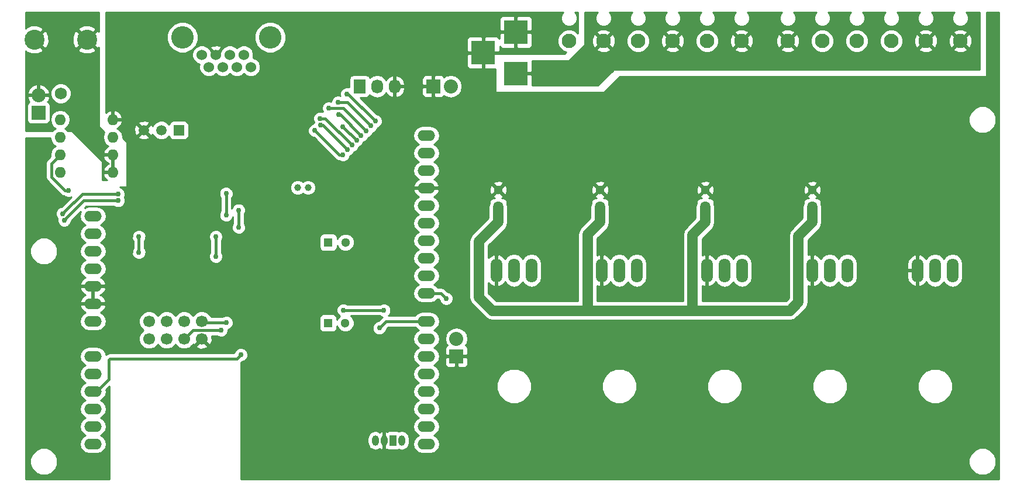
<source format=gbr>
G04 #@! TF.FileFunction,Copper,L2,Bot,Signal*
%FSLAX46Y46*%
G04 Gerber Fmt 4.6, Leading zero omitted, Abs format (unit mm)*
G04 Created by KiCad (PCBNEW 4.0.2+dfsg1-stable) date Mon 11 Jun 2018 12:16:28 PM EDT*
%MOMM*%
G01*
G04 APERTURE LIST*
%ADD10C,0.100000*%
%ADD11C,3.251200*%
%ADD12C,1.524000*%
%ADD13O,2.540000X1.524000*%
%ADD14R,1.727200X2.032000*%
%ADD15O,1.727200X2.032000*%
%ADD16C,1.750000*%
%ADD17C,2.900000*%
%ADD18C,1.700000*%
%ADD19C,1.520000*%
%ADD20R,1.520000X1.520000*%
%ADD21O,1.600000X1.600000*%
%ADD22R,3.500120X3.500120*%
%ADD23C,2.100000*%
%ADD24C,1.300000*%
%ADD25R,1.300000X1.300000*%
%ADD26O,1.699260X3.500120*%
%ADD27C,1.000760*%
%ADD28O,1.000000X1.500000*%
%ADD29R,1.000000X1.500000*%
%ADD30R,2.032000X2.032000*%
%ADD31O,2.032000X2.032000*%
%ADD32C,0.600000*%
%ADD33C,0.762000*%
%ADD34C,0.381000*%
%ADD35C,1.524000*%
%ADD36C,0.254000*%
G04 APERTURE END LIST*
D10*
D11*
X57150000Y-60960000D03*
X44450000Y-60960000D03*
D12*
X53340000Y-63500000D03*
X51308000Y-63500000D03*
X49276000Y-63500000D03*
X47244000Y-63500000D03*
X54356000Y-65278000D03*
X52324000Y-65278000D03*
X50292000Y-65278000D03*
X48260000Y-65278000D03*
D13*
X31496000Y-119888000D03*
X31496000Y-117348000D03*
X31496000Y-114808000D03*
X31496000Y-107188000D03*
X31496000Y-109728000D03*
X31496000Y-112268000D03*
X31496000Y-102108000D03*
X31496000Y-99568000D03*
X31496000Y-97028000D03*
X31496000Y-91948000D03*
X31496000Y-89408000D03*
X79756000Y-119888000D03*
X79756000Y-117348000D03*
X79756000Y-114808000D03*
X79756000Y-112268000D03*
X79756000Y-109728000D03*
X79756000Y-107188000D03*
X79756000Y-104648000D03*
X79756000Y-102108000D03*
X79756000Y-98044000D03*
X79756000Y-95504000D03*
X79756000Y-92964000D03*
X79756000Y-90424000D03*
X79756000Y-87884000D03*
X79756000Y-85344000D03*
X79756000Y-82804000D03*
X79756000Y-80264000D03*
X31496000Y-94488000D03*
X79756000Y-77724000D03*
X79756000Y-75184000D03*
X31496000Y-86868000D03*
D14*
X70104000Y-68072000D03*
D15*
X72644000Y-68072000D03*
X75184000Y-68072000D03*
D16*
X26822400Y-69090200D03*
D17*
X30622400Y-61290200D03*
X23022400Y-61290200D03*
D18*
X47244000Y-104648000D03*
X47244000Y-102108000D03*
X44704000Y-104648000D03*
X44704000Y-102108000D03*
X42164000Y-104648000D03*
X42164000Y-102108000D03*
X39624000Y-104648000D03*
X39624000Y-102108000D03*
D19*
X41402000Y-74422000D03*
X38862000Y-74422000D03*
D20*
X43942000Y-74422000D03*
D21*
X34366200Y-80518000D03*
X34366200Y-77978000D03*
X34366200Y-75438000D03*
X34366200Y-72898000D03*
X26746200Y-72898000D03*
X26746200Y-75438000D03*
X26746200Y-77978000D03*
X26746200Y-80518000D03*
D22*
X92710000Y-66197480D03*
X92710000Y-60198000D03*
X88011000Y-63197740D03*
D23*
X157080000Y-61468000D03*
X152080000Y-61468000D03*
X147080000Y-61468000D03*
X142080000Y-61468000D03*
X137080000Y-61468000D03*
X132080000Y-61468000D03*
X125410000Y-61468000D03*
X120410000Y-61468000D03*
X115410000Y-61468000D03*
X110410000Y-61468000D03*
X105410000Y-61468000D03*
X100410000Y-61468000D03*
D24*
X120142000Y-83058000D03*
D25*
X120142000Y-85558000D03*
D24*
X104902000Y-83058000D03*
D25*
X104902000Y-85558000D03*
D24*
X90170000Y-83058000D03*
D25*
X90170000Y-85558000D03*
D26*
X153416000Y-94742000D03*
X155956000Y-94742000D03*
X150876000Y-94742000D03*
X122936000Y-94742000D03*
X125476000Y-94742000D03*
X120396000Y-94742000D03*
X107696000Y-94742000D03*
X110236000Y-94742000D03*
X105156000Y-94742000D03*
X92456000Y-94742000D03*
X94996000Y-94742000D03*
X89916000Y-94742000D03*
D24*
X135636000Y-83058000D03*
D25*
X135636000Y-85558000D03*
D26*
X138176000Y-94742000D03*
X140716000Y-94742000D03*
X135636000Y-94742000D03*
D24*
X68072000Y-90678000D03*
D25*
X65572000Y-90678000D03*
D24*
X68032000Y-102362000D03*
D25*
X65532000Y-102362000D03*
D27*
X61137800Y-82727800D03*
X62636400Y-82727800D03*
D28*
X76200000Y-119380000D03*
D29*
X74930000Y-119380000D03*
D28*
X73660000Y-119380000D03*
X72390000Y-119380000D03*
D30*
X80772000Y-68072000D03*
D31*
X83312000Y-68072000D03*
D30*
X84124800Y-107188000D03*
D31*
X84124800Y-104648000D03*
D30*
X23622000Y-71882000D03*
D31*
X23622000Y-69342000D03*
D32*
X60579000Y-79044800D03*
X56946800Y-83388200D03*
D33*
X28226239Y-88369239D03*
X74349882Y-99385678D03*
X74701400Y-116433600D03*
X43332400Y-93243400D03*
X23672276Y-85149417D03*
X40132000Y-78994000D03*
X74345800Y-86004400D03*
X67091764Y-72149221D03*
X70317200Y-75180032D03*
X52613578Y-88506232D03*
X49301400Y-92710000D03*
X49301400Y-89839800D03*
X52603400Y-86004400D03*
X69657895Y-75880591D03*
X67665600Y-73888600D03*
X72957160Y-103094454D03*
X38150800Y-89865200D03*
X38150800Y-92151200D03*
X67772128Y-100486782D03*
X73622140Y-100491050D03*
X27965071Y-83143849D03*
X82651600Y-98806000D03*
X52908200Y-106959400D03*
X50825400Y-102311200D03*
X50063400Y-103378000D03*
X66981637Y-70405015D03*
X27101087Y-86513353D03*
X71724349Y-73795733D03*
X35152767Y-83671102D03*
X64389299Y-72703902D03*
X69007340Y-76589283D03*
X63627199Y-74477387D03*
X67691998Y-77985542D03*
X64433861Y-73716625D03*
X68295435Y-77236321D03*
X50774600Y-86741000D03*
X50774600Y-83591400D03*
X65630564Y-71222770D03*
X27340489Y-87445101D03*
X71042981Y-74510412D03*
X35128200Y-84632800D03*
X68290069Y-69161020D03*
X72390000Y-73101200D03*
D34*
X67286389Y-72149221D02*
X67091764Y-72149221D01*
X70317200Y-75180032D02*
X67286389Y-72149221D01*
X52603400Y-88496054D02*
X52613578Y-88506232D01*
X52603400Y-86004400D02*
X52603400Y-88496054D01*
X49301400Y-89839800D02*
X49301400Y-92710000D01*
D35*
X90170000Y-85558000D02*
X90170000Y-87732000D01*
X90170000Y-87732000D02*
X87376000Y-90526000D01*
X87376000Y-90526000D02*
X87376000Y-98628793D01*
X87376000Y-98628793D02*
X89331207Y-100584000D01*
X89331207Y-100584000D02*
X103124000Y-100584000D01*
X120142000Y-85558000D02*
X120142000Y-87732000D01*
X120142000Y-87732000D02*
X118304945Y-89569055D01*
X118304945Y-89569055D02*
X118304945Y-100270945D01*
X118304945Y-100270945D02*
X118618000Y-100584000D01*
X103124000Y-100584000D02*
X118618000Y-100584000D01*
X104902000Y-85558000D02*
X104902000Y-87732000D01*
X104902000Y-87732000D02*
X103124000Y-89510000D01*
X103124000Y-89510000D02*
X103124000Y-100584000D01*
X118618000Y-100584000D02*
X132398856Y-100584000D01*
X132398856Y-100584000D02*
X133632855Y-99350001D01*
X133632855Y-99350001D02*
X133632855Y-89735145D01*
X133632855Y-89735145D02*
X135636000Y-87732000D01*
X135636000Y-87732000D02*
X135636000Y-85558000D01*
D34*
X69657591Y-75880591D02*
X69657895Y-75880591D01*
X67665600Y-73888600D02*
X69657591Y-75880591D01*
X73338159Y-102713455D02*
X72957160Y-103094454D01*
X73943614Y-102108000D02*
X73338159Y-102713455D01*
X79756000Y-102108000D02*
X73943614Y-102108000D01*
X38150800Y-92151200D02*
X38150800Y-89865200D01*
X67776396Y-100491050D02*
X67772128Y-100486782D01*
X73622140Y-100491050D02*
X67776396Y-100491050D01*
X27426256Y-83143849D02*
X27965071Y-83143849D01*
X25454903Y-81172496D02*
X27426256Y-83143849D01*
X25454903Y-79269297D02*
X25454903Y-81172496D01*
X26746200Y-77978000D02*
X25454903Y-79269297D01*
X79756000Y-98044000D02*
X81889600Y-98044000D01*
X81889600Y-98044000D02*
X82651600Y-98806000D01*
X33807400Y-107696000D02*
X33807400Y-110464600D01*
X33807400Y-110464600D02*
X32004000Y-112268000D01*
X32004000Y-112268000D02*
X31496000Y-112268000D01*
X33985200Y-107518200D02*
X33807400Y-107696000D01*
X52349400Y-107518200D02*
X33985200Y-107518200D01*
X52908200Y-106959400D02*
X52349400Y-107518200D01*
X50825400Y-102311200D02*
X47447200Y-102311200D01*
X47447200Y-102311200D02*
X47244000Y-102108000D01*
X50063400Y-103378000D02*
X45974000Y-103378000D01*
X45974000Y-103378000D02*
X44704000Y-104648000D01*
X67520452Y-70405015D02*
X66981637Y-70405015D01*
X68333631Y-70405015D02*
X67520452Y-70405015D01*
X71724349Y-73795733D02*
X68333631Y-70405015D01*
X27482086Y-86132354D02*
X27101087Y-86513353D01*
X29943338Y-83671102D02*
X27482086Y-86132354D01*
X35152767Y-83671102D02*
X29943338Y-83671102D01*
X64928114Y-72703902D02*
X64389299Y-72703902D01*
X65121959Y-72703902D02*
X64928114Y-72703902D01*
X69007340Y-76589283D02*
X65121959Y-72703902D01*
X64008198Y-74858386D02*
X63627199Y-74477387D01*
X67135354Y-77985542D02*
X64008198Y-74858386D01*
X67691998Y-77985542D02*
X67135354Y-77985542D01*
X68295435Y-77236321D02*
X64775739Y-73716625D01*
X64775739Y-73716625D02*
X64433861Y-73716625D01*
X50774600Y-83591400D02*
X50774600Y-86741000D01*
X67755339Y-71222770D02*
X66169379Y-71222770D01*
X66169379Y-71222770D02*
X65630564Y-71222770D01*
X71042981Y-74510412D02*
X67755339Y-71222770D01*
X27721488Y-87064102D02*
X27340489Y-87445101D01*
X35128200Y-84632800D02*
X30152790Y-84632800D01*
X30152790Y-84632800D02*
X27721488Y-87064102D01*
X72390000Y-73101200D02*
X68449820Y-69161020D01*
X68449820Y-69161020D02*
X68290069Y-69161020D01*
D36*
G36*
X32385000Y-60131509D02*
X32100249Y-59991956D01*
X30802005Y-61290200D01*
X32100249Y-62588444D01*
X32385000Y-62448891D01*
X32385000Y-73914000D01*
X32395006Y-73963410D01*
X32422197Y-74003803D01*
X33130450Y-74712056D01*
X33012320Y-74888849D01*
X32903087Y-75438000D01*
X33012320Y-75987151D01*
X33323389Y-76452698D01*
X33727903Y-76722986D01*
X33511066Y-76825611D01*
X33135159Y-77240577D01*
X32974296Y-77628961D01*
X33096285Y-77851000D01*
X34239200Y-77851000D01*
X34239200Y-77831000D01*
X34493200Y-77831000D01*
X34493200Y-77851000D01*
X34513200Y-77851000D01*
X34513200Y-78105000D01*
X34493200Y-78105000D01*
X34493200Y-80391000D01*
X34513200Y-80391000D01*
X34513200Y-80645000D01*
X34493200Y-80645000D01*
X34493200Y-80665000D01*
X34239200Y-80665000D01*
X34239200Y-80645000D01*
X33096285Y-80645000D01*
X32974296Y-80867039D01*
X33135159Y-81255423D01*
X33502561Y-81661000D01*
X32893000Y-81661000D01*
X32893000Y-78994000D01*
X32882994Y-78944590D01*
X32855803Y-78904197D01*
X32278645Y-78327039D01*
X32974296Y-78327039D01*
X33135159Y-78715423D01*
X33511066Y-79130389D01*
X33759567Y-79248000D01*
X33511066Y-79365611D01*
X33135159Y-79780577D01*
X32974296Y-80168961D01*
X33096285Y-80391000D01*
X34239200Y-80391000D01*
X34239200Y-78105000D01*
X33096285Y-78105000D01*
X32974296Y-78327039D01*
X32278645Y-78327039D01*
X28537803Y-74586197D01*
X28495789Y-74558334D01*
X28448000Y-74549000D01*
X27873000Y-74549000D01*
X27789011Y-74423302D01*
X27406925Y-74168000D01*
X27789011Y-73912698D01*
X28100080Y-73447151D01*
X28209313Y-72898000D01*
X28100080Y-72348849D01*
X27789011Y-71883302D01*
X27323464Y-71572233D01*
X26774313Y-71463000D01*
X26718087Y-71463000D01*
X26168936Y-71572233D01*
X25703389Y-71883302D01*
X25392320Y-72348849D01*
X25285440Y-72886171D01*
X25285440Y-70866000D01*
X25241162Y-70630683D01*
X25102090Y-70414559D01*
X24939052Y-70303160D01*
X25028385Y-70206818D01*
X25227975Y-69724944D01*
X25108836Y-69469000D01*
X23749000Y-69469000D01*
X23749000Y-69489000D01*
X23495000Y-69489000D01*
X23495000Y-69469000D01*
X22135164Y-69469000D01*
X22016025Y-69724944D01*
X22215615Y-70206818D01*
X22306097Y-70304398D01*
X22154559Y-70401910D01*
X22009569Y-70614110D01*
X21958560Y-70866000D01*
X21958560Y-72898000D01*
X22002838Y-73133317D01*
X22141910Y-73349441D01*
X22354110Y-73494431D01*
X22606000Y-73545440D01*
X24638000Y-73545440D01*
X24873317Y-73501162D01*
X25089441Y-73362090D01*
X25234431Y-73149890D01*
X25284253Y-72903862D01*
X25392320Y-73447151D01*
X25703389Y-73912698D01*
X26085475Y-74168000D01*
X25703389Y-74423302D01*
X25619400Y-74549000D01*
X21792000Y-74549000D01*
X21792000Y-69389240D01*
X25312138Y-69389240D01*
X25541538Y-69944429D01*
X25965937Y-70369570D01*
X26520725Y-70599938D01*
X27121440Y-70600462D01*
X27676629Y-70371062D01*
X28101770Y-69946663D01*
X28332138Y-69391875D01*
X28332662Y-68791160D01*
X28103262Y-68235971D01*
X27678863Y-67810830D01*
X27124075Y-67580462D01*
X26523360Y-67579938D01*
X25968171Y-67809338D01*
X25543030Y-68233737D01*
X25312662Y-68788525D01*
X25312138Y-69389240D01*
X21792000Y-69389240D01*
X21792000Y-68959056D01*
X22016025Y-68959056D01*
X22135164Y-69215000D01*
X23495000Y-69215000D01*
X23495000Y-67854633D01*
X23749000Y-67854633D01*
X23749000Y-69215000D01*
X25108836Y-69215000D01*
X25227975Y-68959056D01*
X25028385Y-68477182D01*
X24590379Y-68004812D01*
X24004946Y-67736017D01*
X23749000Y-67854633D01*
X23495000Y-67854633D01*
X23239054Y-67736017D01*
X22653621Y-68004812D01*
X22215615Y-68477182D01*
X22016025Y-68959056D01*
X21792000Y-68959056D01*
X21792000Y-62906482D01*
X21877835Y-63081624D01*
X22650508Y-63383266D01*
X23479798Y-63366258D01*
X24166965Y-63081624D01*
X24320644Y-62768049D01*
X29324156Y-62768049D01*
X29477835Y-63081624D01*
X30250508Y-63383266D01*
X31079798Y-63366258D01*
X31766965Y-63081624D01*
X31920644Y-62768049D01*
X30622400Y-61469805D01*
X29324156Y-62768049D01*
X24320644Y-62768049D01*
X23022400Y-61469805D01*
X23008258Y-61483948D01*
X22828653Y-61304343D01*
X22842795Y-61290200D01*
X23202005Y-61290200D01*
X24500249Y-62588444D01*
X24813824Y-62434765D01*
X25115466Y-61662092D01*
X25100212Y-60918308D01*
X28529334Y-60918308D01*
X28546342Y-61747598D01*
X28830976Y-62434765D01*
X29144551Y-62588444D01*
X30442795Y-61290200D01*
X29144551Y-59991956D01*
X28830976Y-60145635D01*
X28529334Y-60918308D01*
X25100212Y-60918308D01*
X25098458Y-60832802D01*
X24813824Y-60145635D01*
X24500249Y-59991956D01*
X23202005Y-61290200D01*
X22842795Y-61290200D01*
X22828653Y-61276058D01*
X23008258Y-61096453D01*
X23022400Y-61110595D01*
X24320644Y-59812351D01*
X29324156Y-59812351D01*
X30622400Y-61110595D01*
X31920644Y-59812351D01*
X31766965Y-59498776D01*
X30994292Y-59197134D01*
X30165002Y-59214142D01*
X29477835Y-59498776D01*
X29324156Y-59812351D01*
X24320644Y-59812351D01*
X24166965Y-59498776D01*
X23394292Y-59197134D01*
X22565002Y-59214142D01*
X21877835Y-59498776D01*
X21792000Y-59673918D01*
X21792000Y-57352000D01*
X32385000Y-57352000D01*
X32385000Y-60131509D01*
X32385000Y-60131509D01*
G37*
X32385000Y-60131509D02*
X32100249Y-59991956D01*
X30802005Y-61290200D01*
X32100249Y-62588444D01*
X32385000Y-62448891D01*
X32385000Y-73914000D01*
X32395006Y-73963410D01*
X32422197Y-74003803D01*
X33130450Y-74712056D01*
X33012320Y-74888849D01*
X32903087Y-75438000D01*
X33012320Y-75987151D01*
X33323389Y-76452698D01*
X33727903Y-76722986D01*
X33511066Y-76825611D01*
X33135159Y-77240577D01*
X32974296Y-77628961D01*
X33096285Y-77851000D01*
X34239200Y-77851000D01*
X34239200Y-77831000D01*
X34493200Y-77831000D01*
X34493200Y-77851000D01*
X34513200Y-77851000D01*
X34513200Y-78105000D01*
X34493200Y-78105000D01*
X34493200Y-80391000D01*
X34513200Y-80391000D01*
X34513200Y-80645000D01*
X34493200Y-80645000D01*
X34493200Y-80665000D01*
X34239200Y-80665000D01*
X34239200Y-80645000D01*
X33096285Y-80645000D01*
X32974296Y-80867039D01*
X33135159Y-81255423D01*
X33502561Y-81661000D01*
X32893000Y-81661000D01*
X32893000Y-78994000D01*
X32882994Y-78944590D01*
X32855803Y-78904197D01*
X32278645Y-78327039D01*
X32974296Y-78327039D01*
X33135159Y-78715423D01*
X33511066Y-79130389D01*
X33759567Y-79248000D01*
X33511066Y-79365611D01*
X33135159Y-79780577D01*
X32974296Y-80168961D01*
X33096285Y-80391000D01*
X34239200Y-80391000D01*
X34239200Y-78105000D01*
X33096285Y-78105000D01*
X32974296Y-78327039D01*
X32278645Y-78327039D01*
X28537803Y-74586197D01*
X28495789Y-74558334D01*
X28448000Y-74549000D01*
X27873000Y-74549000D01*
X27789011Y-74423302D01*
X27406925Y-74168000D01*
X27789011Y-73912698D01*
X28100080Y-73447151D01*
X28209313Y-72898000D01*
X28100080Y-72348849D01*
X27789011Y-71883302D01*
X27323464Y-71572233D01*
X26774313Y-71463000D01*
X26718087Y-71463000D01*
X26168936Y-71572233D01*
X25703389Y-71883302D01*
X25392320Y-72348849D01*
X25285440Y-72886171D01*
X25285440Y-70866000D01*
X25241162Y-70630683D01*
X25102090Y-70414559D01*
X24939052Y-70303160D01*
X25028385Y-70206818D01*
X25227975Y-69724944D01*
X25108836Y-69469000D01*
X23749000Y-69469000D01*
X23749000Y-69489000D01*
X23495000Y-69489000D01*
X23495000Y-69469000D01*
X22135164Y-69469000D01*
X22016025Y-69724944D01*
X22215615Y-70206818D01*
X22306097Y-70304398D01*
X22154559Y-70401910D01*
X22009569Y-70614110D01*
X21958560Y-70866000D01*
X21958560Y-72898000D01*
X22002838Y-73133317D01*
X22141910Y-73349441D01*
X22354110Y-73494431D01*
X22606000Y-73545440D01*
X24638000Y-73545440D01*
X24873317Y-73501162D01*
X25089441Y-73362090D01*
X25234431Y-73149890D01*
X25284253Y-72903862D01*
X25392320Y-73447151D01*
X25703389Y-73912698D01*
X26085475Y-74168000D01*
X25703389Y-74423302D01*
X25619400Y-74549000D01*
X21792000Y-74549000D01*
X21792000Y-69389240D01*
X25312138Y-69389240D01*
X25541538Y-69944429D01*
X25965937Y-70369570D01*
X26520725Y-70599938D01*
X27121440Y-70600462D01*
X27676629Y-70371062D01*
X28101770Y-69946663D01*
X28332138Y-69391875D01*
X28332662Y-68791160D01*
X28103262Y-68235971D01*
X27678863Y-67810830D01*
X27124075Y-67580462D01*
X26523360Y-67579938D01*
X25968171Y-67809338D01*
X25543030Y-68233737D01*
X25312662Y-68788525D01*
X25312138Y-69389240D01*
X21792000Y-69389240D01*
X21792000Y-68959056D01*
X22016025Y-68959056D01*
X22135164Y-69215000D01*
X23495000Y-69215000D01*
X23495000Y-67854633D01*
X23749000Y-67854633D01*
X23749000Y-69215000D01*
X25108836Y-69215000D01*
X25227975Y-68959056D01*
X25028385Y-68477182D01*
X24590379Y-68004812D01*
X24004946Y-67736017D01*
X23749000Y-67854633D01*
X23495000Y-67854633D01*
X23239054Y-67736017D01*
X22653621Y-68004812D01*
X22215615Y-68477182D01*
X22016025Y-68959056D01*
X21792000Y-68959056D01*
X21792000Y-62906482D01*
X21877835Y-63081624D01*
X22650508Y-63383266D01*
X23479798Y-63366258D01*
X24166965Y-63081624D01*
X24320644Y-62768049D01*
X29324156Y-62768049D01*
X29477835Y-63081624D01*
X30250508Y-63383266D01*
X31079798Y-63366258D01*
X31766965Y-63081624D01*
X31920644Y-62768049D01*
X30622400Y-61469805D01*
X29324156Y-62768049D01*
X24320644Y-62768049D01*
X23022400Y-61469805D01*
X23008258Y-61483948D01*
X22828653Y-61304343D01*
X22842795Y-61290200D01*
X23202005Y-61290200D01*
X24500249Y-62588444D01*
X24813824Y-62434765D01*
X25115466Y-61662092D01*
X25100212Y-60918308D01*
X28529334Y-60918308D01*
X28546342Y-61747598D01*
X28830976Y-62434765D01*
X29144551Y-62588444D01*
X30442795Y-61290200D01*
X29144551Y-59991956D01*
X28830976Y-60145635D01*
X28529334Y-60918308D01*
X25100212Y-60918308D01*
X25098458Y-60832802D01*
X24813824Y-60145635D01*
X24500249Y-59991956D01*
X23202005Y-61290200D01*
X22842795Y-61290200D01*
X22828653Y-61276058D01*
X23008258Y-61096453D01*
X23022400Y-61110595D01*
X24320644Y-59812351D01*
X29324156Y-59812351D01*
X30622400Y-61110595D01*
X31920644Y-59812351D01*
X31766965Y-59498776D01*
X30994292Y-59197134D01*
X30165002Y-59214142D01*
X29477835Y-59498776D01*
X29324156Y-59812351D01*
X24320644Y-59812351D01*
X24166965Y-59498776D01*
X23394292Y-59197134D01*
X22565002Y-59214142D01*
X21877835Y-59498776D01*
X21792000Y-59673918D01*
X21792000Y-57352000D01*
X32385000Y-57352000D01*
X32385000Y-60131509D01*
G36*
X104405991Y-57495875D02*
X104225206Y-57931255D01*
X104224794Y-58402677D01*
X104404820Y-58838372D01*
X104737875Y-59172009D01*
X105173255Y-59352794D01*
X105644677Y-59353206D01*
X106080372Y-59173180D01*
X106414009Y-58840125D01*
X106594794Y-58404745D01*
X106595206Y-57933323D01*
X106415180Y-57497628D01*
X106269806Y-57352000D01*
X109550117Y-57352000D01*
X109405991Y-57495875D01*
X109225206Y-57931255D01*
X109224794Y-58402677D01*
X109404820Y-58838372D01*
X109737875Y-59172009D01*
X110173255Y-59352794D01*
X110644677Y-59353206D01*
X111080372Y-59173180D01*
X111414009Y-58840125D01*
X111594794Y-58404745D01*
X111595206Y-57933323D01*
X111415180Y-57497628D01*
X111269806Y-57352000D01*
X114550117Y-57352000D01*
X114405991Y-57495875D01*
X114225206Y-57931255D01*
X114224794Y-58402677D01*
X114404820Y-58838372D01*
X114737875Y-59172009D01*
X115173255Y-59352794D01*
X115644677Y-59353206D01*
X116080372Y-59173180D01*
X116414009Y-58840125D01*
X116594794Y-58404745D01*
X116595206Y-57933323D01*
X116415180Y-57497628D01*
X116269806Y-57352000D01*
X119550117Y-57352000D01*
X119405991Y-57495875D01*
X119225206Y-57931255D01*
X119224794Y-58402677D01*
X119404820Y-58838372D01*
X119737875Y-59172009D01*
X120173255Y-59352794D01*
X120644677Y-59353206D01*
X121080372Y-59173180D01*
X121414009Y-58840125D01*
X121594794Y-58404745D01*
X121595206Y-57933323D01*
X121415180Y-57497628D01*
X121269806Y-57352000D01*
X124550117Y-57352000D01*
X124405991Y-57495875D01*
X124225206Y-57931255D01*
X124224794Y-58402677D01*
X124404820Y-58838372D01*
X124737875Y-59172009D01*
X125173255Y-59352794D01*
X125644677Y-59353206D01*
X126080372Y-59173180D01*
X126414009Y-58840125D01*
X126594794Y-58404745D01*
X126595206Y-57933323D01*
X126415180Y-57497628D01*
X126269806Y-57352000D01*
X131220117Y-57352000D01*
X131075991Y-57495875D01*
X130895206Y-57931255D01*
X130894794Y-58402677D01*
X131074820Y-58838372D01*
X131407875Y-59172009D01*
X131843255Y-59352794D01*
X132314677Y-59353206D01*
X132750372Y-59173180D01*
X133084009Y-58840125D01*
X133264794Y-58404745D01*
X133265206Y-57933323D01*
X133085180Y-57497628D01*
X132939806Y-57352000D01*
X136220117Y-57352000D01*
X136075991Y-57495875D01*
X135895206Y-57931255D01*
X135894794Y-58402677D01*
X136074820Y-58838372D01*
X136407875Y-59172009D01*
X136843255Y-59352794D01*
X137314677Y-59353206D01*
X137750372Y-59173180D01*
X138084009Y-58840125D01*
X138264794Y-58404745D01*
X138265206Y-57933323D01*
X138085180Y-57497628D01*
X137939806Y-57352000D01*
X141220117Y-57352000D01*
X141075991Y-57495875D01*
X140895206Y-57931255D01*
X140894794Y-58402677D01*
X141074820Y-58838372D01*
X141407875Y-59172009D01*
X141843255Y-59352794D01*
X142314677Y-59353206D01*
X142750372Y-59173180D01*
X143084009Y-58840125D01*
X143264794Y-58404745D01*
X143265206Y-57933323D01*
X143085180Y-57497628D01*
X142939806Y-57352000D01*
X146220117Y-57352000D01*
X146075991Y-57495875D01*
X145895206Y-57931255D01*
X145894794Y-58402677D01*
X146074820Y-58838372D01*
X146407875Y-59172009D01*
X146843255Y-59352794D01*
X147314677Y-59353206D01*
X147750372Y-59173180D01*
X148084009Y-58840125D01*
X148264794Y-58404745D01*
X148265206Y-57933323D01*
X148085180Y-57497628D01*
X147939806Y-57352000D01*
X151220117Y-57352000D01*
X151075991Y-57495875D01*
X150895206Y-57931255D01*
X150894794Y-58402677D01*
X151074820Y-58838372D01*
X151407875Y-59172009D01*
X151843255Y-59352794D01*
X152314677Y-59353206D01*
X152750372Y-59173180D01*
X153084009Y-58840125D01*
X153264794Y-58404745D01*
X153265206Y-57933323D01*
X153085180Y-57497628D01*
X152939806Y-57352000D01*
X156220117Y-57352000D01*
X156075991Y-57495875D01*
X155895206Y-57931255D01*
X155894794Y-58402677D01*
X156074820Y-58838372D01*
X156407875Y-59172009D01*
X156843255Y-59352794D01*
X157314677Y-59353206D01*
X157750372Y-59173180D01*
X158084009Y-58840125D01*
X158264794Y-58404745D01*
X158265206Y-57933323D01*
X158085180Y-57497628D01*
X157939806Y-57352000D01*
X159893000Y-57352000D01*
X159893000Y-65659000D01*
X106934000Y-65659000D01*
X106884590Y-65669006D01*
X106844197Y-65696197D01*
X104595394Y-67945000D01*
X95095060Y-67945000D01*
X95095060Y-66483230D01*
X94936310Y-66324480D01*
X92837000Y-66324480D01*
X92837000Y-66344480D01*
X92583000Y-66344480D01*
X92583000Y-66324480D01*
X92563000Y-66324480D01*
X92563000Y-66070480D01*
X92583000Y-66070480D01*
X92583000Y-66050480D01*
X92837000Y-66050480D01*
X92837000Y-66070480D01*
X94936310Y-66070480D01*
X95095060Y-65911730D01*
X95095060Y-64389000D01*
X100330000Y-64389000D01*
X100379410Y-64378994D01*
X100419803Y-64351803D01*
X102114903Y-62656703D01*
X104400902Y-62656703D01*
X104505687Y-62928745D01*
X105133526Y-63163619D01*
X105803456Y-63140349D01*
X106314313Y-62928745D01*
X106419098Y-62656703D01*
X105410000Y-61647605D01*
X104400902Y-62656703D01*
X102114903Y-62656703D01*
X102705803Y-62065803D01*
X102733666Y-62023789D01*
X102743000Y-61976000D01*
X102743000Y-61191526D01*
X103714381Y-61191526D01*
X103737651Y-61861456D01*
X103949255Y-62372313D01*
X104221297Y-62477098D01*
X105230395Y-61468000D01*
X105589605Y-61468000D01*
X106598703Y-62477098D01*
X106870745Y-62372313D01*
X107084211Y-61801697D01*
X108724708Y-61801697D01*
X108980694Y-62421229D01*
X109454278Y-62895640D01*
X110073362Y-63152707D01*
X110743697Y-63153292D01*
X111363229Y-62897306D01*
X111604252Y-62656703D01*
X114400902Y-62656703D01*
X114505687Y-62928745D01*
X115133526Y-63163619D01*
X115803456Y-63140349D01*
X116314313Y-62928745D01*
X116419098Y-62656703D01*
X115410000Y-61647605D01*
X114400902Y-62656703D01*
X111604252Y-62656703D01*
X111837640Y-62423722D01*
X112094707Y-61804638D01*
X112095242Y-61191526D01*
X113714381Y-61191526D01*
X113737651Y-61861456D01*
X113949255Y-62372313D01*
X114221297Y-62477098D01*
X115230395Y-61468000D01*
X115589605Y-61468000D01*
X116598703Y-62477098D01*
X116870745Y-62372313D01*
X117084211Y-61801697D01*
X118724708Y-61801697D01*
X118980694Y-62421229D01*
X119454278Y-62895640D01*
X120073362Y-63152707D01*
X120743697Y-63153292D01*
X121363229Y-62897306D01*
X121604252Y-62656703D01*
X124400902Y-62656703D01*
X124505687Y-62928745D01*
X125133526Y-63163619D01*
X125803456Y-63140349D01*
X126314313Y-62928745D01*
X126419098Y-62656703D01*
X131070902Y-62656703D01*
X131175687Y-62928745D01*
X131803526Y-63163619D01*
X132473456Y-63140349D01*
X132984313Y-62928745D01*
X133089098Y-62656703D01*
X132080000Y-61647605D01*
X131070902Y-62656703D01*
X126419098Y-62656703D01*
X125410000Y-61647605D01*
X124400902Y-62656703D01*
X121604252Y-62656703D01*
X121837640Y-62423722D01*
X122094707Y-61804638D01*
X122095242Y-61191526D01*
X123714381Y-61191526D01*
X123737651Y-61861456D01*
X123949255Y-62372313D01*
X124221297Y-62477098D01*
X125230395Y-61468000D01*
X125589605Y-61468000D01*
X126598703Y-62477098D01*
X126870745Y-62372313D01*
X127105619Y-61744474D01*
X127086413Y-61191526D01*
X130384381Y-61191526D01*
X130407651Y-61861456D01*
X130619255Y-62372313D01*
X130891297Y-62477098D01*
X131900395Y-61468000D01*
X132259605Y-61468000D01*
X133268703Y-62477098D01*
X133540745Y-62372313D01*
X133754211Y-61801697D01*
X135394708Y-61801697D01*
X135650694Y-62421229D01*
X136124278Y-62895640D01*
X136743362Y-63152707D01*
X137413697Y-63153292D01*
X138033229Y-62897306D01*
X138507640Y-62423722D01*
X138764707Y-61804638D01*
X138764709Y-61801697D01*
X140394708Y-61801697D01*
X140650694Y-62421229D01*
X141124278Y-62895640D01*
X141743362Y-63152707D01*
X142413697Y-63153292D01*
X143033229Y-62897306D01*
X143507640Y-62423722D01*
X143764707Y-61804638D01*
X143764709Y-61801697D01*
X145394708Y-61801697D01*
X145650694Y-62421229D01*
X146124278Y-62895640D01*
X146743362Y-63152707D01*
X147413697Y-63153292D01*
X148033229Y-62897306D01*
X148274252Y-62656703D01*
X151070902Y-62656703D01*
X151175687Y-62928745D01*
X151803526Y-63163619D01*
X152473456Y-63140349D01*
X152984313Y-62928745D01*
X153089098Y-62656703D01*
X156070902Y-62656703D01*
X156175687Y-62928745D01*
X156803526Y-63163619D01*
X157473456Y-63140349D01*
X157984313Y-62928745D01*
X158089098Y-62656703D01*
X157080000Y-61647605D01*
X156070902Y-62656703D01*
X153089098Y-62656703D01*
X152080000Y-61647605D01*
X151070902Y-62656703D01*
X148274252Y-62656703D01*
X148507640Y-62423722D01*
X148764707Y-61804638D01*
X148765242Y-61191526D01*
X150384381Y-61191526D01*
X150407651Y-61861456D01*
X150619255Y-62372313D01*
X150891297Y-62477098D01*
X151900395Y-61468000D01*
X152259605Y-61468000D01*
X153268703Y-62477098D01*
X153540745Y-62372313D01*
X153775619Y-61744474D01*
X153756413Y-61191526D01*
X155384381Y-61191526D01*
X155407651Y-61861456D01*
X155619255Y-62372313D01*
X155891297Y-62477098D01*
X156900395Y-61468000D01*
X157259605Y-61468000D01*
X158268703Y-62477098D01*
X158540745Y-62372313D01*
X158775619Y-61744474D01*
X158752349Y-61074544D01*
X158540745Y-60563687D01*
X158268703Y-60458902D01*
X157259605Y-61468000D01*
X156900395Y-61468000D01*
X155891297Y-60458902D01*
X155619255Y-60563687D01*
X155384381Y-61191526D01*
X153756413Y-61191526D01*
X153752349Y-61074544D01*
X153540745Y-60563687D01*
X153268703Y-60458902D01*
X152259605Y-61468000D01*
X151900395Y-61468000D01*
X150891297Y-60458902D01*
X150619255Y-60563687D01*
X150384381Y-61191526D01*
X148765242Y-61191526D01*
X148765292Y-61134303D01*
X148509306Y-60514771D01*
X148274243Y-60279297D01*
X151070902Y-60279297D01*
X152080000Y-61288395D01*
X153089098Y-60279297D01*
X156070902Y-60279297D01*
X157080000Y-61288395D01*
X158089098Y-60279297D01*
X157984313Y-60007255D01*
X157356474Y-59772381D01*
X156686544Y-59795651D01*
X156175687Y-60007255D01*
X156070902Y-60279297D01*
X153089098Y-60279297D01*
X152984313Y-60007255D01*
X152356474Y-59772381D01*
X151686544Y-59795651D01*
X151175687Y-60007255D01*
X151070902Y-60279297D01*
X148274243Y-60279297D01*
X148035722Y-60040360D01*
X147416638Y-59783293D01*
X146746303Y-59782708D01*
X146126771Y-60038694D01*
X145652360Y-60512278D01*
X145395293Y-61131362D01*
X145394708Y-61801697D01*
X143764709Y-61801697D01*
X143765292Y-61134303D01*
X143509306Y-60514771D01*
X143035722Y-60040360D01*
X142416638Y-59783293D01*
X141746303Y-59782708D01*
X141126771Y-60038694D01*
X140652360Y-60512278D01*
X140395293Y-61131362D01*
X140394708Y-61801697D01*
X138764709Y-61801697D01*
X138765292Y-61134303D01*
X138509306Y-60514771D01*
X138035722Y-60040360D01*
X137416638Y-59783293D01*
X136746303Y-59782708D01*
X136126771Y-60038694D01*
X135652360Y-60512278D01*
X135395293Y-61131362D01*
X135394708Y-61801697D01*
X133754211Y-61801697D01*
X133775619Y-61744474D01*
X133752349Y-61074544D01*
X133540745Y-60563687D01*
X133268703Y-60458902D01*
X132259605Y-61468000D01*
X131900395Y-61468000D01*
X130891297Y-60458902D01*
X130619255Y-60563687D01*
X130384381Y-61191526D01*
X127086413Y-61191526D01*
X127082349Y-61074544D01*
X126870745Y-60563687D01*
X126598703Y-60458902D01*
X125589605Y-61468000D01*
X125230395Y-61468000D01*
X124221297Y-60458902D01*
X123949255Y-60563687D01*
X123714381Y-61191526D01*
X122095242Y-61191526D01*
X122095292Y-61134303D01*
X121839306Y-60514771D01*
X121604243Y-60279297D01*
X124400902Y-60279297D01*
X125410000Y-61288395D01*
X126419098Y-60279297D01*
X131070902Y-60279297D01*
X132080000Y-61288395D01*
X133089098Y-60279297D01*
X132984313Y-60007255D01*
X132356474Y-59772381D01*
X131686544Y-59795651D01*
X131175687Y-60007255D01*
X131070902Y-60279297D01*
X126419098Y-60279297D01*
X126314313Y-60007255D01*
X125686474Y-59772381D01*
X125016544Y-59795651D01*
X124505687Y-60007255D01*
X124400902Y-60279297D01*
X121604243Y-60279297D01*
X121365722Y-60040360D01*
X120746638Y-59783293D01*
X120076303Y-59782708D01*
X119456771Y-60038694D01*
X118982360Y-60512278D01*
X118725293Y-61131362D01*
X118724708Y-61801697D01*
X117084211Y-61801697D01*
X117105619Y-61744474D01*
X117082349Y-61074544D01*
X116870745Y-60563687D01*
X116598703Y-60458902D01*
X115589605Y-61468000D01*
X115230395Y-61468000D01*
X114221297Y-60458902D01*
X113949255Y-60563687D01*
X113714381Y-61191526D01*
X112095242Y-61191526D01*
X112095292Y-61134303D01*
X111839306Y-60514771D01*
X111604243Y-60279297D01*
X114400902Y-60279297D01*
X115410000Y-61288395D01*
X116419098Y-60279297D01*
X116314313Y-60007255D01*
X115686474Y-59772381D01*
X115016544Y-59795651D01*
X114505687Y-60007255D01*
X114400902Y-60279297D01*
X111604243Y-60279297D01*
X111365722Y-60040360D01*
X110746638Y-59783293D01*
X110076303Y-59782708D01*
X109456771Y-60038694D01*
X108982360Y-60512278D01*
X108725293Y-61131362D01*
X108724708Y-61801697D01*
X107084211Y-61801697D01*
X107105619Y-61744474D01*
X107082349Y-61074544D01*
X106870745Y-60563687D01*
X106598703Y-60458902D01*
X105589605Y-61468000D01*
X105230395Y-61468000D01*
X104221297Y-60458902D01*
X103949255Y-60563687D01*
X103714381Y-61191526D01*
X102743000Y-61191526D01*
X102743000Y-60279297D01*
X104400902Y-60279297D01*
X105410000Y-61288395D01*
X106419098Y-60279297D01*
X106314313Y-60007255D01*
X105686474Y-59772381D01*
X105016544Y-59795651D01*
X104505687Y-60007255D01*
X104400902Y-60279297D01*
X102743000Y-60279297D01*
X102743000Y-57352000D01*
X104550117Y-57352000D01*
X104405991Y-57495875D01*
X104405991Y-57495875D01*
G37*
X104405991Y-57495875D02*
X104225206Y-57931255D01*
X104224794Y-58402677D01*
X104404820Y-58838372D01*
X104737875Y-59172009D01*
X105173255Y-59352794D01*
X105644677Y-59353206D01*
X106080372Y-59173180D01*
X106414009Y-58840125D01*
X106594794Y-58404745D01*
X106595206Y-57933323D01*
X106415180Y-57497628D01*
X106269806Y-57352000D01*
X109550117Y-57352000D01*
X109405991Y-57495875D01*
X109225206Y-57931255D01*
X109224794Y-58402677D01*
X109404820Y-58838372D01*
X109737875Y-59172009D01*
X110173255Y-59352794D01*
X110644677Y-59353206D01*
X111080372Y-59173180D01*
X111414009Y-58840125D01*
X111594794Y-58404745D01*
X111595206Y-57933323D01*
X111415180Y-57497628D01*
X111269806Y-57352000D01*
X114550117Y-57352000D01*
X114405991Y-57495875D01*
X114225206Y-57931255D01*
X114224794Y-58402677D01*
X114404820Y-58838372D01*
X114737875Y-59172009D01*
X115173255Y-59352794D01*
X115644677Y-59353206D01*
X116080372Y-59173180D01*
X116414009Y-58840125D01*
X116594794Y-58404745D01*
X116595206Y-57933323D01*
X116415180Y-57497628D01*
X116269806Y-57352000D01*
X119550117Y-57352000D01*
X119405991Y-57495875D01*
X119225206Y-57931255D01*
X119224794Y-58402677D01*
X119404820Y-58838372D01*
X119737875Y-59172009D01*
X120173255Y-59352794D01*
X120644677Y-59353206D01*
X121080372Y-59173180D01*
X121414009Y-58840125D01*
X121594794Y-58404745D01*
X121595206Y-57933323D01*
X121415180Y-57497628D01*
X121269806Y-57352000D01*
X124550117Y-57352000D01*
X124405991Y-57495875D01*
X124225206Y-57931255D01*
X124224794Y-58402677D01*
X124404820Y-58838372D01*
X124737875Y-59172009D01*
X125173255Y-59352794D01*
X125644677Y-59353206D01*
X126080372Y-59173180D01*
X126414009Y-58840125D01*
X126594794Y-58404745D01*
X126595206Y-57933323D01*
X126415180Y-57497628D01*
X126269806Y-57352000D01*
X131220117Y-57352000D01*
X131075991Y-57495875D01*
X130895206Y-57931255D01*
X130894794Y-58402677D01*
X131074820Y-58838372D01*
X131407875Y-59172009D01*
X131843255Y-59352794D01*
X132314677Y-59353206D01*
X132750372Y-59173180D01*
X133084009Y-58840125D01*
X133264794Y-58404745D01*
X133265206Y-57933323D01*
X133085180Y-57497628D01*
X132939806Y-57352000D01*
X136220117Y-57352000D01*
X136075991Y-57495875D01*
X135895206Y-57931255D01*
X135894794Y-58402677D01*
X136074820Y-58838372D01*
X136407875Y-59172009D01*
X136843255Y-59352794D01*
X137314677Y-59353206D01*
X137750372Y-59173180D01*
X138084009Y-58840125D01*
X138264794Y-58404745D01*
X138265206Y-57933323D01*
X138085180Y-57497628D01*
X137939806Y-57352000D01*
X141220117Y-57352000D01*
X141075991Y-57495875D01*
X140895206Y-57931255D01*
X140894794Y-58402677D01*
X141074820Y-58838372D01*
X141407875Y-59172009D01*
X141843255Y-59352794D01*
X142314677Y-59353206D01*
X142750372Y-59173180D01*
X143084009Y-58840125D01*
X143264794Y-58404745D01*
X143265206Y-57933323D01*
X143085180Y-57497628D01*
X142939806Y-57352000D01*
X146220117Y-57352000D01*
X146075991Y-57495875D01*
X145895206Y-57931255D01*
X145894794Y-58402677D01*
X146074820Y-58838372D01*
X146407875Y-59172009D01*
X146843255Y-59352794D01*
X147314677Y-59353206D01*
X147750372Y-59173180D01*
X148084009Y-58840125D01*
X148264794Y-58404745D01*
X148265206Y-57933323D01*
X148085180Y-57497628D01*
X147939806Y-57352000D01*
X151220117Y-57352000D01*
X151075991Y-57495875D01*
X150895206Y-57931255D01*
X150894794Y-58402677D01*
X151074820Y-58838372D01*
X151407875Y-59172009D01*
X151843255Y-59352794D01*
X152314677Y-59353206D01*
X152750372Y-59173180D01*
X153084009Y-58840125D01*
X153264794Y-58404745D01*
X153265206Y-57933323D01*
X153085180Y-57497628D01*
X152939806Y-57352000D01*
X156220117Y-57352000D01*
X156075991Y-57495875D01*
X155895206Y-57931255D01*
X155894794Y-58402677D01*
X156074820Y-58838372D01*
X156407875Y-59172009D01*
X156843255Y-59352794D01*
X157314677Y-59353206D01*
X157750372Y-59173180D01*
X158084009Y-58840125D01*
X158264794Y-58404745D01*
X158265206Y-57933323D01*
X158085180Y-57497628D01*
X157939806Y-57352000D01*
X159893000Y-57352000D01*
X159893000Y-65659000D01*
X106934000Y-65659000D01*
X106884590Y-65669006D01*
X106844197Y-65696197D01*
X104595394Y-67945000D01*
X95095060Y-67945000D01*
X95095060Y-66483230D01*
X94936310Y-66324480D01*
X92837000Y-66324480D01*
X92837000Y-66344480D01*
X92583000Y-66344480D01*
X92583000Y-66324480D01*
X92563000Y-66324480D01*
X92563000Y-66070480D01*
X92583000Y-66070480D01*
X92583000Y-66050480D01*
X92837000Y-66050480D01*
X92837000Y-66070480D01*
X94936310Y-66070480D01*
X95095060Y-65911730D01*
X95095060Y-64389000D01*
X100330000Y-64389000D01*
X100379410Y-64378994D01*
X100419803Y-64351803D01*
X102114903Y-62656703D01*
X104400902Y-62656703D01*
X104505687Y-62928745D01*
X105133526Y-63163619D01*
X105803456Y-63140349D01*
X106314313Y-62928745D01*
X106419098Y-62656703D01*
X105410000Y-61647605D01*
X104400902Y-62656703D01*
X102114903Y-62656703D01*
X102705803Y-62065803D01*
X102733666Y-62023789D01*
X102743000Y-61976000D01*
X102743000Y-61191526D01*
X103714381Y-61191526D01*
X103737651Y-61861456D01*
X103949255Y-62372313D01*
X104221297Y-62477098D01*
X105230395Y-61468000D01*
X105589605Y-61468000D01*
X106598703Y-62477098D01*
X106870745Y-62372313D01*
X107084211Y-61801697D01*
X108724708Y-61801697D01*
X108980694Y-62421229D01*
X109454278Y-62895640D01*
X110073362Y-63152707D01*
X110743697Y-63153292D01*
X111363229Y-62897306D01*
X111604252Y-62656703D01*
X114400902Y-62656703D01*
X114505687Y-62928745D01*
X115133526Y-63163619D01*
X115803456Y-63140349D01*
X116314313Y-62928745D01*
X116419098Y-62656703D01*
X115410000Y-61647605D01*
X114400902Y-62656703D01*
X111604252Y-62656703D01*
X111837640Y-62423722D01*
X112094707Y-61804638D01*
X112095242Y-61191526D01*
X113714381Y-61191526D01*
X113737651Y-61861456D01*
X113949255Y-62372313D01*
X114221297Y-62477098D01*
X115230395Y-61468000D01*
X115589605Y-61468000D01*
X116598703Y-62477098D01*
X116870745Y-62372313D01*
X117084211Y-61801697D01*
X118724708Y-61801697D01*
X118980694Y-62421229D01*
X119454278Y-62895640D01*
X120073362Y-63152707D01*
X120743697Y-63153292D01*
X121363229Y-62897306D01*
X121604252Y-62656703D01*
X124400902Y-62656703D01*
X124505687Y-62928745D01*
X125133526Y-63163619D01*
X125803456Y-63140349D01*
X126314313Y-62928745D01*
X126419098Y-62656703D01*
X131070902Y-62656703D01*
X131175687Y-62928745D01*
X131803526Y-63163619D01*
X132473456Y-63140349D01*
X132984313Y-62928745D01*
X133089098Y-62656703D01*
X132080000Y-61647605D01*
X131070902Y-62656703D01*
X126419098Y-62656703D01*
X125410000Y-61647605D01*
X124400902Y-62656703D01*
X121604252Y-62656703D01*
X121837640Y-62423722D01*
X122094707Y-61804638D01*
X122095242Y-61191526D01*
X123714381Y-61191526D01*
X123737651Y-61861456D01*
X123949255Y-62372313D01*
X124221297Y-62477098D01*
X125230395Y-61468000D01*
X125589605Y-61468000D01*
X126598703Y-62477098D01*
X126870745Y-62372313D01*
X127105619Y-61744474D01*
X127086413Y-61191526D01*
X130384381Y-61191526D01*
X130407651Y-61861456D01*
X130619255Y-62372313D01*
X130891297Y-62477098D01*
X131900395Y-61468000D01*
X132259605Y-61468000D01*
X133268703Y-62477098D01*
X133540745Y-62372313D01*
X133754211Y-61801697D01*
X135394708Y-61801697D01*
X135650694Y-62421229D01*
X136124278Y-62895640D01*
X136743362Y-63152707D01*
X137413697Y-63153292D01*
X138033229Y-62897306D01*
X138507640Y-62423722D01*
X138764707Y-61804638D01*
X138764709Y-61801697D01*
X140394708Y-61801697D01*
X140650694Y-62421229D01*
X141124278Y-62895640D01*
X141743362Y-63152707D01*
X142413697Y-63153292D01*
X143033229Y-62897306D01*
X143507640Y-62423722D01*
X143764707Y-61804638D01*
X143764709Y-61801697D01*
X145394708Y-61801697D01*
X145650694Y-62421229D01*
X146124278Y-62895640D01*
X146743362Y-63152707D01*
X147413697Y-63153292D01*
X148033229Y-62897306D01*
X148274252Y-62656703D01*
X151070902Y-62656703D01*
X151175687Y-62928745D01*
X151803526Y-63163619D01*
X152473456Y-63140349D01*
X152984313Y-62928745D01*
X153089098Y-62656703D01*
X156070902Y-62656703D01*
X156175687Y-62928745D01*
X156803526Y-63163619D01*
X157473456Y-63140349D01*
X157984313Y-62928745D01*
X158089098Y-62656703D01*
X157080000Y-61647605D01*
X156070902Y-62656703D01*
X153089098Y-62656703D01*
X152080000Y-61647605D01*
X151070902Y-62656703D01*
X148274252Y-62656703D01*
X148507640Y-62423722D01*
X148764707Y-61804638D01*
X148765242Y-61191526D01*
X150384381Y-61191526D01*
X150407651Y-61861456D01*
X150619255Y-62372313D01*
X150891297Y-62477098D01*
X151900395Y-61468000D01*
X152259605Y-61468000D01*
X153268703Y-62477098D01*
X153540745Y-62372313D01*
X153775619Y-61744474D01*
X153756413Y-61191526D01*
X155384381Y-61191526D01*
X155407651Y-61861456D01*
X155619255Y-62372313D01*
X155891297Y-62477098D01*
X156900395Y-61468000D01*
X157259605Y-61468000D01*
X158268703Y-62477098D01*
X158540745Y-62372313D01*
X158775619Y-61744474D01*
X158752349Y-61074544D01*
X158540745Y-60563687D01*
X158268703Y-60458902D01*
X157259605Y-61468000D01*
X156900395Y-61468000D01*
X155891297Y-60458902D01*
X155619255Y-60563687D01*
X155384381Y-61191526D01*
X153756413Y-61191526D01*
X153752349Y-61074544D01*
X153540745Y-60563687D01*
X153268703Y-60458902D01*
X152259605Y-61468000D01*
X151900395Y-61468000D01*
X150891297Y-60458902D01*
X150619255Y-60563687D01*
X150384381Y-61191526D01*
X148765242Y-61191526D01*
X148765292Y-61134303D01*
X148509306Y-60514771D01*
X148274243Y-60279297D01*
X151070902Y-60279297D01*
X152080000Y-61288395D01*
X153089098Y-60279297D01*
X156070902Y-60279297D01*
X157080000Y-61288395D01*
X158089098Y-60279297D01*
X157984313Y-60007255D01*
X157356474Y-59772381D01*
X156686544Y-59795651D01*
X156175687Y-60007255D01*
X156070902Y-60279297D01*
X153089098Y-60279297D01*
X152984313Y-60007255D01*
X152356474Y-59772381D01*
X151686544Y-59795651D01*
X151175687Y-60007255D01*
X151070902Y-60279297D01*
X148274243Y-60279297D01*
X148035722Y-60040360D01*
X147416638Y-59783293D01*
X146746303Y-59782708D01*
X146126771Y-60038694D01*
X145652360Y-60512278D01*
X145395293Y-61131362D01*
X145394708Y-61801697D01*
X143764709Y-61801697D01*
X143765292Y-61134303D01*
X143509306Y-60514771D01*
X143035722Y-60040360D01*
X142416638Y-59783293D01*
X141746303Y-59782708D01*
X141126771Y-60038694D01*
X140652360Y-60512278D01*
X140395293Y-61131362D01*
X140394708Y-61801697D01*
X138764709Y-61801697D01*
X138765292Y-61134303D01*
X138509306Y-60514771D01*
X138035722Y-60040360D01*
X137416638Y-59783293D01*
X136746303Y-59782708D01*
X136126771Y-60038694D01*
X135652360Y-60512278D01*
X135395293Y-61131362D01*
X135394708Y-61801697D01*
X133754211Y-61801697D01*
X133775619Y-61744474D01*
X133752349Y-61074544D01*
X133540745Y-60563687D01*
X133268703Y-60458902D01*
X132259605Y-61468000D01*
X131900395Y-61468000D01*
X130891297Y-60458902D01*
X130619255Y-60563687D01*
X130384381Y-61191526D01*
X127086413Y-61191526D01*
X127082349Y-61074544D01*
X126870745Y-60563687D01*
X126598703Y-60458902D01*
X125589605Y-61468000D01*
X125230395Y-61468000D01*
X124221297Y-60458902D01*
X123949255Y-60563687D01*
X123714381Y-61191526D01*
X122095242Y-61191526D01*
X122095292Y-61134303D01*
X121839306Y-60514771D01*
X121604243Y-60279297D01*
X124400902Y-60279297D01*
X125410000Y-61288395D01*
X126419098Y-60279297D01*
X131070902Y-60279297D01*
X132080000Y-61288395D01*
X133089098Y-60279297D01*
X132984313Y-60007255D01*
X132356474Y-59772381D01*
X131686544Y-59795651D01*
X131175687Y-60007255D01*
X131070902Y-60279297D01*
X126419098Y-60279297D01*
X126314313Y-60007255D01*
X125686474Y-59772381D01*
X125016544Y-59795651D01*
X124505687Y-60007255D01*
X124400902Y-60279297D01*
X121604243Y-60279297D01*
X121365722Y-60040360D01*
X120746638Y-59783293D01*
X120076303Y-59782708D01*
X119456771Y-60038694D01*
X118982360Y-60512278D01*
X118725293Y-61131362D01*
X118724708Y-61801697D01*
X117084211Y-61801697D01*
X117105619Y-61744474D01*
X117082349Y-61074544D01*
X116870745Y-60563687D01*
X116598703Y-60458902D01*
X115589605Y-61468000D01*
X115230395Y-61468000D01*
X114221297Y-60458902D01*
X113949255Y-60563687D01*
X113714381Y-61191526D01*
X112095242Y-61191526D01*
X112095292Y-61134303D01*
X111839306Y-60514771D01*
X111604243Y-60279297D01*
X114400902Y-60279297D01*
X115410000Y-61288395D01*
X116419098Y-60279297D01*
X116314313Y-60007255D01*
X115686474Y-59772381D01*
X115016544Y-59795651D01*
X114505687Y-60007255D01*
X114400902Y-60279297D01*
X111604243Y-60279297D01*
X111365722Y-60040360D01*
X110746638Y-59783293D01*
X110076303Y-59782708D01*
X109456771Y-60038694D01*
X108982360Y-60512278D01*
X108725293Y-61131362D01*
X108724708Y-61801697D01*
X107084211Y-61801697D01*
X107105619Y-61744474D01*
X107082349Y-61074544D01*
X106870745Y-60563687D01*
X106598703Y-60458902D01*
X105589605Y-61468000D01*
X105230395Y-61468000D01*
X104221297Y-60458902D01*
X103949255Y-60563687D01*
X103714381Y-61191526D01*
X102743000Y-61191526D01*
X102743000Y-60279297D01*
X104400902Y-60279297D01*
X105410000Y-61288395D01*
X106419098Y-60279297D01*
X106314313Y-60007255D01*
X105686474Y-59772381D01*
X105016544Y-59795651D01*
X104505687Y-60007255D01*
X104400902Y-60279297D01*
X102743000Y-60279297D01*
X102743000Y-57352000D01*
X104550117Y-57352000D01*
X104405991Y-57495875D01*
G36*
X99405991Y-57495875D02*
X99225206Y-57931255D01*
X99224794Y-58402677D01*
X99404820Y-58838372D01*
X99737875Y-59172009D01*
X100173255Y-59352794D01*
X100644677Y-59353206D01*
X101080372Y-59173180D01*
X101414009Y-58840125D01*
X101594794Y-58404745D01*
X101595206Y-57933323D01*
X101415180Y-57497628D01*
X101269806Y-57352000D01*
X101727000Y-57352000D01*
X101727000Y-60402269D01*
X101365722Y-60040360D01*
X100746638Y-59783293D01*
X100076303Y-59782708D01*
X99456771Y-60038694D01*
X98982360Y-60512278D01*
X98725293Y-61131362D01*
X98724708Y-61801697D01*
X98980694Y-62421229D01*
X99454278Y-62895640D01*
X100014238Y-63128156D01*
X99769394Y-63373000D01*
X90285570Y-63373000D01*
X90237310Y-63324740D01*
X88138000Y-63324740D01*
X88138000Y-65424050D01*
X88296750Y-65582800D01*
X89789000Y-65582800D01*
X89789000Y-68834000D01*
X89799006Y-68883410D01*
X89827447Y-68925035D01*
X89869841Y-68952315D01*
X89916000Y-68961000D01*
X105410000Y-68961000D01*
X105459410Y-68950994D01*
X105499803Y-68923803D01*
X107748606Y-66675000D01*
X160782000Y-66675000D01*
X160831410Y-66664994D01*
X160873035Y-66636553D01*
X160900315Y-66594159D01*
X160909000Y-66548000D01*
X160909000Y-57352000D01*
X162612000Y-57352000D01*
X162612000Y-125020000D01*
X52959275Y-125020000D01*
X52959903Y-122821109D01*
X158288657Y-122821109D01*
X158590218Y-123550943D01*
X159148120Y-124109819D01*
X159877427Y-124412654D01*
X160667109Y-124413343D01*
X161396943Y-124111782D01*
X161955819Y-123553880D01*
X162258654Y-122824573D01*
X162259343Y-122034891D01*
X161957782Y-121305057D01*
X161399880Y-120746181D01*
X160670573Y-120443346D01*
X159880891Y-120442657D01*
X159151057Y-120744218D01*
X158592181Y-121302120D01*
X158289346Y-122031427D01*
X158288657Y-122821109D01*
X52959903Y-122821109D01*
X52960965Y-119102866D01*
X71255000Y-119102866D01*
X71255000Y-119657134D01*
X71341397Y-120091480D01*
X71587434Y-120459700D01*
X71955654Y-120705737D01*
X72390000Y-120792134D01*
X72824346Y-120705737D01*
X73032102Y-120566919D01*
X73273840Y-120711586D01*
X73358126Y-120724119D01*
X73533000Y-120597954D01*
X73533000Y-119507000D01*
X73525000Y-119507000D01*
X73525000Y-119253000D01*
X73533000Y-119253000D01*
X73533000Y-118630000D01*
X73782560Y-118630000D01*
X73782560Y-120130000D01*
X73787000Y-120153597D01*
X73787000Y-120597954D01*
X73961874Y-120724119D01*
X74046160Y-120711586D01*
X74104919Y-120676422D01*
X74178110Y-120726431D01*
X74430000Y-120777440D01*
X75430000Y-120777440D01*
X75665317Y-120733162D01*
X75737339Y-120686817D01*
X75765654Y-120705737D01*
X76200000Y-120792134D01*
X76634346Y-120705737D01*
X77002566Y-120459700D01*
X77248603Y-120091480D01*
X77335000Y-119657134D01*
X77335000Y-119102866D01*
X77248603Y-118668520D01*
X77002566Y-118300300D01*
X76634346Y-118054263D01*
X76200000Y-117967866D01*
X75765654Y-118054263D01*
X75738617Y-118072329D01*
X75681890Y-118033569D01*
X75430000Y-117982560D01*
X74430000Y-117982560D01*
X74194683Y-118026838D01*
X74105742Y-118084070D01*
X74046160Y-118048414D01*
X73961874Y-118035881D01*
X73787000Y-118162046D01*
X73787000Y-118608075D01*
X73782560Y-118630000D01*
X73533000Y-118630000D01*
X73533000Y-118162046D01*
X73358126Y-118035881D01*
X73273840Y-118048414D01*
X73032102Y-118193081D01*
X72824346Y-118054263D01*
X72390000Y-117967866D01*
X71955654Y-118054263D01*
X71587434Y-118300300D01*
X71341397Y-118668520D01*
X71255000Y-119102866D01*
X52960965Y-119102866D01*
X52964117Y-108070917D01*
X53059501Y-107975533D01*
X53109408Y-107975576D01*
X53482966Y-107821225D01*
X53769021Y-107535669D01*
X53924024Y-107162382D01*
X53924376Y-106758192D01*
X53770025Y-106384634D01*
X53484469Y-106098579D01*
X53111182Y-105943576D01*
X52706992Y-105943224D01*
X52333434Y-106097575D01*
X52047379Y-106383131D01*
X51918834Y-106692700D01*
X33985200Y-106692700D01*
X33669294Y-106755537D01*
X33401483Y-106934483D01*
X33390148Y-106945818D01*
X33331981Y-106653391D01*
X33029149Y-106200172D01*
X32575930Y-105897340D01*
X32041321Y-105791000D01*
X30950679Y-105791000D01*
X30416070Y-105897340D01*
X29962851Y-106200172D01*
X29660019Y-106653391D01*
X29553679Y-107188000D01*
X29660019Y-107722609D01*
X29962851Y-108175828D01*
X30385150Y-108458000D01*
X29962851Y-108740172D01*
X29660019Y-109193391D01*
X29553679Y-109728000D01*
X29660019Y-110262609D01*
X29962851Y-110715828D01*
X30385150Y-110998000D01*
X29962851Y-111280172D01*
X29660019Y-111733391D01*
X29553679Y-112268000D01*
X29660019Y-112802609D01*
X29962851Y-113255828D01*
X30385150Y-113538000D01*
X29962851Y-113820172D01*
X29660019Y-114273391D01*
X29553679Y-114808000D01*
X29660019Y-115342609D01*
X29962851Y-115795828D01*
X30385150Y-116078000D01*
X29962851Y-116360172D01*
X29660019Y-116813391D01*
X29553679Y-117348000D01*
X29660019Y-117882609D01*
X29962851Y-118335828D01*
X30385150Y-118618000D01*
X29962851Y-118900172D01*
X29660019Y-119353391D01*
X29553679Y-119888000D01*
X29660019Y-120422609D01*
X29962851Y-120875828D01*
X30416070Y-121178660D01*
X30950679Y-121285000D01*
X32041321Y-121285000D01*
X32575930Y-121178660D01*
X33029149Y-120875828D01*
X33331981Y-120422609D01*
X33438321Y-119888000D01*
X33331981Y-119353391D01*
X33029149Y-118900172D01*
X32606850Y-118618000D01*
X33029149Y-118335828D01*
X33331981Y-117882609D01*
X33438321Y-117348000D01*
X33331981Y-116813391D01*
X33029149Y-116360172D01*
X32606850Y-116078000D01*
X33029149Y-115795828D01*
X33331981Y-115342609D01*
X33438321Y-114808000D01*
X33331981Y-114273391D01*
X33029149Y-113820172D01*
X32606850Y-113538000D01*
X33029149Y-113255828D01*
X33331981Y-112802609D01*
X33438321Y-112268000D01*
X33394042Y-112045392D01*
X33903644Y-111535789D01*
X33884838Y-125020000D01*
X21792000Y-125020000D01*
X21792000Y-122821109D01*
X22398657Y-122821109D01*
X22700218Y-123550943D01*
X23258120Y-124109819D01*
X23987427Y-124412654D01*
X24777109Y-124413343D01*
X25506943Y-124111782D01*
X26065819Y-123553880D01*
X26368654Y-122824573D01*
X26369343Y-122034891D01*
X26067782Y-121305057D01*
X25509880Y-120746181D01*
X24780573Y-120443346D01*
X23990891Y-120442657D01*
X23261057Y-120744218D01*
X22702181Y-121302120D01*
X22399346Y-122031427D01*
X22398657Y-122821109D01*
X21792000Y-122821109D01*
X21792000Y-102108000D01*
X29553679Y-102108000D01*
X29660019Y-102642609D01*
X29962851Y-103095828D01*
X30416070Y-103398660D01*
X30950679Y-103505000D01*
X32041321Y-103505000D01*
X32575930Y-103398660D01*
X33029149Y-103095828D01*
X33331981Y-102642609D01*
X33379823Y-102402089D01*
X38138743Y-102402089D01*
X38364344Y-102948086D01*
X38781717Y-103366188D01*
X38809557Y-103377748D01*
X38783914Y-103388344D01*
X38365812Y-103805717D01*
X38139258Y-104351319D01*
X38138743Y-104942089D01*
X38364344Y-105488086D01*
X38781717Y-105906188D01*
X39327319Y-106132742D01*
X39918089Y-106133257D01*
X40464086Y-105907656D01*
X40882188Y-105490283D01*
X40893748Y-105462443D01*
X40904344Y-105488086D01*
X41321717Y-105906188D01*
X41867319Y-106132742D01*
X42458089Y-106133257D01*
X43004086Y-105907656D01*
X43422188Y-105490283D01*
X43433748Y-105462443D01*
X43444344Y-105488086D01*
X43861717Y-105906188D01*
X44407319Y-106132742D01*
X44998089Y-106133257D01*
X45544086Y-105907656D01*
X45760160Y-105691958D01*
X46379647Y-105691958D01*
X46459920Y-105943259D01*
X47015279Y-106144718D01*
X47605458Y-106118315D01*
X48028080Y-105943259D01*
X48108353Y-105691958D01*
X47244000Y-104827605D01*
X46379647Y-105691958D01*
X45760160Y-105691958D01*
X45962188Y-105490283D01*
X45981951Y-105442688D01*
X46200042Y-105512353D01*
X47064395Y-104648000D01*
X47050253Y-104633858D01*
X47229858Y-104454253D01*
X47244000Y-104468395D01*
X47258143Y-104454253D01*
X47437748Y-104633858D01*
X47423605Y-104648000D01*
X48287958Y-105512353D01*
X48539259Y-105432080D01*
X48740718Y-104876721D01*
X48714315Y-104286542D01*
X48679918Y-104203500D01*
X49451872Y-104203500D01*
X49487131Y-104238821D01*
X49860418Y-104393824D01*
X50264608Y-104394176D01*
X50638166Y-104239825D01*
X50924221Y-103954269D01*
X51079224Y-103580982D01*
X51079464Y-103305536D01*
X51400166Y-103173025D01*
X51686221Y-102887469D01*
X51841224Y-102514182D01*
X51841576Y-102109992D01*
X51687225Y-101736434D01*
X51662834Y-101712000D01*
X64234560Y-101712000D01*
X64234560Y-103012000D01*
X64278838Y-103247317D01*
X64417910Y-103463441D01*
X64630110Y-103608431D01*
X64882000Y-103659440D01*
X66182000Y-103659440D01*
X66417317Y-103615162D01*
X66633441Y-103476090D01*
X66778431Y-103263890D01*
X66829440Y-103012000D01*
X66829440Y-102816540D01*
X66941995Y-103088943D01*
X67303155Y-103450735D01*
X67775276Y-103646777D01*
X68286481Y-103647223D01*
X68758943Y-103452005D01*
X69120735Y-103090845D01*
X69316777Y-102618724D01*
X69317223Y-102107519D01*
X69122005Y-101635057D01*
X68804054Y-101316550D01*
X73010612Y-101316550D01*
X73045871Y-101351871D01*
X73398678Y-101498370D01*
X73359897Y-101524283D01*
X73359895Y-101524286D01*
X72805859Y-102078321D01*
X72755952Y-102078278D01*
X72382394Y-102232629D01*
X72096339Y-102518185D01*
X71941336Y-102891472D01*
X71940984Y-103295662D01*
X72095335Y-103669220D01*
X72380891Y-103955275D01*
X72754178Y-104110278D01*
X73158368Y-104110630D01*
X73531926Y-103956279D01*
X73817981Y-103670723D01*
X73972984Y-103297436D01*
X73973029Y-103246019D01*
X74285547Y-102933500D01*
X78114387Y-102933500D01*
X78222851Y-103095828D01*
X78645150Y-103378000D01*
X78222851Y-103660172D01*
X77920019Y-104113391D01*
X77813679Y-104648000D01*
X77920019Y-105182609D01*
X78222851Y-105635828D01*
X78645150Y-105918000D01*
X78222851Y-106200172D01*
X77920019Y-106653391D01*
X77813679Y-107188000D01*
X77920019Y-107722609D01*
X78222851Y-108175828D01*
X78645150Y-108458000D01*
X78222851Y-108740172D01*
X77920019Y-109193391D01*
X77813679Y-109728000D01*
X77920019Y-110262609D01*
X78222851Y-110715828D01*
X78645150Y-110998000D01*
X78222851Y-111280172D01*
X77920019Y-111733391D01*
X77813679Y-112268000D01*
X77920019Y-112802609D01*
X78222851Y-113255828D01*
X78645150Y-113538000D01*
X78222851Y-113820172D01*
X77920019Y-114273391D01*
X77813679Y-114808000D01*
X77920019Y-115342609D01*
X78222851Y-115795828D01*
X78645150Y-116078000D01*
X78222851Y-116360172D01*
X77920019Y-116813391D01*
X77813679Y-117348000D01*
X77920019Y-117882609D01*
X78222851Y-118335828D01*
X78645150Y-118618000D01*
X78222851Y-118900172D01*
X77920019Y-119353391D01*
X77813679Y-119888000D01*
X77920019Y-120422609D01*
X78222851Y-120875828D01*
X78676070Y-121178660D01*
X79210679Y-121285000D01*
X80301321Y-121285000D01*
X80835930Y-121178660D01*
X81289149Y-120875828D01*
X81591981Y-120422609D01*
X81698321Y-119888000D01*
X81591981Y-119353391D01*
X81289149Y-118900172D01*
X80866850Y-118618000D01*
X81289149Y-118335828D01*
X81591981Y-117882609D01*
X81698321Y-117348000D01*
X81591981Y-116813391D01*
X81289149Y-116360172D01*
X80866850Y-116078000D01*
X81289149Y-115795828D01*
X81591981Y-115342609D01*
X81698321Y-114808000D01*
X81591981Y-114273391D01*
X81289149Y-113820172D01*
X80866850Y-113538000D01*
X81289149Y-113255828D01*
X81591981Y-112802609D01*
X81698321Y-112268000D01*
X81646607Y-112008015D01*
X89920641Y-112008015D01*
X90305746Y-112940041D01*
X91018208Y-113653748D01*
X91949561Y-114040479D01*
X92958015Y-114041359D01*
X93890041Y-113656254D01*
X94603748Y-112943792D01*
X94990479Y-112012439D01*
X94990482Y-112008015D01*
X105160641Y-112008015D01*
X105545746Y-112940041D01*
X106258208Y-113653748D01*
X107189561Y-114040479D01*
X108198015Y-114041359D01*
X109130041Y-113656254D01*
X109843748Y-112943792D01*
X110230479Y-112012439D01*
X110230482Y-112008015D01*
X120400641Y-112008015D01*
X120785746Y-112940041D01*
X121498208Y-113653748D01*
X122429561Y-114040479D01*
X123438015Y-114041359D01*
X124370041Y-113656254D01*
X125083748Y-112943792D01*
X125470479Y-112012439D01*
X125470482Y-112008015D01*
X135640641Y-112008015D01*
X136025746Y-112940041D01*
X136738208Y-113653748D01*
X137669561Y-114040479D01*
X138678015Y-114041359D01*
X139610041Y-113656254D01*
X140323748Y-112943792D01*
X140710479Y-112012439D01*
X140710482Y-112008015D01*
X150880641Y-112008015D01*
X151265746Y-112940041D01*
X151978208Y-113653748D01*
X152909561Y-114040479D01*
X153918015Y-114041359D01*
X154850041Y-113656254D01*
X155563748Y-112943792D01*
X155950479Y-112012439D01*
X155951359Y-111003985D01*
X155566254Y-110071959D01*
X154853792Y-109358252D01*
X153922439Y-108971521D01*
X152913985Y-108970641D01*
X151981959Y-109355746D01*
X151268252Y-110068208D01*
X150881521Y-110999561D01*
X150880641Y-112008015D01*
X140710482Y-112008015D01*
X140711359Y-111003985D01*
X140326254Y-110071959D01*
X139613792Y-109358252D01*
X138682439Y-108971521D01*
X137673985Y-108970641D01*
X136741959Y-109355746D01*
X136028252Y-110068208D01*
X135641521Y-110999561D01*
X135640641Y-112008015D01*
X125470482Y-112008015D01*
X125471359Y-111003985D01*
X125086254Y-110071959D01*
X124373792Y-109358252D01*
X123442439Y-108971521D01*
X122433985Y-108970641D01*
X121501959Y-109355746D01*
X120788252Y-110068208D01*
X120401521Y-110999561D01*
X120400641Y-112008015D01*
X110230482Y-112008015D01*
X110231359Y-111003985D01*
X109846254Y-110071959D01*
X109133792Y-109358252D01*
X108202439Y-108971521D01*
X107193985Y-108970641D01*
X106261959Y-109355746D01*
X105548252Y-110068208D01*
X105161521Y-110999561D01*
X105160641Y-112008015D01*
X94990482Y-112008015D01*
X94991359Y-111003985D01*
X94606254Y-110071959D01*
X93893792Y-109358252D01*
X92962439Y-108971521D01*
X91953985Y-108970641D01*
X91021959Y-109355746D01*
X90308252Y-110068208D01*
X89921521Y-110999561D01*
X89920641Y-112008015D01*
X81646607Y-112008015D01*
X81591981Y-111733391D01*
X81289149Y-111280172D01*
X80866850Y-110998000D01*
X81289149Y-110715828D01*
X81591981Y-110262609D01*
X81698321Y-109728000D01*
X81591981Y-109193391D01*
X81289149Y-108740172D01*
X80866850Y-108458000D01*
X81289149Y-108175828D01*
X81591981Y-107722609D01*
X81641481Y-107473750D01*
X82473800Y-107473750D01*
X82473800Y-108330310D01*
X82570473Y-108563699D01*
X82749102Y-108742327D01*
X82982491Y-108839000D01*
X83839050Y-108839000D01*
X83997800Y-108680250D01*
X83997800Y-107315000D01*
X84251800Y-107315000D01*
X84251800Y-108680250D01*
X84410550Y-108839000D01*
X85267109Y-108839000D01*
X85500498Y-108742327D01*
X85679127Y-108563699D01*
X85775800Y-108330310D01*
X85775800Y-107473750D01*
X85617050Y-107315000D01*
X84251800Y-107315000D01*
X83997800Y-107315000D01*
X82632550Y-107315000D01*
X82473800Y-107473750D01*
X81641481Y-107473750D01*
X81698321Y-107188000D01*
X81591981Y-106653391D01*
X81289149Y-106200172D01*
X80866850Y-105918000D01*
X81289149Y-105635828D01*
X81591981Y-105182609D01*
X81698321Y-104648000D01*
X82441455Y-104648000D01*
X82567130Y-105279810D01*
X82791766Y-105616001D01*
X82749102Y-105633673D01*
X82570473Y-105812301D01*
X82473800Y-106045690D01*
X82473800Y-106902250D01*
X82632550Y-107061000D01*
X83997800Y-107061000D01*
X83997800Y-107041000D01*
X84251800Y-107041000D01*
X84251800Y-107061000D01*
X85617050Y-107061000D01*
X85775800Y-106902250D01*
X85775800Y-106045690D01*
X85679127Y-105812301D01*
X85500498Y-105633673D01*
X85457834Y-105616001D01*
X85682470Y-105279810D01*
X85808145Y-104648000D01*
X85682470Y-104016190D01*
X85324578Y-103480567D01*
X84788955Y-103122675D01*
X84157145Y-102997000D01*
X84092455Y-102997000D01*
X83460645Y-103122675D01*
X82925022Y-103480567D01*
X82567130Y-104016190D01*
X82441455Y-104648000D01*
X81698321Y-104648000D01*
X81591981Y-104113391D01*
X81289149Y-103660172D01*
X80866850Y-103378000D01*
X81289149Y-103095828D01*
X81591981Y-102642609D01*
X81698321Y-102108000D01*
X81591981Y-101573391D01*
X81289149Y-101120172D01*
X80835930Y-100817340D01*
X80301321Y-100711000D01*
X79210679Y-100711000D01*
X78676070Y-100817340D01*
X78222851Y-101120172D01*
X78114387Y-101282500D01*
X74267404Y-101282500D01*
X74482961Y-101067319D01*
X74637964Y-100694032D01*
X74638316Y-100289842D01*
X74483965Y-99916284D01*
X74198409Y-99630229D01*
X73825122Y-99475226D01*
X73420932Y-99474874D01*
X73047374Y-99629225D01*
X73010986Y-99665550D01*
X68387917Y-99665550D01*
X68348397Y-99625961D01*
X67975110Y-99470958D01*
X67570920Y-99470606D01*
X67197362Y-99624957D01*
X66911307Y-99910513D01*
X66756304Y-100283800D01*
X66755952Y-100687990D01*
X66910303Y-101061548D01*
X67195859Y-101347603D01*
X67219488Y-101357415D01*
X66943265Y-101633155D01*
X66829440Y-101907276D01*
X66829440Y-101712000D01*
X66785162Y-101476683D01*
X66646090Y-101260559D01*
X66433890Y-101115569D01*
X66182000Y-101064560D01*
X64882000Y-101064560D01*
X64646683Y-101108838D01*
X64430559Y-101247910D01*
X64285569Y-101460110D01*
X64234560Y-101712000D01*
X51662834Y-101712000D01*
X51401669Y-101450379D01*
X51028382Y-101295376D01*
X50624192Y-101295024D01*
X50250634Y-101449375D01*
X50214246Y-101485700D01*
X48593643Y-101485700D01*
X48503656Y-101267914D01*
X48086283Y-100849812D01*
X47540681Y-100623258D01*
X46949911Y-100622743D01*
X46403914Y-100848344D01*
X45985812Y-101265717D01*
X45974252Y-101293557D01*
X45963656Y-101267914D01*
X45546283Y-100849812D01*
X45000681Y-100623258D01*
X44409911Y-100622743D01*
X43863914Y-100848344D01*
X43445812Y-101265717D01*
X43434252Y-101293557D01*
X43423656Y-101267914D01*
X43006283Y-100849812D01*
X42460681Y-100623258D01*
X41869911Y-100622743D01*
X41323914Y-100848344D01*
X40905812Y-101265717D01*
X40894252Y-101293557D01*
X40883656Y-101267914D01*
X40466283Y-100849812D01*
X39920681Y-100623258D01*
X39329911Y-100622743D01*
X38783914Y-100848344D01*
X38365812Y-101265717D01*
X38139258Y-101811319D01*
X38138743Y-102402089D01*
X33379823Y-102402089D01*
X33438321Y-102108000D01*
X33331981Y-101573391D01*
X33029149Y-101120172D01*
X32592887Y-100828670D01*
X32655941Y-100810059D01*
X33081630Y-100466026D01*
X33343260Y-99985277D01*
X33358220Y-99911070D01*
X33235720Y-99695000D01*
X31623000Y-99695000D01*
X31623000Y-99715000D01*
X31369000Y-99715000D01*
X31369000Y-99695000D01*
X29756280Y-99695000D01*
X29633780Y-99911070D01*
X29648740Y-99985277D01*
X29910370Y-100466026D01*
X30336059Y-100810059D01*
X30399113Y-100828670D01*
X29962851Y-101120172D01*
X29660019Y-101573391D01*
X29553679Y-102108000D01*
X21792000Y-102108000D01*
X21792000Y-97371070D01*
X29633780Y-97371070D01*
X29648740Y-97445277D01*
X29910370Y-97926026D01*
X30336059Y-98270059D01*
X30430723Y-98298000D01*
X30336059Y-98325941D01*
X29910370Y-98669974D01*
X29648740Y-99150723D01*
X29633780Y-99224930D01*
X29756280Y-99441000D01*
X31369000Y-99441000D01*
X31369000Y-97155000D01*
X31623000Y-97155000D01*
X31623000Y-99441000D01*
X33235720Y-99441000D01*
X33358220Y-99224930D01*
X33343260Y-99150723D01*
X33081630Y-98669974D01*
X32655941Y-98325941D01*
X32561277Y-98298000D01*
X32655941Y-98270059D01*
X33081630Y-97926026D01*
X33343260Y-97445277D01*
X33358220Y-97371070D01*
X33235720Y-97155000D01*
X31623000Y-97155000D01*
X31369000Y-97155000D01*
X29756280Y-97155000D01*
X29633780Y-97371070D01*
X21792000Y-97371070D01*
X21792000Y-92341109D01*
X22398657Y-92341109D01*
X22700218Y-93070943D01*
X23258120Y-93629819D01*
X23987427Y-93932654D01*
X24777109Y-93933343D01*
X25506943Y-93631782D01*
X26065819Y-93073880D01*
X26368654Y-92344573D01*
X26369343Y-91554891D01*
X26067782Y-90825057D01*
X25509880Y-90266181D01*
X24780573Y-89963346D01*
X23990891Y-89962657D01*
X23261057Y-90264218D01*
X22702181Y-90822120D01*
X22399346Y-91551427D01*
X22398657Y-92341109D01*
X21792000Y-92341109D01*
X21792000Y-75565000D01*
X25308349Y-75565000D01*
X25392320Y-75987151D01*
X25703389Y-76452698D01*
X26085475Y-76708000D01*
X25703389Y-76963302D01*
X25392320Y-77428849D01*
X25283087Y-77978000D01*
X25332143Y-78224623D01*
X24871186Y-78685580D01*
X24692240Y-78953391D01*
X24658901Y-79121000D01*
X24629403Y-79269297D01*
X24629403Y-81172496D01*
X24692240Y-81488402D01*
X24871186Y-81756213D01*
X26842539Y-83727566D01*
X27110350Y-83906512D01*
X27335527Y-83951302D01*
X27388802Y-84004670D01*
X27762089Y-84159673D01*
X28166279Y-84160025D01*
X28371971Y-84075035D01*
X26949786Y-85497220D01*
X26899879Y-85497177D01*
X26526321Y-85651528D01*
X26240266Y-85937084D01*
X26085263Y-86310371D01*
X26084911Y-86714561D01*
X26239262Y-87088119D01*
X26344738Y-87193779D01*
X26324665Y-87242119D01*
X26324313Y-87646309D01*
X26478664Y-88019867D01*
X26764220Y-88305922D01*
X27137507Y-88460925D01*
X27541697Y-88461277D01*
X27915255Y-88306926D01*
X28201310Y-88021370D01*
X28356313Y-87648083D01*
X28356358Y-87596666D01*
X29741345Y-86211679D01*
X29660019Y-86333391D01*
X29553679Y-86868000D01*
X29660019Y-87402609D01*
X29962851Y-87855828D01*
X30385150Y-88138000D01*
X29962851Y-88420172D01*
X29660019Y-88873391D01*
X29553679Y-89408000D01*
X29660019Y-89942609D01*
X29962851Y-90395828D01*
X30385150Y-90678000D01*
X29962851Y-90960172D01*
X29660019Y-91413391D01*
X29553679Y-91948000D01*
X29660019Y-92482609D01*
X29962851Y-92935828D01*
X30385150Y-93218000D01*
X29962851Y-93500172D01*
X29660019Y-93953391D01*
X29553679Y-94488000D01*
X29660019Y-95022609D01*
X29962851Y-95475828D01*
X30399113Y-95767330D01*
X30336059Y-95785941D01*
X29910370Y-96129974D01*
X29648740Y-96610723D01*
X29633780Y-96684930D01*
X29756280Y-96901000D01*
X31369000Y-96901000D01*
X31369000Y-96881000D01*
X31623000Y-96881000D01*
X31623000Y-96901000D01*
X33235720Y-96901000D01*
X33358220Y-96684930D01*
X33343260Y-96610723D01*
X33081630Y-96129974D01*
X32655941Y-95785941D01*
X32592887Y-95767330D01*
X33029149Y-95475828D01*
X33331981Y-95022609D01*
X33438321Y-94488000D01*
X33331981Y-93953391D01*
X33029149Y-93500172D01*
X32606850Y-93218000D01*
X33029149Y-92935828D01*
X33331981Y-92482609D01*
X33438321Y-91948000D01*
X33331981Y-91413391D01*
X33029149Y-90960172D01*
X32606850Y-90678000D01*
X33029149Y-90395828D01*
X33249260Y-90066408D01*
X37134624Y-90066408D01*
X37288975Y-90439966D01*
X37325300Y-90476354D01*
X37325300Y-91539672D01*
X37289979Y-91574931D01*
X37134976Y-91948218D01*
X37134624Y-92352408D01*
X37288975Y-92725966D01*
X37574531Y-93012021D01*
X37947818Y-93167024D01*
X38352008Y-93167376D01*
X38725566Y-93013025D01*
X39011621Y-92727469D01*
X39166624Y-92354182D01*
X39166976Y-91949992D01*
X39012625Y-91576434D01*
X38976300Y-91540046D01*
X38976300Y-90476728D01*
X39011621Y-90441469D01*
X39166624Y-90068182D01*
X39166647Y-90041008D01*
X48285224Y-90041008D01*
X48439575Y-90414566D01*
X48475900Y-90450954D01*
X48475900Y-92098472D01*
X48440579Y-92133731D01*
X48285576Y-92507018D01*
X48285224Y-92911208D01*
X48439575Y-93284766D01*
X48725131Y-93570821D01*
X49098418Y-93725824D01*
X49502608Y-93726176D01*
X49876166Y-93571825D01*
X50162221Y-93286269D01*
X50317224Y-92912982D01*
X50317576Y-92508792D01*
X50163225Y-92135234D01*
X50126900Y-92098846D01*
X50126900Y-90451328D01*
X50162221Y-90416069D01*
X50317224Y-90042782D01*
X50317236Y-90028000D01*
X64274560Y-90028000D01*
X64274560Y-91328000D01*
X64318838Y-91563317D01*
X64457910Y-91779441D01*
X64670110Y-91924431D01*
X64922000Y-91975440D01*
X66222000Y-91975440D01*
X66457317Y-91931162D01*
X66673441Y-91792090D01*
X66818431Y-91579890D01*
X66869440Y-91328000D01*
X66869440Y-91132540D01*
X66981995Y-91404943D01*
X67343155Y-91766735D01*
X67815276Y-91962777D01*
X68326481Y-91963223D01*
X68798943Y-91768005D01*
X69160735Y-91406845D01*
X69356777Y-90934724D01*
X69357223Y-90423519D01*
X69162005Y-89951057D01*
X68800845Y-89589265D01*
X68328724Y-89393223D01*
X67817519Y-89392777D01*
X67345057Y-89587995D01*
X66983265Y-89949155D01*
X66869440Y-90223276D01*
X66869440Y-90028000D01*
X66825162Y-89792683D01*
X66686090Y-89576559D01*
X66473890Y-89431569D01*
X66222000Y-89380560D01*
X64922000Y-89380560D01*
X64686683Y-89424838D01*
X64470559Y-89563910D01*
X64325569Y-89776110D01*
X64274560Y-90028000D01*
X50317236Y-90028000D01*
X50317576Y-89638592D01*
X50163225Y-89265034D01*
X49877669Y-88978979D01*
X49504382Y-88823976D01*
X49100192Y-88823624D01*
X48726634Y-88977975D01*
X48440579Y-89263531D01*
X48285576Y-89636818D01*
X48285224Y-90041008D01*
X39166647Y-90041008D01*
X39166976Y-89663992D01*
X39012625Y-89290434D01*
X38727069Y-89004379D01*
X38353782Y-88849376D01*
X37949592Y-88849024D01*
X37576034Y-89003375D01*
X37289979Y-89288931D01*
X37134976Y-89662218D01*
X37134624Y-90066408D01*
X33249260Y-90066408D01*
X33331981Y-89942609D01*
X33438321Y-89408000D01*
X33331981Y-88873391D01*
X33029149Y-88420172D01*
X32606850Y-88138000D01*
X33029149Y-87855828D01*
X33331981Y-87402609D01*
X33438321Y-86868000D01*
X33331981Y-86333391D01*
X33029149Y-85880172D01*
X32575930Y-85577340D01*
X32041321Y-85471000D01*
X30950679Y-85471000D01*
X30416070Y-85577340D01*
X30294357Y-85658666D01*
X30494723Y-85458300D01*
X34516672Y-85458300D01*
X34551931Y-85493621D01*
X34925218Y-85648624D01*
X35329408Y-85648976D01*
X35702966Y-85494625D01*
X35989021Y-85209069D01*
X36144024Y-84835782D01*
X36144376Y-84431592D01*
X36040990Y-84181379D01*
X36168591Y-83874084D01*
X36168661Y-83792608D01*
X49758424Y-83792608D01*
X49912775Y-84166166D01*
X49949100Y-84202554D01*
X49949100Y-86129472D01*
X49913779Y-86164731D01*
X49758776Y-86538018D01*
X49758424Y-86942208D01*
X49912775Y-87315766D01*
X50198331Y-87601821D01*
X50571618Y-87756824D01*
X50975808Y-87757176D01*
X51349366Y-87602825D01*
X51635421Y-87317269D01*
X51777900Y-86974143D01*
X51777900Y-87904864D01*
X51752757Y-87929963D01*
X51597754Y-88303250D01*
X51597402Y-88707440D01*
X51751753Y-89080998D01*
X52037309Y-89367053D01*
X52410596Y-89522056D01*
X52814786Y-89522408D01*
X53188344Y-89368057D01*
X53474399Y-89082501D01*
X53629402Y-88709214D01*
X53629754Y-88305024D01*
X53475403Y-87931466D01*
X53428900Y-87884882D01*
X53428900Y-86615928D01*
X53464221Y-86580669D01*
X53619224Y-86207382D01*
X53619576Y-85803192D01*
X53465225Y-85429634D01*
X53379741Y-85344000D01*
X77813679Y-85344000D01*
X77920019Y-85878609D01*
X78222851Y-86331828D01*
X78645150Y-86614000D01*
X78222851Y-86896172D01*
X77920019Y-87349391D01*
X77813679Y-87884000D01*
X77920019Y-88418609D01*
X78222851Y-88871828D01*
X78645150Y-89154000D01*
X78222851Y-89436172D01*
X77920019Y-89889391D01*
X77813679Y-90424000D01*
X77920019Y-90958609D01*
X78222851Y-91411828D01*
X78645150Y-91694000D01*
X78222851Y-91976172D01*
X77920019Y-92429391D01*
X77813679Y-92964000D01*
X77920019Y-93498609D01*
X78222851Y-93951828D01*
X78645150Y-94234000D01*
X78222851Y-94516172D01*
X77920019Y-94969391D01*
X77813679Y-95504000D01*
X77920019Y-96038609D01*
X78222851Y-96491828D01*
X78645150Y-96774000D01*
X78222851Y-97056172D01*
X77920019Y-97509391D01*
X77813679Y-98044000D01*
X77920019Y-98578609D01*
X78222851Y-99031828D01*
X78676070Y-99334660D01*
X79210679Y-99441000D01*
X80301321Y-99441000D01*
X80835930Y-99334660D01*
X81289149Y-99031828D01*
X81397613Y-98869500D01*
X81547666Y-98869500D01*
X81635467Y-98957301D01*
X81635424Y-99007208D01*
X81789775Y-99380766D01*
X82075331Y-99666821D01*
X82448618Y-99821824D01*
X82852808Y-99822176D01*
X83226366Y-99667825D01*
X83512421Y-99382269D01*
X83667424Y-99008982D01*
X83667776Y-98604792D01*
X83513425Y-98231234D01*
X83227869Y-97945179D01*
X82854582Y-97790176D01*
X82803165Y-97790131D01*
X82473317Y-97460283D01*
X82205506Y-97281337D01*
X81889600Y-97218500D01*
X81397613Y-97218500D01*
X81289149Y-97056172D01*
X80866850Y-96774000D01*
X81289149Y-96491828D01*
X81591981Y-96038609D01*
X81698321Y-95504000D01*
X81591981Y-94969391D01*
X81289149Y-94516172D01*
X80866850Y-94234000D01*
X81289149Y-93951828D01*
X81591981Y-93498609D01*
X81698321Y-92964000D01*
X81591981Y-92429391D01*
X81289149Y-91976172D01*
X80866850Y-91694000D01*
X81289149Y-91411828D01*
X81591981Y-90958609D01*
X81678032Y-90526000D01*
X85979000Y-90526000D01*
X85979000Y-98628793D01*
X86085340Y-99163402D01*
X86388172Y-99616621D01*
X88343379Y-101571828D01*
X88796598Y-101874660D01*
X89331207Y-101981000D01*
X132398856Y-101981000D01*
X132933465Y-101874660D01*
X133386684Y-101571828D01*
X134620683Y-100337829D01*
X134923515Y-99884610D01*
X135029855Y-99350001D01*
X135029855Y-96977039D01*
X135185190Y-97062649D01*
X135279168Y-97083540D01*
X135509000Y-96962214D01*
X135509000Y-94869000D01*
X135489000Y-94869000D01*
X135489000Y-94615000D01*
X135509000Y-94615000D01*
X135509000Y-92521786D01*
X135763000Y-92521786D01*
X135763000Y-94615000D01*
X135783000Y-94615000D01*
X135783000Y-94869000D01*
X135763000Y-94869000D01*
X135763000Y-96962214D01*
X135992832Y-97083540D01*
X136086810Y-97062649D01*
X136595989Y-96782024D01*
X136900484Y-96401127D01*
X137126208Y-96738948D01*
X137607857Y-97060775D01*
X138176000Y-97173786D01*
X138744143Y-97060775D01*
X139225792Y-96738948D01*
X139446000Y-96409383D01*
X139666208Y-96738948D01*
X140147857Y-97060775D01*
X140716000Y-97173786D01*
X141284143Y-97060775D01*
X141765792Y-96738948D01*
X142087619Y-96257299D01*
X142200630Y-95689156D01*
X142200630Y-94869000D01*
X149391370Y-94869000D01*
X149391370Y-95769430D01*
X149552982Y-96327906D01*
X149916011Y-96782024D01*
X150425190Y-97062649D01*
X150519168Y-97083540D01*
X150749000Y-96962214D01*
X150749000Y-94869000D01*
X149391370Y-94869000D01*
X142200630Y-94869000D01*
X142200630Y-93794844D01*
X142184663Y-93714570D01*
X149391370Y-93714570D01*
X149391370Y-94615000D01*
X150749000Y-94615000D01*
X150749000Y-92521786D01*
X151003000Y-92521786D01*
X151003000Y-94615000D01*
X151023000Y-94615000D01*
X151023000Y-94869000D01*
X151003000Y-94869000D01*
X151003000Y-96962214D01*
X151232832Y-97083540D01*
X151326810Y-97062649D01*
X151835989Y-96782024D01*
X152140484Y-96401127D01*
X152366208Y-96738948D01*
X152847857Y-97060775D01*
X153416000Y-97173786D01*
X153984143Y-97060775D01*
X154465792Y-96738948D01*
X154686000Y-96409383D01*
X154906208Y-96738948D01*
X155387857Y-97060775D01*
X155956000Y-97173786D01*
X156524143Y-97060775D01*
X157005792Y-96738948D01*
X157327619Y-96257299D01*
X157440630Y-95689156D01*
X157440630Y-93794844D01*
X157327619Y-93226701D01*
X157005792Y-92745052D01*
X156524143Y-92423225D01*
X155956000Y-92310214D01*
X155387857Y-92423225D01*
X154906208Y-92745052D01*
X154686000Y-93074617D01*
X154465792Y-92745052D01*
X153984143Y-92423225D01*
X153416000Y-92310214D01*
X152847857Y-92423225D01*
X152366208Y-92745052D01*
X152140484Y-93082873D01*
X151835989Y-92701976D01*
X151326810Y-92421351D01*
X151232832Y-92400460D01*
X151003000Y-92521786D01*
X150749000Y-92521786D01*
X150519168Y-92400460D01*
X150425190Y-92421351D01*
X149916011Y-92701976D01*
X149552982Y-93156094D01*
X149391370Y-93714570D01*
X142184663Y-93714570D01*
X142087619Y-93226701D01*
X141765792Y-92745052D01*
X141284143Y-92423225D01*
X140716000Y-92310214D01*
X140147857Y-92423225D01*
X139666208Y-92745052D01*
X139446000Y-93074617D01*
X139225792Y-92745052D01*
X138744143Y-92423225D01*
X138176000Y-92310214D01*
X137607857Y-92423225D01*
X137126208Y-92745052D01*
X136900484Y-93082873D01*
X136595989Y-92701976D01*
X136086810Y-92421351D01*
X135992832Y-92400460D01*
X135763000Y-92521786D01*
X135509000Y-92521786D01*
X135279168Y-92400460D01*
X135185190Y-92421351D01*
X135029855Y-92506961D01*
X135029855Y-90313801D01*
X136623828Y-88719828D01*
X136926660Y-88266609D01*
X137033000Y-87732000D01*
X137033000Y-85558000D01*
X136933440Y-85057476D01*
X136933440Y-84908000D01*
X136889162Y-84672683D01*
X136750090Y-84456559D01*
X136537890Y-84311569D01*
X136286000Y-84260560D01*
X136136524Y-84260560D01*
X136127802Y-84258825D01*
X136299729Y-84187611D01*
X136355410Y-83957016D01*
X135636000Y-83237605D01*
X134916590Y-83957016D01*
X134972271Y-84187611D01*
X135165017Y-84254684D01*
X135135476Y-84260560D01*
X134986000Y-84260560D01*
X134750683Y-84304838D01*
X134534559Y-84443910D01*
X134389569Y-84656110D01*
X134338560Y-84908000D01*
X134338560Y-85057476D01*
X134239000Y-85558000D01*
X134239000Y-87153344D01*
X132645027Y-88747317D01*
X132342195Y-89200536D01*
X132235855Y-89735145D01*
X132235855Y-98771345D01*
X131820200Y-99187000D01*
X119701945Y-99187000D01*
X119701945Y-96928589D01*
X119945190Y-97062649D01*
X120039168Y-97083540D01*
X120269000Y-96962214D01*
X120269000Y-94869000D01*
X120249000Y-94869000D01*
X120249000Y-94615000D01*
X120269000Y-94615000D01*
X120269000Y-92521786D01*
X120523000Y-92521786D01*
X120523000Y-94615000D01*
X120543000Y-94615000D01*
X120543000Y-94869000D01*
X120523000Y-94869000D01*
X120523000Y-96962214D01*
X120752832Y-97083540D01*
X120846810Y-97062649D01*
X121355989Y-96782024D01*
X121660484Y-96401127D01*
X121886208Y-96738948D01*
X122367857Y-97060775D01*
X122936000Y-97173786D01*
X123504143Y-97060775D01*
X123985792Y-96738948D01*
X124206000Y-96409383D01*
X124426208Y-96738948D01*
X124907857Y-97060775D01*
X125476000Y-97173786D01*
X126044143Y-97060775D01*
X126525792Y-96738948D01*
X126847619Y-96257299D01*
X126960630Y-95689156D01*
X126960630Y-93794844D01*
X126847619Y-93226701D01*
X126525792Y-92745052D01*
X126044143Y-92423225D01*
X125476000Y-92310214D01*
X124907857Y-92423225D01*
X124426208Y-92745052D01*
X124206000Y-93074617D01*
X123985792Y-92745052D01*
X123504143Y-92423225D01*
X122936000Y-92310214D01*
X122367857Y-92423225D01*
X121886208Y-92745052D01*
X121660484Y-93082873D01*
X121355989Y-92701976D01*
X120846810Y-92421351D01*
X120752832Y-92400460D01*
X120523000Y-92521786D01*
X120269000Y-92521786D01*
X120039168Y-92400460D01*
X119945190Y-92421351D01*
X119701945Y-92555411D01*
X119701945Y-90147711D01*
X121129828Y-88719828D01*
X121432660Y-88266609D01*
X121539000Y-87732000D01*
X121539000Y-85558000D01*
X121439440Y-85057476D01*
X121439440Y-84908000D01*
X121395162Y-84672683D01*
X121256090Y-84456559D01*
X121043890Y-84311569D01*
X120792000Y-84260560D01*
X120642524Y-84260560D01*
X120633802Y-84258825D01*
X120805729Y-84187611D01*
X120861410Y-83957016D01*
X120142000Y-83237605D01*
X119422590Y-83957016D01*
X119478271Y-84187611D01*
X119671017Y-84254684D01*
X119641476Y-84260560D01*
X119492000Y-84260560D01*
X119256683Y-84304838D01*
X119040559Y-84443910D01*
X118895569Y-84656110D01*
X118844560Y-84908000D01*
X118844560Y-85057476D01*
X118745000Y-85558000D01*
X118745000Y-87153344D01*
X117317117Y-88581227D01*
X117014285Y-89034446D01*
X116907945Y-89569055D01*
X116907945Y-99187000D01*
X104521000Y-99187000D01*
X104521000Y-96961136D01*
X104705190Y-97062649D01*
X104799168Y-97083540D01*
X105029000Y-96962214D01*
X105029000Y-94869000D01*
X105009000Y-94869000D01*
X105009000Y-94615000D01*
X105029000Y-94615000D01*
X105029000Y-92521786D01*
X105283000Y-92521786D01*
X105283000Y-94615000D01*
X105303000Y-94615000D01*
X105303000Y-94869000D01*
X105283000Y-94869000D01*
X105283000Y-96962214D01*
X105512832Y-97083540D01*
X105606810Y-97062649D01*
X106115989Y-96782024D01*
X106420484Y-96401127D01*
X106646208Y-96738948D01*
X107127857Y-97060775D01*
X107696000Y-97173786D01*
X108264143Y-97060775D01*
X108745792Y-96738948D01*
X108966000Y-96409383D01*
X109186208Y-96738948D01*
X109667857Y-97060775D01*
X110236000Y-97173786D01*
X110804143Y-97060775D01*
X111285792Y-96738948D01*
X111607619Y-96257299D01*
X111720630Y-95689156D01*
X111720630Y-93794844D01*
X111607619Y-93226701D01*
X111285792Y-92745052D01*
X110804143Y-92423225D01*
X110236000Y-92310214D01*
X109667857Y-92423225D01*
X109186208Y-92745052D01*
X108966000Y-93074617D01*
X108745792Y-92745052D01*
X108264143Y-92423225D01*
X107696000Y-92310214D01*
X107127857Y-92423225D01*
X106646208Y-92745052D01*
X106420484Y-93082873D01*
X106115989Y-92701976D01*
X105606810Y-92421351D01*
X105512832Y-92400460D01*
X105283000Y-92521786D01*
X105029000Y-92521786D01*
X104799168Y-92400460D01*
X104705190Y-92421351D01*
X104521000Y-92522864D01*
X104521000Y-90088656D01*
X105889828Y-88719828D01*
X106192660Y-88266609D01*
X106299000Y-87732000D01*
X106299000Y-85558000D01*
X106199440Y-85057476D01*
X106199440Y-84908000D01*
X106155162Y-84672683D01*
X106016090Y-84456559D01*
X105803890Y-84311569D01*
X105552000Y-84260560D01*
X105402524Y-84260560D01*
X105393802Y-84258825D01*
X105565729Y-84187611D01*
X105621410Y-83957016D01*
X104902000Y-83237605D01*
X104182590Y-83957016D01*
X104238271Y-84187611D01*
X104431017Y-84254684D01*
X104401476Y-84260560D01*
X104252000Y-84260560D01*
X104016683Y-84304838D01*
X103800559Y-84443910D01*
X103655569Y-84656110D01*
X103604560Y-84908000D01*
X103604560Y-85057476D01*
X103505000Y-85558000D01*
X103505000Y-87153344D01*
X102136172Y-88522172D01*
X101833340Y-88975391D01*
X101727000Y-89510000D01*
X101727000Y-99187000D01*
X89909863Y-99187000D01*
X88773000Y-98050137D01*
X88773000Y-96553093D01*
X88956011Y-96782024D01*
X89465190Y-97062649D01*
X89559168Y-97083540D01*
X89789000Y-96962214D01*
X89789000Y-94869000D01*
X89769000Y-94869000D01*
X89769000Y-94615000D01*
X89789000Y-94615000D01*
X89789000Y-92521786D01*
X90043000Y-92521786D01*
X90043000Y-94615000D01*
X90063000Y-94615000D01*
X90063000Y-94869000D01*
X90043000Y-94869000D01*
X90043000Y-96962214D01*
X90272832Y-97083540D01*
X90366810Y-97062649D01*
X90875989Y-96782024D01*
X91180484Y-96401127D01*
X91406208Y-96738948D01*
X91887857Y-97060775D01*
X92456000Y-97173786D01*
X93024143Y-97060775D01*
X93505792Y-96738948D01*
X93726000Y-96409383D01*
X93946208Y-96738948D01*
X94427857Y-97060775D01*
X94996000Y-97173786D01*
X95564143Y-97060775D01*
X96045792Y-96738948D01*
X96367619Y-96257299D01*
X96480630Y-95689156D01*
X96480630Y-93794844D01*
X96367619Y-93226701D01*
X96045792Y-92745052D01*
X95564143Y-92423225D01*
X94996000Y-92310214D01*
X94427857Y-92423225D01*
X93946208Y-92745052D01*
X93726000Y-93074617D01*
X93505792Y-92745052D01*
X93024143Y-92423225D01*
X92456000Y-92310214D01*
X91887857Y-92423225D01*
X91406208Y-92745052D01*
X91180484Y-93082873D01*
X90875989Y-92701976D01*
X90366810Y-92421351D01*
X90272832Y-92400460D01*
X90043000Y-92521786D01*
X89789000Y-92521786D01*
X89559168Y-92400460D01*
X89465190Y-92421351D01*
X88956011Y-92701976D01*
X88773000Y-92930907D01*
X88773000Y-91104656D01*
X91157828Y-88719828D01*
X91460660Y-88266609D01*
X91567000Y-87732000D01*
X91567000Y-85558000D01*
X91467440Y-85057476D01*
X91467440Y-84908000D01*
X91423162Y-84672683D01*
X91284090Y-84456559D01*
X91071890Y-84311569D01*
X90820000Y-84260560D01*
X90670524Y-84260560D01*
X90661802Y-84258825D01*
X90833729Y-84187611D01*
X90889410Y-83957016D01*
X90170000Y-83237605D01*
X89450590Y-83957016D01*
X89506271Y-84187611D01*
X89699017Y-84254684D01*
X89669476Y-84260560D01*
X89520000Y-84260560D01*
X89284683Y-84304838D01*
X89068559Y-84443910D01*
X88923569Y-84656110D01*
X88872560Y-84908000D01*
X88872560Y-85057476D01*
X88773000Y-85558000D01*
X88773000Y-87153344D01*
X86388172Y-89538172D01*
X86085340Y-89991391D01*
X85979000Y-90526000D01*
X81678032Y-90526000D01*
X81698321Y-90424000D01*
X81591981Y-89889391D01*
X81289149Y-89436172D01*
X80866850Y-89154000D01*
X81289149Y-88871828D01*
X81591981Y-88418609D01*
X81698321Y-87884000D01*
X81591981Y-87349391D01*
X81289149Y-86896172D01*
X80866850Y-86614000D01*
X81289149Y-86331828D01*
X81591981Y-85878609D01*
X81698321Y-85344000D01*
X81591981Y-84809391D01*
X81289149Y-84356172D01*
X80852887Y-84064670D01*
X80915941Y-84046059D01*
X81341630Y-83702026D01*
X81603260Y-83221277D01*
X81618220Y-83147070D01*
X81495720Y-82931000D01*
X79883000Y-82931000D01*
X79883000Y-82951000D01*
X79629000Y-82951000D01*
X79629000Y-82931000D01*
X78016280Y-82931000D01*
X77893780Y-83147070D01*
X77908740Y-83221277D01*
X78170370Y-83702026D01*
X78596059Y-84046059D01*
X78659113Y-84064670D01*
X78222851Y-84356172D01*
X77920019Y-84809391D01*
X77813679Y-85344000D01*
X53379741Y-85344000D01*
X53179669Y-85143579D01*
X52806382Y-84988576D01*
X52402192Y-84988224D01*
X52028634Y-85142575D01*
X51742579Y-85428131D01*
X51600100Y-85771257D01*
X51600100Y-84202928D01*
X51635421Y-84167669D01*
X51790424Y-83794382D01*
X51790776Y-83390192D01*
X51636425Y-83016634D01*
X51572553Y-82952650D01*
X60002224Y-82952650D01*
X60174711Y-83370101D01*
X60493819Y-83689767D01*
X60910968Y-83862982D01*
X61362650Y-83863376D01*
X61780101Y-83690889D01*
X61887006Y-83584170D01*
X61992419Y-83689767D01*
X62409568Y-83862982D01*
X62861250Y-83863376D01*
X63278701Y-83690889D01*
X63598367Y-83371781D01*
X63771582Y-82954632D01*
X63771649Y-82877078D01*
X88872378Y-82877078D01*
X88901917Y-83387428D01*
X89040389Y-83721729D01*
X89270984Y-83777410D01*
X89990395Y-83058000D01*
X90349605Y-83058000D01*
X91069016Y-83777410D01*
X91299611Y-83721729D01*
X91467622Y-83238922D01*
X91446679Y-82877078D01*
X103604378Y-82877078D01*
X103633917Y-83387428D01*
X103772389Y-83721729D01*
X104002984Y-83777410D01*
X104722395Y-83058000D01*
X105081605Y-83058000D01*
X105801016Y-83777410D01*
X106031611Y-83721729D01*
X106199622Y-83238922D01*
X106178679Y-82877078D01*
X118844378Y-82877078D01*
X118873917Y-83387428D01*
X119012389Y-83721729D01*
X119242984Y-83777410D01*
X119962395Y-83058000D01*
X120321605Y-83058000D01*
X121041016Y-83777410D01*
X121271611Y-83721729D01*
X121439622Y-83238922D01*
X121418679Y-82877078D01*
X134338378Y-82877078D01*
X134367917Y-83387428D01*
X134506389Y-83721729D01*
X134736984Y-83777410D01*
X135456395Y-83058000D01*
X135815605Y-83058000D01*
X136535016Y-83777410D01*
X136765611Y-83721729D01*
X136933622Y-83238922D01*
X136904083Y-82728572D01*
X136765611Y-82394271D01*
X136535016Y-82338590D01*
X135815605Y-83058000D01*
X135456395Y-83058000D01*
X134736984Y-82338590D01*
X134506389Y-82394271D01*
X134338378Y-82877078D01*
X121418679Y-82877078D01*
X121410083Y-82728572D01*
X121271611Y-82394271D01*
X121041016Y-82338590D01*
X120321605Y-83058000D01*
X119962395Y-83058000D01*
X119242984Y-82338590D01*
X119012389Y-82394271D01*
X118844378Y-82877078D01*
X106178679Y-82877078D01*
X106170083Y-82728572D01*
X106031611Y-82394271D01*
X105801016Y-82338590D01*
X105081605Y-83058000D01*
X104722395Y-83058000D01*
X104002984Y-82338590D01*
X103772389Y-82394271D01*
X103604378Y-82877078D01*
X91446679Y-82877078D01*
X91438083Y-82728572D01*
X91299611Y-82394271D01*
X91069016Y-82338590D01*
X90349605Y-83058000D01*
X89990395Y-83058000D01*
X89270984Y-82338590D01*
X89040389Y-82394271D01*
X88872378Y-82877078D01*
X63771649Y-82877078D01*
X63771976Y-82502950D01*
X63599489Y-82085499D01*
X63280381Y-81765833D01*
X62863232Y-81592618D01*
X62411550Y-81592224D01*
X61994099Y-81764711D01*
X61887194Y-81871430D01*
X61781781Y-81765833D01*
X61364632Y-81592618D01*
X60912950Y-81592224D01*
X60495499Y-81764711D01*
X60175833Y-82083819D01*
X60002618Y-82500968D01*
X60002224Y-82952650D01*
X51572553Y-82952650D01*
X51350869Y-82730579D01*
X50977582Y-82575576D01*
X50573392Y-82575224D01*
X50199834Y-82729575D01*
X49913779Y-83015131D01*
X49758776Y-83388418D01*
X49758424Y-83792608D01*
X36168661Y-83792608D01*
X36168943Y-83469894D01*
X36014592Y-83096336D01*
X35729036Y-82810281D01*
X35408061Y-82677000D01*
X36322000Y-82677000D01*
X36371410Y-82666994D01*
X36413035Y-82638553D01*
X36440315Y-82596159D01*
X36449000Y-82550000D01*
X36449000Y-76200000D01*
X36438994Y-76150590D01*
X36411803Y-76110197D01*
X35814430Y-75512824D01*
X35829313Y-75438000D01*
X35821907Y-75400764D01*
X38062841Y-75400764D01*
X38132059Y-75642742D01*
X38654780Y-75829155D01*
X39209049Y-75801341D01*
X39591941Y-75642742D01*
X39661159Y-75400764D01*
X38862000Y-74601605D01*
X38062841Y-75400764D01*
X35821907Y-75400764D01*
X35720080Y-74888849D01*
X35409011Y-74423302D01*
X35096937Y-74214780D01*
X37454845Y-74214780D01*
X37482659Y-74769049D01*
X37641258Y-75151941D01*
X37883236Y-75221159D01*
X38682395Y-74422000D01*
X39041605Y-74422000D01*
X39840764Y-75221159D01*
X40082742Y-75151941D01*
X40134382Y-75007138D01*
X40218687Y-75211172D01*
X40610764Y-75603934D01*
X41123300Y-75816758D01*
X41678265Y-75817242D01*
X42191172Y-75605313D01*
X42547316Y-75249790D01*
X42578838Y-75417317D01*
X42717910Y-75633441D01*
X42930110Y-75778431D01*
X43182000Y-75829440D01*
X44702000Y-75829440D01*
X44937317Y-75785162D01*
X45153441Y-75646090D01*
X45298431Y-75433890D01*
X45349440Y-75182000D01*
X45349440Y-74678595D01*
X62611023Y-74678595D01*
X62765374Y-75052153D01*
X63050930Y-75338208D01*
X63424217Y-75493211D01*
X63475634Y-75493256D01*
X66551635Y-78569256D01*
X66551637Y-78569259D01*
X66819449Y-78748205D01*
X67066871Y-78797420D01*
X67115729Y-78846363D01*
X67489016Y-79001366D01*
X67893206Y-79001718D01*
X68266764Y-78847367D01*
X68552819Y-78561811D01*
X68707822Y-78188524D01*
X68707842Y-78165231D01*
X68870201Y-78098146D01*
X69156256Y-77812590D01*
X69249248Y-77588642D01*
X69582106Y-77451108D01*
X69868161Y-77165552D01*
X70004762Y-76836582D01*
X70232661Y-76742416D01*
X70518716Y-76456860D01*
X70649428Y-76142072D01*
X70891966Y-76041857D01*
X71178021Y-75756301D01*
X71279458Y-75512015D01*
X71617747Y-75372237D01*
X71806312Y-75184000D01*
X77813679Y-75184000D01*
X77920019Y-75718609D01*
X78222851Y-76171828D01*
X78645150Y-76454000D01*
X78222851Y-76736172D01*
X77920019Y-77189391D01*
X77813679Y-77724000D01*
X77920019Y-78258609D01*
X78222851Y-78711828D01*
X78645150Y-78994000D01*
X78222851Y-79276172D01*
X77920019Y-79729391D01*
X77813679Y-80264000D01*
X77920019Y-80798609D01*
X78222851Y-81251828D01*
X78659113Y-81543330D01*
X78596059Y-81561941D01*
X78170370Y-81905974D01*
X77908740Y-82386723D01*
X77893780Y-82460930D01*
X78016280Y-82677000D01*
X79629000Y-82677000D01*
X79629000Y-82657000D01*
X79883000Y-82657000D01*
X79883000Y-82677000D01*
X81495720Y-82677000D01*
X81618220Y-82460930D01*
X81603260Y-82386723D01*
X81479322Y-82158984D01*
X89450590Y-82158984D01*
X90170000Y-82878395D01*
X90889410Y-82158984D01*
X104182590Y-82158984D01*
X104902000Y-82878395D01*
X105621410Y-82158984D01*
X119422590Y-82158984D01*
X120142000Y-82878395D01*
X120861410Y-82158984D01*
X134916590Y-82158984D01*
X135636000Y-82878395D01*
X136355410Y-82158984D01*
X136299729Y-81928389D01*
X135816922Y-81760378D01*
X135306572Y-81789917D01*
X134972271Y-81928389D01*
X134916590Y-82158984D01*
X120861410Y-82158984D01*
X120805729Y-81928389D01*
X120322922Y-81760378D01*
X119812572Y-81789917D01*
X119478271Y-81928389D01*
X119422590Y-82158984D01*
X105621410Y-82158984D01*
X105565729Y-81928389D01*
X105082922Y-81760378D01*
X104572572Y-81789917D01*
X104238271Y-81928389D01*
X104182590Y-82158984D01*
X90889410Y-82158984D01*
X90833729Y-81928389D01*
X90350922Y-81760378D01*
X89840572Y-81789917D01*
X89506271Y-81928389D01*
X89450590Y-82158984D01*
X81479322Y-82158984D01*
X81341630Y-81905974D01*
X80915941Y-81561941D01*
X80852887Y-81543330D01*
X81289149Y-81251828D01*
X81591981Y-80798609D01*
X81698321Y-80264000D01*
X81591981Y-79729391D01*
X81289149Y-79276172D01*
X80866850Y-78994000D01*
X81289149Y-78711828D01*
X81591981Y-78258609D01*
X81698321Y-77724000D01*
X81591981Y-77189391D01*
X81289149Y-76736172D01*
X80866850Y-76454000D01*
X81289149Y-76171828D01*
X81591981Y-75718609D01*
X81698321Y-75184000D01*
X81591981Y-74649391D01*
X81289149Y-74196172D01*
X80835930Y-73893340D01*
X80301321Y-73787000D01*
X79210679Y-73787000D01*
X78676070Y-73893340D01*
X78222851Y-74196172D01*
X77920019Y-74649391D01*
X77813679Y-75184000D01*
X71806312Y-75184000D01*
X71903802Y-75086681D01*
X72037022Y-74765853D01*
X72299115Y-74657558D01*
X72585170Y-74372002D01*
X72711547Y-74067653D01*
X72964766Y-73963025D01*
X73250821Y-73677469D01*
X73405824Y-73304182D01*
X73405835Y-73291109D01*
X158288657Y-73291109D01*
X158590218Y-74020943D01*
X159148120Y-74579819D01*
X159877427Y-74882654D01*
X160667109Y-74883343D01*
X161396943Y-74581782D01*
X161955819Y-74023880D01*
X162258654Y-73294573D01*
X162259343Y-72504891D01*
X161957782Y-71775057D01*
X161399880Y-71216181D01*
X160670573Y-70913346D01*
X159880891Y-70912657D01*
X159151057Y-71214218D01*
X158592181Y-71772120D01*
X158289346Y-72501427D01*
X158288657Y-73291109D01*
X73405835Y-73291109D01*
X73406176Y-72899992D01*
X73251825Y-72526434D01*
X72966269Y-72240379D01*
X72592982Y-72085376D01*
X72541565Y-72085331D01*
X70191674Y-69735440D01*
X70967600Y-69735440D01*
X71202917Y-69691162D01*
X71419041Y-69552090D01*
X71564031Y-69339890D01*
X71572400Y-69298561D01*
X71584330Y-69316415D01*
X72070511Y-69641271D01*
X72644000Y-69755345D01*
X73217489Y-69641271D01*
X73703670Y-69316415D01*
X73910461Y-69006931D01*
X74281964Y-69422732D01*
X74809209Y-69676709D01*
X74824974Y-69679358D01*
X75057000Y-69558217D01*
X75057000Y-68199000D01*
X75311000Y-68199000D01*
X75311000Y-69558217D01*
X75543026Y-69679358D01*
X75558791Y-69676709D01*
X76086036Y-69422732D01*
X76475954Y-68986320D01*
X76669184Y-68433913D01*
X76622413Y-68357750D01*
X79121000Y-68357750D01*
X79121000Y-69214309D01*
X79217673Y-69447698D01*
X79396301Y-69626327D01*
X79629690Y-69723000D01*
X80486250Y-69723000D01*
X80645000Y-69564250D01*
X80645000Y-68199000D01*
X79279750Y-68199000D01*
X79121000Y-68357750D01*
X76622413Y-68357750D01*
X76524924Y-68199000D01*
X75311000Y-68199000D01*
X75057000Y-68199000D01*
X75037000Y-68199000D01*
X75037000Y-67945000D01*
X75057000Y-67945000D01*
X75057000Y-66585783D01*
X75311000Y-66585783D01*
X75311000Y-67945000D01*
X76524924Y-67945000D01*
X76669184Y-67710087D01*
X76475954Y-67157680D01*
X76272255Y-66929691D01*
X79121000Y-66929691D01*
X79121000Y-67786250D01*
X79279750Y-67945000D01*
X80645000Y-67945000D01*
X80645000Y-66579750D01*
X80899000Y-66579750D01*
X80899000Y-67945000D01*
X80919000Y-67945000D01*
X80919000Y-68199000D01*
X80899000Y-68199000D01*
X80899000Y-69564250D01*
X81057750Y-69723000D01*
X81914310Y-69723000D01*
X82147699Y-69626327D01*
X82326327Y-69447698D01*
X82343999Y-69405034D01*
X82680190Y-69629670D01*
X83312000Y-69755345D01*
X83943810Y-69629670D01*
X84479433Y-69271778D01*
X84837325Y-68736155D01*
X84963000Y-68104345D01*
X84963000Y-68039655D01*
X84837325Y-67407845D01*
X84479433Y-66872222D01*
X83943810Y-66514330D01*
X83312000Y-66388655D01*
X82680190Y-66514330D01*
X82343999Y-66738966D01*
X82326327Y-66696302D01*
X82147699Y-66517673D01*
X81914310Y-66421000D01*
X81057750Y-66421000D01*
X80899000Y-66579750D01*
X80645000Y-66579750D01*
X80486250Y-66421000D01*
X79629690Y-66421000D01*
X79396301Y-66517673D01*
X79217673Y-66696302D01*
X79121000Y-66929691D01*
X76272255Y-66929691D01*
X76086036Y-66721268D01*
X75558791Y-66467291D01*
X75543026Y-66464642D01*
X75311000Y-66585783D01*
X75057000Y-66585783D01*
X74824974Y-66464642D01*
X74809209Y-66467291D01*
X74281964Y-66721268D01*
X73910461Y-67137069D01*
X73703670Y-66827585D01*
X73217489Y-66502729D01*
X72644000Y-66388655D01*
X72070511Y-66502729D01*
X71584330Y-66827585D01*
X71574757Y-66841913D01*
X71570762Y-66820683D01*
X71431690Y-66604559D01*
X71219490Y-66459569D01*
X70967600Y-66408560D01*
X69240400Y-66408560D01*
X69005083Y-66452838D01*
X68788959Y-66591910D01*
X68643969Y-66804110D01*
X68592960Y-67056000D01*
X68592960Y-68186682D01*
X68493051Y-68145196D01*
X68088861Y-68144844D01*
X67715303Y-68299195D01*
X67429248Y-68584751D01*
X67274245Y-68958038D01*
X67273893Y-69362228D01*
X67305830Y-69439523D01*
X67184619Y-69389191D01*
X66780429Y-69388839D01*
X66406871Y-69543190D01*
X66120816Y-69828746D01*
X65965813Y-70202033D01*
X65965761Y-70261847D01*
X65833546Y-70206946D01*
X65429356Y-70206594D01*
X65055798Y-70360945D01*
X64769743Y-70646501D01*
X64614740Y-71019788D01*
X64614388Y-71423978D01*
X64750691Y-71753856D01*
X64592281Y-71688078D01*
X64188091Y-71687726D01*
X63814533Y-71842077D01*
X63528478Y-72127633D01*
X63373475Y-72500920D01*
X63373123Y-72905110D01*
X63521555Y-73264344D01*
X63439804Y-73461223D01*
X63425991Y-73461211D01*
X63052433Y-73615562D01*
X62766378Y-73901118D01*
X62611375Y-74274405D01*
X62611023Y-74678595D01*
X45349440Y-74678595D01*
X45349440Y-73662000D01*
X45305162Y-73426683D01*
X45166090Y-73210559D01*
X44953890Y-73065569D01*
X44702000Y-73014560D01*
X43182000Y-73014560D01*
X42946683Y-73058838D01*
X42730559Y-73197910D01*
X42585569Y-73410110D01*
X42548031Y-73595480D01*
X42193236Y-73240066D01*
X41680700Y-73027242D01*
X41125735Y-73026758D01*
X40612828Y-73238687D01*
X40220066Y-73630764D01*
X40138609Y-73826934D01*
X40082742Y-73692059D01*
X39840764Y-73622841D01*
X39041605Y-74422000D01*
X38682395Y-74422000D01*
X37883236Y-73622841D01*
X37641258Y-73692059D01*
X37454845Y-74214780D01*
X35096937Y-74214780D01*
X35004497Y-74153014D01*
X35221334Y-74050389D01*
X35597241Y-73635423D01*
X35676842Y-73443236D01*
X38062841Y-73443236D01*
X38862000Y-74242395D01*
X39661159Y-73443236D01*
X39591941Y-73201258D01*
X39069220Y-73014845D01*
X38514951Y-73042659D01*
X38132059Y-73201258D01*
X38062841Y-73443236D01*
X35676842Y-73443236D01*
X35758104Y-73247039D01*
X35636115Y-73025000D01*
X34493200Y-73025000D01*
X34493200Y-73045000D01*
X34239200Y-73045000D01*
X34239200Y-73025000D01*
X34219200Y-73025000D01*
X34219200Y-72771000D01*
X34239200Y-72771000D01*
X34239200Y-71627371D01*
X34493200Y-71627371D01*
X34493200Y-72771000D01*
X35636115Y-72771000D01*
X35758104Y-72548961D01*
X35597241Y-72160577D01*
X35221334Y-71745611D01*
X34715241Y-71506086D01*
X34493200Y-71627371D01*
X34239200Y-71627371D01*
X34017159Y-71506086D01*
X33511066Y-71745611D01*
X33401000Y-71867114D01*
X33401000Y-63776661D01*
X45846758Y-63776661D01*
X46058990Y-64290303D01*
X46451630Y-64683629D01*
X46914369Y-64875775D01*
X46863243Y-64998900D01*
X46862758Y-65554661D01*
X47074990Y-66068303D01*
X47467630Y-66461629D01*
X47980900Y-66674757D01*
X48536661Y-66675242D01*
X49050303Y-66463010D01*
X49276049Y-66237658D01*
X49499630Y-66461629D01*
X50012900Y-66674757D01*
X50568661Y-66675242D01*
X51082303Y-66463010D01*
X51308049Y-66237658D01*
X51531630Y-66461629D01*
X52044900Y-66674757D01*
X52600661Y-66675242D01*
X53114303Y-66463010D01*
X53340049Y-66237658D01*
X53563630Y-66461629D01*
X54076900Y-66674757D01*
X54632661Y-66675242D01*
X55146303Y-66463010D01*
X55539629Y-66070370D01*
X55752757Y-65557100D01*
X55753242Y-65001339D01*
X55541010Y-64487697D01*
X55148370Y-64094371D01*
X54685631Y-63902225D01*
X54736757Y-63779100D01*
X54737014Y-63483490D01*
X85625940Y-63483490D01*
X85625940Y-65074109D01*
X85722613Y-65307498D01*
X85901241Y-65486127D01*
X86134630Y-65582800D01*
X87725250Y-65582800D01*
X87884000Y-65424050D01*
X87884000Y-63324740D01*
X85784690Y-63324740D01*
X85625940Y-63483490D01*
X54737014Y-63483490D01*
X54737242Y-63223339D01*
X54525010Y-62709697D01*
X54132370Y-62316371D01*
X53619100Y-62103243D01*
X53063339Y-62102758D01*
X52549697Y-62314990D01*
X52323951Y-62540342D01*
X52100370Y-62316371D01*
X51587100Y-62103243D01*
X51031339Y-62102758D01*
X50517697Y-62314990D01*
X50124371Y-62707630D01*
X50036601Y-62919004D01*
X49455605Y-63500000D01*
X49469748Y-63514143D01*
X49290143Y-63693748D01*
X49276000Y-63679605D01*
X49261858Y-63693748D01*
X49082253Y-63514143D01*
X49096395Y-63500000D01*
X48515560Y-62919165D01*
X48429010Y-62709697D01*
X48239432Y-62519787D01*
X48475392Y-62519787D01*
X49276000Y-63320395D01*
X50076608Y-62519787D01*
X50007143Y-62277603D01*
X49483698Y-62090856D01*
X48928632Y-62118638D01*
X48544857Y-62277603D01*
X48475392Y-62519787D01*
X48239432Y-62519787D01*
X48036370Y-62316371D01*
X47523100Y-62103243D01*
X46967339Y-62102758D01*
X46453697Y-62314990D01*
X46060371Y-62707630D01*
X45847243Y-63220900D01*
X45846758Y-63776661D01*
X33401000Y-63776661D01*
X33401000Y-61407688D01*
X42189008Y-61407688D01*
X42532439Y-62238854D01*
X43167801Y-62875326D01*
X43998366Y-63220207D01*
X44897688Y-63220992D01*
X45728854Y-62877561D01*
X46365326Y-62242199D01*
X46710207Y-61411634D01*
X46710210Y-61407688D01*
X54889008Y-61407688D01*
X55232439Y-62238854D01*
X55867801Y-62875326D01*
X56698366Y-63220207D01*
X57597688Y-63220992D01*
X58428854Y-62877561D01*
X59065326Y-62242199D01*
X59410207Y-61411634D01*
X59410285Y-61321371D01*
X85625940Y-61321371D01*
X85625940Y-62911990D01*
X85784690Y-63070740D01*
X87884000Y-63070740D01*
X87884000Y-60971430D01*
X88138000Y-60971430D01*
X88138000Y-63070740D01*
X90237310Y-63070740D01*
X90396060Y-62911990D01*
X90396060Y-62246068D01*
X90421613Y-62307758D01*
X90600241Y-62486387D01*
X90833630Y-62583060D01*
X92424250Y-62583060D01*
X92583000Y-62424310D01*
X92583000Y-60325000D01*
X92837000Y-60325000D01*
X92837000Y-62424310D01*
X92995750Y-62583060D01*
X94586370Y-62583060D01*
X94819759Y-62486387D01*
X94998387Y-62307758D01*
X95095060Y-62074369D01*
X95095060Y-60483750D01*
X94936310Y-60325000D01*
X92837000Y-60325000D01*
X92583000Y-60325000D01*
X90483690Y-60325000D01*
X90324940Y-60483750D01*
X90324940Y-61149672D01*
X90299387Y-61087982D01*
X90120759Y-60909353D01*
X89887370Y-60812680D01*
X88296750Y-60812680D01*
X88138000Y-60971430D01*
X87884000Y-60971430D01*
X87725250Y-60812680D01*
X86134630Y-60812680D01*
X85901241Y-60909353D01*
X85722613Y-61087982D01*
X85625940Y-61321371D01*
X59410285Y-61321371D01*
X59410992Y-60512312D01*
X59067561Y-59681146D01*
X58432199Y-59044674D01*
X57601634Y-58699793D01*
X56702312Y-58699008D01*
X55871146Y-59042439D01*
X55234674Y-59677801D01*
X54889793Y-60508366D01*
X54889008Y-61407688D01*
X46710210Y-61407688D01*
X46710992Y-60512312D01*
X46367561Y-59681146D01*
X45732199Y-59044674D01*
X44901634Y-58699793D01*
X44002312Y-58699008D01*
X43171146Y-59042439D01*
X42534674Y-59677801D01*
X42189793Y-60508366D01*
X42189008Y-61407688D01*
X33401000Y-61407688D01*
X33401000Y-58321631D01*
X90324940Y-58321631D01*
X90324940Y-59912250D01*
X90483690Y-60071000D01*
X92583000Y-60071000D01*
X92583000Y-57971690D01*
X92837000Y-57971690D01*
X92837000Y-60071000D01*
X94936310Y-60071000D01*
X95095060Y-59912250D01*
X95095060Y-58321631D01*
X94998387Y-58088242D01*
X94819759Y-57909613D01*
X94586370Y-57812940D01*
X92995750Y-57812940D01*
X92837000Y-57971690D01*
X92583000Y-57971690D01*
X92424250Y-57812940D01*
X90833630Y-57812940D01*
X90600241Y-57909613D01*
X90421613Y-58088242D01*
X90324940Y-58321631D01*
X33401000Y-58321631D01*
X33401000Y-57352000D01*
X99550117Y-57352000D01*
X99405991Y-57495875D01*
X99405991Y-57495875D01*
G37*
X99405991Y-57495875D02*
X99225206Y-57931255D01*
X99224794Y-58402677D01*
X99404820Y-58838372D01*
X99737875Y-59172009D01*
X100173255Y-59352794D01*
X100644677Y-59353206D01*
X101080372Y-59173180D01*
X101414009Y-58840125D01*
X101594794Y-58404745D01*
X101595206Y-57933323D01*
X101415180Y-57497628D01*
X101269806Y-57352000D01*
X101727000Y-57352000D01*
X101727000Y-60402269D01*
X101365722Y-60040360D01*
X100746638Y-59783293D01*
X100076303Y-59782708D01*
X99456771Y-60038694D01*
X98982360Y-60512278D01*
X98725293Y-61131362D01*
X98724708Y-61801697D01*
X98980694Y-62421229D01*
X99454278Y-62895640D01*
X100014238Y-63128156D01*
X99769394Y-63373000D01*
X90285570Y-63373000D01*
X90237310Y-63324740D01*
X88138000Y-63324740D01*
X88138000Y-65424050D01*
X88296750Y-65582800D01*
X89789000Y-65582800D01*
X89789000Y-68834000D01*
X89799006Y-68883410D01*
X89827447Y-68925035D01*
X89869841Y-68952315D01*
X89916000Y-68961000D01*
X105410000Y-68961000D01*
X105459410Y-68950994D01*
X105499803Y-68923803D01*
X107748606Y-66675000D01*
X160782000Y-66675000D01*
X160831410Y-66664994D01*
X160873035Y-66636553D01*
X160900315Y-66594159D01*
X160909000Y-66548000D01*
X160909000Y-57352000D01*
X162612000Y-57352000D01*
X162612000Y-125020000D01*
X52959275Y-125020000D01*
X52959903Y-122821109D01*
X158288657Y-122821109D01*
X158590218Y-123550943D01*
X159148120Y-124109819D01*
X159877427Y-124412654D01*
X160667109Y-124413343D01*
X161396943Y-124111782D01*
X161955819Y-123553880D01*
X162258654Y-122824573D01*
X162259343Y-122034891D01*
X161957782Y-121305057D01*
X161399880Y-120746181D01*
X160670573Y-120443346D01*
X159880891Y-120442657D01*
X159151057Y-120744218D01*
X158592181Y-121302120D01*
X158289346Y-122031427D01*
X158288657Y-122821109D01*
X52959903Y-122821109D01*
X52960965Y-119102866D01*
X71255000Y-119102866D01*
X71255000Y-119657134D01*
X71341397Y-120091480D01*
X71587434Y-120459700D01*
X71955654Y-120705737D01*
X72390000Y-120792134D01*
X72824346Y-120705737D01*
X73032102Y-120566919D01*
X73273840Y-120711586D01*
X73358126Y-120724119D01*
X73533000Y-120597954D01*
X73533000Y-119507000D01*
X73525000Y-119507000D01*
X73525000Y-119253000D01*
X73533000Y-119253000D01*
X73533000Y-118630000D01*
X73782560Y-118630000D01*
X73782560Y-120130000D01*
X73787000Y-120153597D01*
X73787000Y-120597954D01*
X73961874Y-120724119D01*
X74046160Y-120711586D01*
X74104919Y-120676422D01*
X74178110Y-120726431D01*
X74430000Y-120777440D01*
X75430000Y-120777440D01*
X75665317Y-120733162D01*
X75737339Y-120686817D01*
X75765654Y-120705737D01*
X76200000Y-120792134D01*
X76634346Y-120705737D01*
X77002566Y-120459700D01*
X77248603Y-120091480D01*
X77335000Y-119657134D01*
X77335000Y-119102866D01*
X77248603Y-118668520D01*
X77002566Y-118300300D01*
X76634346Y-118054263D01*
X76200000Y-117967866D01*
X75765654Y-118054263D01*
X75738617Y-118072329D01*
X75681890Y-118033569D01*
X75430000Y-117982560D01*
X74430000Y-117982560D01*
X74194683Y-118026838D01*
X74105742Y-118084070D01*
X74046160Y-118048414D01*
X73961874Y-118035881D01*
X73787000Y-118162046D01*
X73787000Y-118608075D01*
X73782560Y-118630000D01*
X73533000Y-118630000D01*
X73533000Y-118162046D01*
X73358126Y-118035881D01*
X73273840Y-118048414D01*
X73032102Y-118193081D01*
X72824346Y-118054263D01*
X72390000Y-117967866D01*
X71955654Y-118054263D01*
X71587434Y-118300300D01*
X71341397Y-118668520D01*
X71255000Y-119102866D01*
X52960965Y-119102866D01*
X52964117Y-108070917D01*
X53059501Y-107975533D01*
X53109408Y-107975576D01*
X53482966Y-107821225D01*
X53769021Y-107535669D01*
X53924024Y-107162382D01*
X53924376Y-106758192D01*
X53770025Y-106384634D01*
X53484469Y-106098579D01*
X53111182Y-105943576D01*
X52706992Y-105943224D01*
X52333434Y-106097575D01*
X52047379Y-106383131D01*
X51918834Y-106692700D01*
X33985200Y-106692700D01*
X33669294Y-106755537D01*
X33401483Y-106934483D01*
X33390148Y-106945818D01*
X33331981Y-106653391D01*
X33029149Y-106200172D01*
X32575930Y-105897340D01*
X32041321Y-105791000D01*
X30950679Y-105791000D01*
X30416070Y-105897340D01*
X29962851Y-106200172D01*
X29660019Y-106653391D01*
X29553679Y-107188000D01*
X29660019Y-107722609D01*
X29962851Y-108175828D01*
X30385150Y-108458000D01*
X29962851Y-108740172D01*
X29660019Y-109193391D01*
X29553679Y-109728000D01*
X29660019Y-110262609D01*
X29962851Y-110715828D01*
X30385150Y-110998000D01*
X29962851Y-111280172D01*
X29660019Y-111733391D01*
X29553679Y-112268000D01*
X29660019Y-112802609D01*
X29962851Y-113255828D01*
X30385150Y-113538000D01*
X29962851Y-113820172D01*
X29660019Y-114273391D01*
X29553679Y-114808000D01*
X29660019Y-115342609D01*
X29962851Y-115795828D01*
X30385150Y-116078000D01*
X29962851Y-116360172D01*
X29660019Y-116813391D01*
X29553679Y-117348000D01*
X29660019Y-117882609D01*
X29962851Y-118335828D01*
X30385150Y-118618000D01*
X29962851Y-118900172D01*
X29660019Y-119353391D01*
X29553679Y-119888000D01*
X29660019Y-120422609D01*
X29962851Y-120875828D01*
X30416070Y-121178660D01*
X30950679Y-121285000D01*
X32041321Y-121285000D01*
X32575930Y-121178660D01*
X33029149Y-120875828D01*
X33331981Y-120422609D01*
X33438321Y-119888000D01*
X33331981Y-119353391D01*
X33029149Y-118900172D01*
X32606850Y-118618000D01*
X33029149Y-118335828D01*
X33331981Y-117882609D01*
X33438321Y-117348000D01*
X33331981Y-116813391D01*
X33029149Y-116360172D01*
X32606850Y-116078000D01*
X33029149Y-115795828D01*
X33331981Y-115342609D01*
X33438321Y-114808000D01*
X33331981Y-114273391D01*
X33029149Y-113820172D01*
X32606850Y-113538000D01*
X33029149Y-113255828D01*
X33331981Y-112802609D01*
X33438321Y-112268000D01*
X33394042Y-112045392D01*
X33903644Y-111535789D01*
X33884838Y-125020000D01*
X21792000Y-125020000D01*
X21792000Y-122821109D01*
X22398657Y-122821109D01*
X22700218Y-123550943D01*
X23258120Y-124109819D01*
X23987427Y-124412654D01*
X24777109Y-124413343D01*
X25506943Y-124111782D01*
X26065819Y-123553880D01*
X26368654Y-122824573D01*
X26369343Y-122034891D01*
X26067782Y-121305057D01*
X25509880Y-120746181D01*
X24780573Y-120443346D01*
X23990891Y-120442657D01*
X23261057Y-120744218D01*
X22702181Y-121302120D01*
X22399346Y-122031427D01*
X22398657Y-122821109D01*
X21792000Y-122821109D01*
X21792000Y-102108000D01*
X29553679Y-102108000D01*
X29660019Y-102642609D01*
X29962851Y-103095828D01*
X30416070Y-103398660D01*
X30950679Y-103505000D01*
X32041321Y-103505000D01*
X32575930Y-103398660D01*
X33029149Y-103095828D01*
X33331981Y-102642609D01*
X33379823Y-102402089D01*
X38138743Y-102402089D01*
X38364344Y-102948086D01*
X38781717Y-103366188D01*
X38809557Y-103377748D01*
X38783914Y-103388344D01*
X38365812Y-103805717D01*
X38139258Y-104351319D01*
X38138743Y-104942089D01*
X38364344Y-105488086D01*
X38781717Y-105906188D01*
X39327319Y-106132742D01*
X39918089Y-106133257D01*
X40464086Y-105907656D01*
X40882188Y-105490283D01*
X40893748Y-105462443D01*
X40904344Y-105488086D01*
X41321717Y-105906188D01*
X41867319Y-106132742D01*
X42458089Y-106133257D01*
X43004086Y-105907656D01*
X43422188Y-105490283D01*
X43433748Y-105462443D01*
X43444344Y-105488086D01*
X43861717Y-105906188D01*
X44407319Y-106132742D01*
X44998089Y-106133257D01*
X45544086Y-105907656D01*
X45760160Y-105691958D01*
X46379647Y-105691958D01*
X46459920Y-105943259D01*
X47015279Y-106144718D01*
X47605458Y-106118315D01*
X48028080Y-105943259D01*
X48108353Y-105691958D01*
X47244000Y-104827605D01*
X46379647Y-105691958D01*
X45760160Y-105691958D01*
X45962188Y-105490283D01*
X45981951Y-105442688D01*
X46200042Y-105512353D01*
X47064395Y-104648000D01*
X47050253Y-104633858D01*
X47229858Y-104454253D01*
X47244000Y-104468395D01*
X47258143Y-104454253D01*
X47437748Y-104633858D01*
X47423605Y-104648000D01*
X48287958Y-105512353D01*
X48539259Y-105432080D01*
X48740718Y-104876721D01*
X48714315Y-104286542D01*
X48679918Y-104203500D01*
X49451872Y-104203500D01*
X49487131Y-104238821D01*
X49860418Y-104393824D01*
X50264608Y-104394176D01*
X50638166Y-104239825D01*
X50924221Y-103954269D01*
X51079224Y-103580982D01*
X51079464Y-103305536D01*
X51400166Y-103173025D01*
X51686221Y-102887469D01*
X51841224Y-102514182D01*
X51841576Y-102109992D01*
X51687225Y-101736434D01*
X51662834Y-101712000D01*
X64234560Y-101712000D01*
X64234560Y-103012000D01*
X64278838Y-103247317D01*
X64417910Y-103463441D01*
X64630110Y-103608431D01*
X64882000Y-103659440D01*
X66182000Y-103659440D01*
X66417317Y-103615162D01*
X66633441Y-103476090D01*
X66778431Y-103263890D01*
X66829440Y-103012000D01*
X66829440Y-102816540D01*
X66941995Y-103088943D01*
X67303155Y-103450735D01*
X67775276Y-103646777D01*
X68286481Y-103647223D01*
X68758943Y-103452005D01*
X69120735Y-103090845D01*
X69316777Y-102618724D01*
X69317223Y-102107519D01*
X69122005Y-101635057D01*
X68804054Y-101316550D01*
X73010612Y-101316550D01*
X73045871Y-101351871D01*
X73398678Y-101498370D01*
X73359897Y-101524283D01*
X73359895Y-101524286D01*
X72805859Y-102078321D01*
X72755952Y-102078278D01*
X72382394Y-102232629D01*
X72096339Y-102518185D01*
X71941336Y-102891472D01*
X71940984Y-103295662D01*
X72095335Y-103669220D01*
X72380891Y-103955275D01*
X72754178Y-104110278D01*
X73158368Y-104110630D01*
X73531926Y-103956279D01*
X73817981Y-103670723D01*
X73972984Y-103297436D01*
X73973029Y-103246019D01*
X74285547Y-102933500D01*
X78114387Y-102933500D01*
X78222851Y-103095828D01*
X78645150Y-103378000D01*
X78222851Y-103660172D01*
X77920019Y-104113391D01*
X77813679Y-104648000D01*
X77920019Y-105182609D01*
X78222851Y-105635828D01*
X78645150Y-105918000D01*
X78222851Y-106200172D01*
X77920019Y-106653391D01*
X77813679Y-107188000D01*
X77920019Y-107722609D01*
X78222851Y-108175828D01*
X78645150Y-108458000D01*
X78222851Y-108740172D01*
X77920019Y-109193391D01*
X77813679Y-109728000D01*
X77920019Y-110262609D01*
X78222851Y-110715828D01*
X78645150Y-110998000D01*
X78222851Y-111280172D01*
X77920019Y-111733391D01*
X77813679Y-112268000D01*
X77920019Y-112802609D01*
X78222851Y-113255828D01*
X78645150Y-113538000D01*
X78222851Y-113820172D01*
X77920019Y-114273391D01*
X77813679Y-114808000D01*
X77920019Y-115342609D01*
X78222851Y-115795828D01*
X78645150Y-116078000D01*
X78222851Y-116360172D01*
X77920019Y-116813391D01*
X77813679Y-117348000D01*
X77920019Y-117882609D01*
X78222851Y-118335828D01*
X78645150Y-118618000D01*
X78222851Y-118900172D01*
X77920019Y-119353391D01*
X77813679Y-119888000D01*
X77920019Y-120422609D01*
X78222851Y-120875828D01*
X78676070Y-121178660D01*
X79210679Y-121285000D01*
X80301321Y-121285000D01*
X80835930Y-121178660D01*
X81289149Y-120875828D01*
X81591981Y-120422609D01*
X81698321Y-119888000D01*
X81591981Y-119353391D01*
X81289149Y-118900172D01*
X80866850Y-118618000D01*
X81289149Y-118335828D01*
X81591981Y-117882609D01*
X81698321Y-117348000D01*
X81591981Y-116813391D01*
X81289149Y-116360172D01*
X80866850Y-116078000D01*
X81289149Y-115795828D01*
X81591981Y-115342609D01*
X81698321Y-114808000D01*
X81591981Y-114273391D01*
X81289149Y-113820172D01*
X80866850Y-113538000D01*
X81289149Y-113255828D01*
X81591981Y-112802609D01*
X81698321Y-112268000D01*
X81646607Y-112008015D01*
X89920641Y-112008015D01*
X90305746Y-112940041D01*
X91018208Y-113653748D01*
X91949561Y-114040479D01*
X92958015Y-114041359D01*
X93890041Y-113656254D01*
X94603748Y-112943792D01*
X94990479Y-112012439D01*
X94990482Y-112008015D01*
X105160641Y-112008015D01*
X105545746Y-112940041D01*
X106258208Y-113653748D01*
X107189561Y-114040479D01*
X108198015Y-114041359D01*
X109130041Y-113656254D01*
X109843748Y-112943792D01*
X110230479Y-112012439D01*
X110230482Y-112008015D01*
X120400641Y-112008015D01*
X120785746Y-112940041D01*
X121498208Y-113653748D01*
X122429561Y-114040479D01*
X123438015Y-114041359D01*
X124370041Y-113656254D01*
X125083748Y-112943792D01*
X125470479Y-112012439D01*
X125470482Y-112008015D01*
X135640641Y-112008015D01*
X136025746Y-112940041D01*
X136738208Y-113653748D01*
X137669561Y-114040479D01*
X138678015Y-114041359D01*
X139610041Y-113656254D01*
X140323748Y-112943792D01*
X140710479Y-112012439D01*
X140710482Y-112008015D01*
X150880641Y-112008015D01*
X151265746Y-112940041D01*
X151978208Y-113653748D01*
X152909561Y-114040479D01*
X153918015Y-114041359D01*
X154850041Y-113656254D01*
X155563748Y-112943792D01*
X155950479Y-112012439D01*
X155951359Y-111003985D01*
X155566254Y-110071959D01*
X154853792Y-109358252D01*
X153922439Y-108971521D01*
X152913985Y-108970641D01*
X151981959Y-109355746D01*
X151268252Y-110068208D01*
X150881521Y-110999561D01*
X150880641Y-112008015D01*
X140710482Y-112008015D01*
X140711359Y-111003985D01*
X140326254Y-110071959D01*
X139613792Y-109358252D01*
X138682439Y-108971521D01*
X137673985Y-108970641D01*
X136741959Y-109355746D01*
X136028252Y-110068208D01*
X135641521Y-110999561D01*
X135640641Y-112008015D01*
X125470482Y-112008015D01*
X125471359Y-111003985D01*
X125086254Y-110071959D01*
X124373792Y-109358252D01*
X123442439Y-108971521D01*
X122433985Y-108970641D01*
X121501959Y-109355746D01*
X120788252Y-110068208D01*
X120401521Y-110999561D01*
X120400641Y-112008015D01*
X110230482Y-112008015D01*
X110231359Y-111003985D01*
X109846254Y-110071959D01*
X109133792Y-109358252D01*
X108202439Y-108971521D01*
X107193985Y-108970641D01*
X106261959Y-109355746D01*
X105548252Y-110068208D01*
X105161521Y-110999561D01*
X105160641Y-112008015D01*
X94990482Y-112008015D01*
X94991359Y-111003985D01*
X94606254Y-110071959D01*
X93893792Y-109358252D01*
X92962439Y-108971521D01*
X91953985Y-108970641D01*
X91021959Y-109355746D01*
X90308252Y-110068208D01*
X89921521Y-110999561D01*
X89920641Y-112008015D01*
X81646607Y-112008015D01*
X81591981Y-111733391D01*
X81289149Y-111280172D01*
X80866850Y-110998000D01*
X81289149Y-110715828D01*
X81591981Y-110262609D01*
X81698321Y-109728000D01*
X81591981Y-109193391D01*
X81289149Y-108740172D01*
X80866850Y-108458000D01*
X81289149Y-108175828D01*
X81591981Y-107722609D01*
X81641481Y-107473750D01*
X82473800Y-107473750D01*
X82473800Y-108330310D01*
X82570473Y-108563699D01*
X82749102Y-108742327D01*
X82982491Y-108839000D01*
X83839050Y-108839000D01*
X83997800Y-108680250D01*
X83997800Y-107315000D01*
X84251800Y-107315000D01*
X84251800Y-108680250D01*
X84410550Y-108839000D01*
X85267109Y-108839000D01*
X85500498Y-108742327D01*
X85679127Y-108563699D01*
X85775800Y-108330310D01*
X85775800Y-107473750D01*
X85617050Y-107315000D01*
X84251800Y-107315000D01*
X83997800Y-107315000D01*
X82632550Y-107315000D01*
X82473800Y-107473750D01*
X81641481Y-107473750D01*
X81698321Y-107188000D01*
X81591981Y-106653391D01*
X81289149Y-106200172D01*
X80866850Y-105918000D01*
X81289149Y-105635828D01*
X81591981Y-105182609D01*
X81698321Y-104648000D01*
X82441455Y-104648000D01*
X82567130Y-105279810D01*
X82791766Y-105616001D01*
X82749102Y-105633673D01*
X82570473Y-105812301D01*
X82473800Y-106045690D01*
X82473800Y-106902250D01*
X82632550Y-107061000D01*
X83997800Y-107061000D01*
X83997800Y-107041000D01*
X84251800Y-107041000D01*
X84251800Y-107061000D01*
X85617050Y-107061000D01*
X85775800Y-106902250D01*
X85775800Y-106045690D01*
X85679127Y-105812301D01*
X85500498Y-105633673D01*
X85457834Y-105616001D01*
X85682470Y-105279810D01*
X85808145Y-104648000D01*
X85682470Y-104016190D01*
X85324578Y-103480567D01*
X84788955Y-103122675D01*
X84157145Y-102997000D01*
X84092455Y-102997000D01*
X83460645Y-103122675D01*
X82925022Y-103480567D01*
X82567130Y-104016190D01*
X82441455Y-104648000D01*
X81698321Y-104648000D01*
X81591981Y-104113391D01*
X81289149Y-103660172D01*
X80866850Y-103378000D01*
X81289149Y-103095828D01*
X81591981Y-102642609D01*
X81698321Y-102108000D01*
X81591981Y-101573391D01*
X81289149Y-101120172D01*
X80835930Y-100817340D01*
X80301321Y-100711000D01*
X79210679Y-100711000D01*
X78676070Y-100817340D01*
X78222851Y-101120172D01*
X78114387Y-101282500D01*
X74267404Y-101282500D01*
X74482961Y-101067319D01*
X74637964Y-100694032D01*
X74638316Y-100289842D01*
X74483965Y-99916284D01*
X74198409Y-99630229D01*
X73825122Y-99475226D01*
X73420932Y-99474874D01*
X73047374Y-99629225D01*
X73010986Y-99665550D01*
X68387917Y-99665550D01*
X68348397Y-99625961D01*
X67975110Y-99470958D01*
X67570920Y-99470606D01*
X67197362Y-99624957D01*
X66911307Y-99910513D01*
X66756304Y-100283800D01*
X66755952Y-100687990D01*
X66910303Y-101061548D01*
X67195859Y-101347603D01*
X67219488Y-101357415D01*
X66943265Y-101633155D01*
X66829440Y-101907276D01*
X66829440Y-101712000D01*
X66785162Y-101476683D01*
X66646090Y-101260559D01*
X66433890Y-101115569D01*
X66182000Y-101064560D01*
X64882000Y-101064560D01*
X64646683Y-101108838D01*
X64430559Y-101247910D01*
X64285569Y-101460110D01*
X64234560Y-101712000D01*
X51662834Y-101712000D01*
X51401669Y-101450379D01*
X51028382Y-101295376D01*
X50624192Y-101295024D01*
X50250634Y-101449375D01*
X50214246Y-101485700D01*
X48593643Y-101485700D01*
X48503656Y-101267914D01*
X48086283Y-100849812D01*
X47540681Y-100623258D01*
X46949911Y-100622743D01*
X46403914Y-100848344D01*
X45985812Y-101265717D01*
X45974252Y-101293557D01*
X45963656Y-101267914D01*
X45546283Y-100849812D01*
X45000681Y-100623258D01*
X44409911Y-100622743D01*
X43863914Y-100848344D01*
X43445812Y-101265717D01*
X43434252Y-101293557D01*
X43423656Y-101267914D01*
X43006283Y-100849812D01*
X42460681Y-100623258D01*
X41869911Y-100622743D01*
X41323914Y-100848344D01*
X40905812Y-101265717D01*
X40894252Y-101293557D01*
X40883656Y-101267914D01*
X40466283Y-100849812D01*
X39920681Y-100623258D01*
X39329911Y-100622743D01*
X38783914Y-100848344D01*
X38365812Y-101265717D01*
X38139258Y-101811319D01*
X38138743Y-102402089D01*
X33379823Y-102402089D01*
X33438321Y-102108000D01*
X33331981Y-101573391D01*
X33029149Y-101120172D01*
X32592887Y-100828670D01*
X32655941Y-100810059D01*
X33081630Y-100466026D01*
X33343260Y-99985277D01*
X33358220Y-99911070D01*
X33235720Y-99695000D01*
X31623000Y-99695000D01*
X31623000Y-99715000D01*
X31369000Y-99715000D01*
X31369000Y-99695000D01*
X29756280Y-99695000D01*
X29633780Y-99911070D01*
X29648740Y-99985277D01*
X29910370Y-100466026D01*
X30336059Y-100810059D01*
X30399113Y-100828670D01*
X29962851Y-101120172D01*
X29660019Y-101573391D01*
X29553679Y-102108000D01*
X21792000Y-102108000D01*
X21792000Y-97371070D01*
X29633780Y-97371070D01*
X29648740Y-97445277D01*
X29910370Y-97926026D01*
X30336059Y-98270059D01*
X30430723Y-98298000D01*
X30336059Y-98325941D01*
X29910370Y-98669974D01*
X29648740Y-99150723D01*
X29633780Y-99224930D01*
X29756280Y-99441000D01*
X31369000Y-99441000D01*
X31369000Y-97155000D01*
X31623000Y-97155000D01*
X31623000Y-99441000D01*
X33235720Y-99441000D01*
X33358220Y-99224930D01*
X33343260Y-99150723D01*
X33081630Y-98669974D01*
X32655941Y-98325941D01*
X32561277Y-98298000D01*
X32655941Y-98270059D01*
X33081630Y-97926026D01*
X33343260Y-97445277D01*
X33358220Y-97371070D01*
X33235720Y-97155000D01*
X31623000Y-97155000D01*
X31369000Y-97155000D01*
X29756280Y-97155000D01*
X29633780Y-97371070D01*
X21792000Y-97371070D01*
X21792000Y-92341109D01*
X22398657Y-92341109D01*
X22700218Y-93070943D01*
X23258120Y-93629819D01*
X23987427Y-93932654D01*
X24777109Y-93933343D01*
X25506943Y-93631782D01*
X26065819Y-93073880D01*
X26368654Y-92344573D01*
X26369343Y-91554891D01*
X26067782Y-90825057D01*
X25509880Y-90266181D01*
X24780573Y-89963346D01*
X23990891Y-89962657D01*
X23261057Y-90264218D01*
X22702181Y-90822120D01*
X22399346Y-91551427D01*
X22398657Y-92341109D01*
X21792000Y-92341109D01*
X21792000Y-75565000D01*
X25308349Y-75565000D01*
X25392320Y-75987151D01*
X25703389Y-76452698D01*
X26085475Y-76708000D01*
X25703389Y-76963302D01*
X25392320Y-77428849D01*
X25283087Y-77978000D01*
X25332143Y-78224623D01*
X24871186Y-78685580D01*
X24692240Y-78953391D01*
X24658901Y-79121000D01*
X24629403Y-79269297D01*
X24629403Y-81172496D01*
X24692240Y-81488402D01*
X24871186Y-81756213D01*
X26842539Y-83727566D01*
X27110350Y-83906512D01*
X27335527Y-83951302D01*
X27388802Y-84004670D01*
X27762089Y-84159673D01*
X28166279Y-84160025D01*
X28371971Y-84075035D01*
X26949786Y-85497220D01*
X26899879Y-85497177D01*
X26526321Y-85651528D01*
X26240266Y-85937084D01*
X26085263Y-86310371D01*
X26084911Y-86714561D01*
X26239262Y-87088119D01*
X26344738Y-87193779D01*
X26324665Y-87242119D01*
X26324313Y-87646309D01*
X26478664Y-88019867D01*
X26764220Y-88305922D01*
X27137507Y-88460925D01*
X27541697Y-88461277D01*
X27915255Y-88306926D01*
X28201310Y-88021370D01*
X28356313Y-87648083D01*
X28356358Y-87596666D01*
X29741345Y-86211679D01*
X29660019Y-86333391D01*
X29553679Y-86868000D01*
X29660019Y-87402609D01*
X29962851Y-87855828D01*
X30385150Y-88138000D01*
X29962851Y-88420172D01*
X29660019Y-88873391D01*
X29553679Y-89408000D01*
X29660019Y-89942609D01*
X29962851Y-90395828D01*
X30385150Y-90678000D01*
X29962851Y-90960172D01*
X29660019Y-91413391D01*
X29553679Y-91948000D01*
X29660019Y-92482609D01*
X29962851Y-92935828D01*
X30385150Y-93218000D01*
X29962851Y-93500172D01*
X29660019Y-93953391D01*
X29553679Y-94488000D01*
X29660019Y-95022609D01*
X29962851Y-95475828D01*
X30399113Y-95767330D01*
X30336059Y-95785941D01*
X29910370Y-96129974D01*
X29648740Y-96610723D01*
X29633780Y-96684930D01*
X29756280Y-96901000D01*
X31369000Y-96901000D01*
X31369000Y-96881000D01*
X31623000Y-96881000D01*
X31623000Y-96901000D01*
X33235720Y-96901000D01*
X33358220Y-96684930D01*
X33343260Y-96610723D01*
X33081630Y-96129974D01*
X32655941Y-95785941D01*
X32592887Y-95767330D01*
X33029149Y-95475828D01*
X33331981Y-95022609D01*
X33438321Y-94488000D01*
X33331981Y-93953391D01*
X33029149Y-93500172D01*
X32606850Y-93218000D01*
X33029149Y-92935828D01*
X33331981Y-92482609D01*
X33438321Y-91948000D01*
X33331981Y-91413391D01*
X33029149Y-90960172D01*
X32606850Y-90678000D01*
X33029149Y-90395828D01*
X33249260Y-90066408D01*
X37134624Y-90066408D01*
X37288975Y-90439966D01*
X37325300Y-90476354D01*
X37325300Y-91539672D01*
X37289979Y-91574931D01*
X37134976Y-91948218D01*
X37134624Y-92352408D01*
X37288975Y-92725966D01*
X37574531Y-93012021D01*
X37947818Y-93167024D01*
X38352008Y-93167376D01*
X38725566Y-93013025D01*
X39011621Y-92727469D01*
X39166624Y-92354182D01*
X39166976Y-91949992D01*
X39012625Y-91576434D01*
X38976300Y-91540046D01*
X38976300Y-90476728D01*
X39011621Y-90441469D01*
X39166624Y-90068182D01*
X39166647Y-90041008D01*
X48285224Y-90041008D01*
X48439575Y-90414566D01*
X48475900Y-90450954D01*
X48475900Y-92098472D01*
X48440579Y-92133731D01*
X48285576Y-92507018D01*
X48285224Y-92911208D01*
X48439575Y-93284766D01*
X48725131Y-93570821D01*
X49098418Y-93725824D01*
X49502608Y-93726176D01*
X49876166Y-93571825D01*
X50162221Y-93286269D01*
X50317224Y-92912982D01*
X50317576Y-92508792D01*
X50163225Y-92135234D01*
X50126900Y-92098846D01*
X50126900Y-90451328D01*
X50162221Y-90416069D01*
X50317224Y-90042782D01*
X50317236Y-90028000D01*
X64274560Y-90028000D01*
X64274560Y-91328000D01*
X64318838Y-91563317D01*
X64457910Y-91779441D01*
X64670110Y-91924431D01*
X64922000Y-91975440D01*
X66222000Y-91975440D01*
X66457317Y-91931162D01*
X66673441Y-91792090D01*
X66818431Y-91579890D01*
X66869440Y-91328000D01*
X66869440Y-91132540D01*
X66981995Y-91404943D01*
X67343155Y-91766735D01*
X67815276Y-91962777D01*
X68326481Y-91963223D01*
X68798943Y-91768005D01*
X69160735Y-91406845D01*
X69356777Y-90934724D01*
X69357223Y-90423519D01*
X69162005Y-89951057D01*
X68800845Y-89589265D01*
X68328724Y-89393223D01*
X67817519Y-89392777D01*
X67345057Y-89587995D01*
X66983265Y-89949155D01*
X66869440Y-90223276D01*
X66869440Y-90028000D01*
X66825162Y-89792683D01*
X66686090Y-89576559D01*
X66473890Y-89431569D01*
X66222000Y-89380560D01*
X64922000Y-89380560D01*
X64686683Y-89424838D01*
X64470559Y-89563910D01*
X64325569Y-89776110D01*
X64274560Y-90028000D01*
X50317236Y-90028000D01*
X50317576Y-89638592D01*
X50163225Y-89265034D01*
X49877669Y-88978979D01*
X49504382Y-88823976D01*
X49100192Y-88823624D01*
X48726634Y-88977975D01*
X48440579Y-89263531D01*
X48285576Y-89636818D01*
X48285224Y-90041008D01*
X39166647Y-90041008D01*
X39166976Y-89663992D01*
X39012625Y-89290434D01*
X38727069Y-89004379D01*
X38353782Y-88849376D01*
X37949592Y-88849024D01*
X37576034Y-89003375D01*
X37289979Y-89288931D01*
X37134976Y-89662218D01*
X37134624Y-90066408D01*
X33249260Y-90066408D01*
X33331981Y-89942609D01*
X33438321Y-89408000D01*
X33331981Y-88873391D01*
X33029149Y-88420172D01*
X32606850Y-88138000D01*
X33029149Y-87855828D01*
X33331981Y-87402609D01*
X33438321Y-86868000D01*
X33331981Y-86333391D01*
X33029149Y-85880172D01*
X32575930Y-85577340D01*
X32041321Y-85471000D01*
X30950679Y-85471000D01*
X30416070Y-85577340D01*
X30294357Y-85658666D01*
X30494723Y-85458300D01*
X34516672Y-85458300D01*
X34551931Y-85493621D01*
X34925218Y-85648624D01*
X35329408Y-85648976D01*
X35702966Y-85494625D01*
X35989021Y-85209069D01*
X36144024Y-84835782D01*
X36144376Y-84431592D01*
X36040990Y-84181379D01*
X36168591Y-83874084D01*
X36168661Y-83792608D01*
X49758424Y-83792608D01*
X49912775Y-84166166D01*
X49949100Y-84202554D01*
X49949100Y-86129472D01*
X49913779Y-86164731D01*
X49758776Y-86538018D01*
X49758424Y-86942208D01*
X49912775Y-87315766D01*
X50198331Y-87601821D01*
X50571618Y-87756824D01*
X50975808Y-87757176D01*
X51349366Y-87602825D01*
X51635421Y-87317269D01*
X51777900Y-86974143D01*
X51777900Y-87904864D01*
X51752757Y-87929963D01*
X51597754Y-88303250D01*
X51597402Y-88707440D01*
X51751753Y-89080998D01*
X52037309Y-89367053D01*
X52410596Y-89522056D01*
X52814786Y-89522408D01*
X53188344Y-89368057D01*
X53474399Y-89082501D01*
X53629402Y-88709214D01*
X53629754Y-88305024D01*
X53475403Y-87931466D01*
X53428900Y-87884882D01*
X53428900Y-86615928D01*
X53464221Y-86580669D01*
X53619224Y-86207382D01*
X53619576Y-85803192D01*
X53465225Y-85429634D01*
X53379741Y-85344000D01*
X77813679Y-85344000D01*
X77920019Y-85878609D01*
X78222851Y-86331828D01*
X78645150Y-86614000D01*
X78222851Y-86896172D01*
X77920019Y-87349391D01*
X77813679Y-87884000D01*
X77920019Y-88418609D01*
X78222851Y-88871828D01*
X78645150Y-89154000D01*
X78222851Y-89436172D01*
X77920019Y-89889391D01*
X77813679Y-90424000D01*
X77920019Y-90958609D01*
X78222851Y-91411828D01*
X78645150Y-91694000D01*
X78222851Y-91976172D01*
X77920019Y-92429391D01*
X77813679Y-92964000D01*
X77920019Y-93498609D01*
X78222851Y-93951828D01*
X78645150Y-94234000D01*
X78222851Y-94516172D01*
X77920019Y-94969391D01*
X77813679Y-95504000D01*
X77920019Y-96038609D01*
X78222851Y-96491828D01*
X78645150Y-96774000D01*
X78222851Y-97056172D01*
X77920019Y-97509391D01*
X77813679Y-98044000D01*
X77920019Y-98578609D01*
X78222851Y-99031828D01*
X78676070Y-99334660D01*
X79210679Y-99441000D01*
X80301321Y-99441000D01*
X80835930Y-99334660D01*
X81289149Y-99031828D01*
X81397613Y-98869500D01*
X81547666Y-98869500D01*
X81635467Y-98957301D01*
X81635424Y-99007208D01*
X81789775Y-99380766D01*
X82075331Y-99666821D01*
X82448618Y-99821824D01*
X82852808Y-99822176D01*
X83226366Y-99667825D01*
X83512421Y-99382269D01*
X83667424Y-99008982D01*
X83667776Y-98604792D01*
X83513425Y-98231234D01*
X83227869Y-97945179D01*
X82854582Y-97790176D01*
X82803165Y-97790131D01*
X82473317Y-97460283D01*
X82205506Y-97281337D01*
X81889600Y-97218500D01*
X81397613Y-97218500D01*
X81289149Y-97056172D01*
X80866850Y-96774000D01*
X81289149Y-96491828D01*
X81591981Y-96038609D01*
X81698321Y-95504000D01*
X81591981Y-94969391D01*
X81289149Y-94516172D01*
X80866850Y-94234000D01*
X81289149Y-93951828D01*
X81591981Y-93498609D01*
X81698321Y-92964000D01*
X81591981Y-92429391D01*
X81289149Y-91976172D01*
X80866850Y-91694000D01*
X81289149Y-91411828D01*
X81591981Y-90958609D01*
X81678032Y-90526000D01*
X85979000Y-90526000D01*
X85979000Y-98628793D01*
X86085340Y-99163402D01*
X86388172Y-99616621D01*
X88343379Y-101571828D01*
X88796598Y-101874660D01*
X89331207Y-101981000D01*
X132398856Y-101981000D01*
X132933465Y-101874660D01*
X133386684Y-101571828D01*
X134620683Y-100337829D01*
X134923515Y-99884610D01*
X135029855Y-99350001D01*
X135029855Y-96977039D01*
X135185190Y-97062649D01*
X135279168Y-97083540D01*
X135509000Y-96962214D01*
X135509000Y-94869000D01*
X135489000Y-94869000D01*
X135489000Y-94615000D01*
X135509000Y-94615000D01*
X135509000Y-92521786D01*
X135763000Y-92521786D01*
X135763000Y-94615000D01*
X135783000Y-94615000D01*
X135783000Y-94869000D01*
X135763000Y-94869000D01*
X135763000Y-96962214D01*
X135992832Y-97083540D01*
X136086810Y-97062649D01*
X136595989Y-96782024D01*
X136900484Y-96401127D01*
X137126208Y-96738948D01*
X137607857Y-97060775D01*
X138176000Y-97173786D01*
X138744143Y-97060775D01*
X139225792Y-96738948D01*
X139446000Y-96409383D01*
X139666208Y-96738948D01*
X140147857Y-97060775D01*
X140716000Y-97173786D01*
X141284143Y-97060775D01*
X141765792Y-96738948D01*
X142087619Y-96257299D01*
X142200630Y-95689156D01*
X142200630Y-94869000D01*
X149391370Y-94869000D01*
X149391370Y-95769430D01*
X149552982Y-96327906D01*
X149916011Y-96782024D01*
X150425190Y-97062649D01*
X150519168Y-97083540D01*
X150749000Y-96962214D01*
X150749000Y-94869000D01*
X149391370Y-94869000D01*
X142200630Y-94869000D01*
X142200630Y-93794844D01*
X142184663Y-93714570D01*
X149391370Y-93714570D01*
X149391370Y-94615000D01*
X150749000Y-94615000D01*
X150749000Y-92521786D01*
X151003000Y-92521786D01*
X151003000Y-94615000D01*
X151023000Y-94615000D01*
X151023000Y-94869000D01*
X151003000Y-94869000D01*
X151003000Y-96962214D01*
X151232832Y-97083540D01*
X151326810Y-97062649D01*
X151835989Y-96782024D01*
X152140484Y-96401127D01*
X152366208Y-96738948D01*
X152847857Y-97060775D01*
X153416000Y-97173786D01*
X153984143Y-97060775D01*
X154465792Y-96738948D01*
X154686000Y-96409383D01*
X154906208Y-96738948D01*
X155387857Y-97060775D01*
X155956000Y-97173786D01*
X156524143Y-97060775D01*
X157005792Y-96738948D01*
X157327619Y-96257299D01*
X157440630Y-95689156D01*
X157440630Y-93794844D01*
X157327619Y-93226701D01*
X157005792Y-92745052D01*
X156524143Y-92423225D01*
X155956000Y-92310214D01*
X155387857Y-92423225D01*
X154906208Y-92745052D01*
X154686000Y-93074617D01*
X154465792Y-92745052D01*
X153984143Y-92423225D01*
X153416000Y-92310214D01*
X152847857Y-92423225D01*
X152366208Y-92745052D01*
X152140484Y-93082873D01*
X151835989Y-92701976D01*
X151326810Y-92421351D01*
X151232832Y-92400460D01*
X151003000Y-92521786D01*
X150749000Y-92521786D01*
X150519168Y-92400460D01*
X150425190Y-92421351D01*
X149916011Y-92701976D01*
X149552982Y-93156094D01*
X149391370Y-93714570D01*
X142184663Y-93714570D01*
X142087619Y-93226701D01*
X141765792Y-92745052D01*
X141284143Y-92423225D01*
X140716000Y-92310214D01*
X140147857Y-92423225D01*
X139666208Y-92745052D01*
X139446000Y-93074617D01*
X139225792Y-92745052D01*
X138744143Y-92423225D01*
X138176000Y-92310214D01*
X137607857Y-92423225D01*
X137126208Y-92745052D01*
X136900484Y-93082873D01*
X136595989Y-92701976D01*
X136086810Y-92421351D01*
X135992832Y-92400460D01*
X135763000Y-92521786D01*
X135509000Y-92521786D01*
X135279168Y-92400460D01*
X135185190Y-92421351D01*
X135029855Y-92506961D01*
X135029855Y-90313801D01*
X136623828Y-88719828D01*
X136926660Y-88266609D01*
X137033000Y-87732000D01*
X137033000Y-85558000D01*
X136933440Y-85057476D01*
X136933440Y-84908000D01*
X136889162Y-84672683D01*
X136750090Y-84456559D01*
X136537890Y-84311569D01*
X136286000Y-84260560D01*
X136136524Y-84260560D01*
X136127802Y-84258825D01*
X136299729Y-84187611D01*
X136355410Y-83957016D01*
X135636000Y-83237605D01*
X134916590Y-83957016D01*
X134972271Y-84187611D01*
X135165017Y-84254684D01*
X135135476Y-84260560D01*
X134986000Y-84260560D01*
X134750683Y-84304838D01*
X134534559Y-84443910D01*
X134389569Y-84656110D01*
X134338560Y-84908000D01*
X134338560Y-85057476D01*
X134239000Y-85558000D01*
X134239000Y-87153344D01*
X132645027Y-88747317D01*
X132342195Y-89200536D01*
X132235855Y-89735145D01*
X132235855Y-98771345D01*
X131820200Y-99187000D01*
X119701945Y-99187000D01*
X119701945Y-96928589D01*
X119945190Y-97062649D01*
X120039168Y-97083540D01*
X120269000Y-96962214D01*
X120269000Y-94869000D01*
X120249000Y-94869000D01*
X120249000Y-94615000D01*
X120269000Y-94615000D01*
X120269000Y-92521786D01*
X120523000Y-92521786D01*
X120523000Y-94615000D01*
X120543000Y-94615000D01*
X120543000Y-94869000D01*
X120523000Y-94869000D01*
X120523000Y-96962214D01*
X120752832Y-97083540D01*
X120846810Y-97062649D01*
X121355989Y-96782024D01*
X121660484Y-96401127D01*
X121886208Y-96738948D01*
X122367857Y-97060775D01*
X122936000Y-97173786D01*
X123504143Y-97060775D01*
X123985792Y-96738948D01*
X124206000Y-96409383D01*
X124426208Y-96738948D01*
X124907857Y-97060775D01*
X125476000Y-97173786D01*
X126044143Y-97060775D01*
X126525792Y-96738948D01*
X126847619Y-96257299D01*
X126960630Y-95689156D01*
X126960630Y-93794844D01*
X126847619Y-93226701D01*
X126525792Y-92745052D01*
X126044143Y-92423225D01*
X125476000Y-92310214D01*
X124907857Y-92423225D01*
X124426208Y-92745052D01*
X124206000Y-93074617D01*
X123985792Y-92745052D01*
X123504143Y-92423225D01*
X122936000Y-92310214D01*
X122367857Y-92423225D01*
X121886208Y-92745052D01*
X121660484Y-93082873D01*
X121355989Y-92701976D01*
X120846810Y-92421351D01*
X120752832Y-92400460D01*
X120523000Y-92521786D01*
X120269000Y-92521786D01*
X120039168Y-92400460D01*
X119945190Y-92421351D01*
X119701945Y-92555411D01*
X119701945Y-90147711D01*
X121129828Y-88719828D01*
X121432660Y-88266609D01*
X121539000Y-87732000D01*
X121539000Y-85558000D01*
X121439440Y-85057476D01*
X121439440Y-84908000D01*
X121395162Y-84672683D01*
X121256090Y-84456559D01*
X121043890Y-84311569D01*
X120792000Y-84260560D01*
X120642524Y-84260560D01*
X120633802Y-84258825D01*
X120805729Y-84187611D01*
X120861410Y-83957016D01*
X120142000Y-83237605D01*
X119422590Y-83957016D01*
X119478271Y-84187611D01*
X119671017Y-84254684D01*
X119641476Y-84260560D01*
X119492000Y-84260560D01*
X119256683Y-84304838D01*
X119040559Y-84443910D01*
X118895569Y-84656110D01*
X118844560Y-84908000D01*
X118844560Y-85057476D01*
X118745000Y-85558000D01*
X118745000Y-87153344D01*
X117317117Y-88581227D01*
X117014285Y-89034446D01*
X116907945Y-89569055D01*
X116907945Y-99187000D01*
X104521000Y-99187000D01*
X104521000Y-96961136D01*
X104705190Y-97062649D01*
X104799168Y-97083540D01*
X105029000Y-96962214D01*
X105029000Y-94869000D01*
X105009000Y-94869000D01*
X105009000Y-94615000D01*
X105029000Y-94615000D01*
X105029000Y-92521786D01*
X105283000Y-92521786D01*
X105283000Y-94615000D01*
X105303000Y-94615000D01*
X105303000Y-94869000D01*
X105283000Y-94869000D01*
X105283000Y-96962214D01*
X105512832Y-97083540D01*
X105606810Y-97062649D01*
X106115989Y-96782024D01*
X106420484Y-96401127D01*
X106646208Y-96738948D01*
X107127857Y-97060775D01*
X107696000Y-97173786D01*
X108264143Y-97060775D01*
X108745792Y-96738948D01*
X108966000Y-96409383D01*
X109186208Y-96738948D01*
X109667857Y-97060775D01*
X110236000Y-97173786D01*
X110804143Y-97060775D01*
X111285792Y-96738948D01*
X111607619Y-96257299D01*
X111720630Y-95689156D01*
X111720630Y-93794844D01*
X111607619Y-93226701D01*
X111285792Y-92745052D01*
X110804143Y-92423225D01*
X110236000Y-92310214D01*
X109667857Y-92423225D01*
X109186208Y-92745052D01*
X108966000Y-93074617D01*
X108745792Y-92745052D01*
X108264143Y-92423225D01*
X107696000Y-92310214D01*
X107127857Y-92423225D01*
X106646208Y-92745052D01*
X106420484Y-93082873D01*
X106115989Y-92701976D01*
X105606810Y-92421351D01*
X105512832Y-92400460D01*
X105283000Y-92521786D01*
X105029000Y-92521786D01*
X104799168Y-92400460D01*
X104705190Y-92421351D01*
X104521000Y-92522864D01*
X104521000Y-90088656D01*
X105889828Y-88719828D01*
X106192660Y-88266609D01*
X106299000Y-87732000D01*
X106299000Y-85558000D01*
X106199440Y-85057476D01*
X106199440Y-84908000D01*
X106155162Y-84672683D01*
X106016090Y-84456559D01*
X105803890Y-84311569D01*
X105552000Y-84260560D01*
X105402524Y-84260560D01*
X105393802Y-84258825D01*
X105565729Y-84187611D01*
X105621410Y-83957016D01*
X104902000Y-83237605D01*
X104182590Y-83957016D01*
X104238271Y-84187611D01*
X104431017Y-84254684D01*
X104401476Y-84260560D01*
X104252000Y-84260560D01*
X104016683Y-84304838D01*
X103800559Y-84443910D01*
X103655569Y-84656110D01*
X103604560Y-84908000D01*
X103604560Y-85057476D01*
X103505000Y-85558000D01*
X103505000Y-87153344D01*
X102136172Y-88522172D01*
X101833340Y-88975391D01*
X101727000Y-89510000D01*
X101727000Y-99187000D01*
X89909863Y-99187000D01*
X88773000Y-98050137D01*
X88773000Y-96553093D01*
X88956011Y-96782024D01*
X89465190Y-97062649D01*
X89559168Y-97083540D01*
X89789000Y-96962214D01*
X89789000Y-94869000D01*
X89769000Y-94869000D01*
X89769000Y-94615000D01*
X89789000Y-94615000D01*
X89789000Y-92521786D01*
X90043000Y-92521786D01*
X90043000Y-94615000D01*
X90063000Y-94615000D01*
X90063000Y-94869000D01*
X90043000Y-94869000D01*
X90043000Y-96962214D01*
X90272832Y-97083540D01*
X90366810Y-97062649D01*
X90875989Y-96782024D01*
X91180484Y-96401127D01*
X91406208Y-96738948D01*
X91887857Y-97060775D01*
X92456000Y-97173786D01*
X93024143Y-97060775D01*
X93505792Y-96738948D01*
X93726000Y-96409383D01*
X93946208Y-96738948D01*
X94427857Y-97060775D01*
X94996000Y-97173786D01*
X95564143Y-97060775D01*
X96045792Y-96738948D01*
X96367619Y-96257299D01*
X96480630Y-95689156D01*
X96480630Y-93794844D01*
X96367619Y-93226701D01*
X96045792Y-92745052D01*
X95564143Y-92423225D01*
X94996000Y-92310214D01*
X94427857Y-92423225D01*
X93946208Y-92745052D01*
X93726000Y-93074617D01*
X93505792Y-92745052D01*
X93024143Y-92423225D01*
X92456000Y-92310214D01*
X91887857Y-92423225D01*
X91406208Y-92745052D01*
X91180484Y-93082873D01*
X90875989Y-92701976D01*
X90366810Y-92421351D01*
X90272832Y-92400460D01*
X90043000Y-92521786D01*
X89789000Y-92521786D01*
X89559168Y-92400460D01*
X89465190Y-92421351D01*
X88956011Y-92701976D01*
X88773000Y-92930907D01*
X88773000Y-91104656D01*
X91157828Y-88719828D01*
X91460660Y-88266609D01*
X91567000Y-87732000D01*
X91567000Y-85558000D01*
X91467440Y-85057476D01*
X91467440Y-84908000D01*
X91423162Y-84672683D01*
X91284090Y-84456559D01*
X91071890Y-84311569D01*
X90820000Y-84260560D01*
X90670524Y-84260560D01*
X90661802Y-84258825D01*
X90833729Y-84187611D01*
X90889410Y-83957016D01*
X90170000Y-83237605D01*
X89450590Y-83957016D01*
X89506271Y-84187611D01*
X89699017Y-84254684D01*
X89669476Y-84260560D01*
X89520000Y-84260560D01*
X89284683Y-84304838D01*
X89068559Y-84443910D01*
X88923569Y-84656110D01*
X88872560Y-84908000D01*
X88872560Y-85057476D01*
X88773000Y-85558000D01*
X88773000Y-87153344D01*
X86388172Y-89538172D01*
X86085340Y-89991391D01*
X85979000Y-90526000D01*
X81678032Y-90526000D01*
X81698321Y-90424000D01*
X81591981Y-89889391D01*
X81289149Y-89436172D01*
X80866850Y-89154000D01*
X81289149Y-88871828D01*
X81591981Y-88418609D01*
X81698321Y-87884000D01*
X81591981Y-87349391D01*
X81289149Y-86896172D01*
X80866850Y-86614000D01*
X81289149Y-86331828D01*
X81591981Y-85878609D01*
X81698321Y-85344000D01*
X81591981Y-84809391D01*
X81289149Y-84356172D01*
X80852887Y-84064670D01*
X80915941Y-84046059D01*
X81341630Y-83702026D01*
X81603260Y-83221277D01*
X81618220Y-83147070D01*
X81495720Y-82931000D01*
X79883000Y-82931000D01*
X79883000Y-82951000D01*
X79629000Y-82951000D01*
X79629000Y-82931000D01*
X78016280Y-82931000D01*
X77893780Y-83147070D01*
X77908740Y-83221277D01*
X78170370Y-83702026D01*
X78596059Y-84046059D01*
X78659113Y-84064670D01*
X78222851Y-84356172D01*
X77920019Y-84809391D01*
X77813679Y-85344000D01*
X53379741Y-85344000D01*
X53179669Y-85143579D01*
X52806382Y-84988576D01*
X52402192Y-84988224D01*
X52028634Y-85142575D01*
X51742579Y-85428131D01*
X51600100Y-85771257D01*
X51600100Y-84202928D01*
X51635421Y-84167669D01*
X51790424Y-83794382D01*
X51790776Y-83390192D01*
X51636425Y-83016634D01*
X51572553Y-82952650D01*
X60002224Y-82952650D01*
X60174711Y-83370101D01*
X60493819Y-83689767D01*
X60910968Y-83862982D01*
X61362650Y-83863376D01*
X61780101Y-83690889D01*
X61887006Y-83584170D01*
X61992419Y-83689767D01*
X62409568Y-83862982D01*
X62861250Y-83863376D01*
X63278701Y-83690889D01*
X63598367Y-83371781D01*
X63771582Y-82954632D01*
X63771649Y-82877078D01*
X88872378Y-82877078D01*
X88901917Y-83387428D01*
X89040389Y-83721729D01*
X89270984Y-83777410D01*
X89990395Y-83058000D01*
X90349605Y-83058000D01*
X91069016Y-83777410D01*
X91299611Y-83721729D01*
X91467622Y-83238922D01*
X91446679Y-82877078D01*
X103604378Y-82877078D01*
X103633917Y-83387428D01*
X103772389Y-83721729D01*
X104002984Y-83777410D01*
X104722395Y-83058000D01*
X105081605Y-83058000D01*
X105801016Y-83777410D01*
X106031611Y-83721729D01*
X106199622Y-83238922D01*
X106178679Y-82877078D01*
X118844378Y-82877078D01*
X118873917Y-83387428D01*
X119012389Y-83721729D01*
X119242984Y-83777410D01*
X119962395Y-83058000D01*
X120321605Y-83058000D01*
X121041016Y-83777410D01*
X121271611Y-83721729D01*
X121439622Y-83238922D01*
X121418679Y-82877078D01*
X134338378Y-82877078D01*
X134367917Y-83387428D01*
X134506389Y-83721729D01*
X134736984Y-83777410D01*
X135456395Y-83058000D01*
X135815605Y-83058000D01*
X136535016Y-83777410D01*
X136765611Y-83721729D01*
X136933622Y-83238922D01*
X136904083Y-82728572D01*
X136765611Y-82394271D01*
X136535016Y-82338590D01*
X135815605Y-83058000D01*
X135456395Y-83058000D01*
X134736984Y-82338590D01*
X134506389Y-82394271D01*
X134338378Y-82877078D01*
X121418679Y-82877078D01*
X121410083Y-82728572D01*
X121271611Y-82394271D01*
X121041016Y-82338590D01*
X120321605Y-83058000D01*
X119962395Y-83058000D01*
X119242984Y-82338590D01*
X119012389Y-82394271D01*
X118844378Y-82877078D01*
X106178679Y-82877078D01*
X106170083Y-82728572D01*
X106031611Y-82394271D01*
X105801016Y-82338590D01*
X105081605Y-83058000D01*
X104722395Y-83058000D01*
X104002984Y-82338590D01*
X103772389Y-82394271D01*
X103604378Y-82877078D01*
X91446679Y-82877078D01*
X91438083Y-82728572D01*
X91299611Y-82394271D01*
X91069016Y-82338590D01*
X90349605Y-83058000D01*
X89990395Y-83058000D01*
X89270984Y-82338590D01*
X89040389Y-82394271D01*
X88872378Y-82877078D01*
X63771649Y-82877078D01*
X63771976Y-82502950D01*
X63599489Y-82085499D01*
X63280381Y-81765833D01*
X62863232Y-81592618D01*
X62411550Y-81592224D01*
X61994099Y-81764711D01*
X61887194Y-81871430D01*
X61781781Y-81765833D01*
X61364632Y-81592618D01*
X60912950Y-81592224D01*
X60495499Y-81764711D01*
X60175833Y-82083819D01*
X60002618Y-82500968D01*
X60002224Y-82952650D01*
X51572553Y-82952650D01*
X51350869Y-82730579D01*
X50977582Y-82575576D01*
X50573392Y-82575224D01*
X50199834Y-82729575D01*
X49913779Y-83015131D01*
X49758776Y-83388418D01*
X49758424Y-83792608D01*
X36168661Y-83792608D01*
X36168943Y-83469894D01*
X36014592Y-83096336D01*
X35729036Y-82810281D01*
X35408061Y-82677000D01*
X36322000Y-82677000D01*
X36371410Y-82666994D01*
X36413035Y-82638553D01*
X36440315Y-82596159D01*
X36449000Y-82550000D01*
X36449000Y-76200000D01*
X36438994Y-76150590D01*
X36411803Y-76110197D01*
X35814430Y-75512824D01*
X35829313Y-75438000D01*
X35821907Y-75400764D01*
X38062841Y-75400764D01*
X38132059Y-75642742D01*
X38654780Y-75829155D01*
X39209049Y-75801341D01*
X39591941Y-75642742D01*
X39661159Y-75400764D01*
X38862000Y-74601605D01*
X38062841Y-75400764D01*
X35821907Y-75400764D01*
X35720080Y-74888849D01*
X35409011Y-74423302D01*
X35096937Y-74214780D01*
X37454845Y-74214780D01*
X37482659Y-74769049D01*
X37641258Y-75151941D01*
X37883236Y-75221159D01*
X38682395Y-74422000D01*
X39041605Y-74422000D01*
X39840764Y-75221159D01*
X40082742Y-75151941D01*
X40134382Y-75007138D01*
X40218687Y-75211172D01*
X40610764Y-75603934D01*
X41123300Y-75816758D01*
X41678265Y-75817242D01*
X42191172Y-75605313D01*
X42547316Y-75249790D01*
X42578838Y-75417317D01*
X42717910Y-75633441D01*
X42930110Y-75778431D01*
X43182000Y-75829440D01*
X44702000Y-75829440D01*
X44937317Y-75785162D01*
X45153441Y-75646090D01*
X45298431Y-75433890D01*
X45349440Y-75182000D01*
X45349440Y-74678595D01*
X62611023Y-74678595D01*
X62765374Y-75052153D01*
X63050930Y-75338208D01*
X63424217Y-75493211D01*
X63475634Y-75493256D01*
X66551635Y-78569256D01*
X66551637Y-78569259D01*
X66819449Y-78748205D01*
X67066871Y-78797420D01*
X67115729Y-78846363D01*
X67489016Y-79001366D01*
X67893206Y-79001718D01*
X68266764Y-78847367D01*
X68552819Y-78561811D01*
X68707822Y-78188524D01*
X68707842Y-78165231D01*
X68870201Y-78098146D01*
X69156256Y-77812590D01*
X69249248Y-77588642D01*
X69582106Y-77451108D01*
X69868161Y-77165552D01*
X70004762Y-76836582D01*
X70232661Y-76742416D01*
X70518716Y-76456860D01*
X70649428Y-76142072D01*
X70891966Y-76041857D01*
X71178021Y-75756301D01*
X71279458Y-75512015D01*
X71617747Y-75372237D01*
X71806312Y-75184000D01*
X77813679Y-75184000D01*
X77920019Y-75718609D01*
X78222851Y-76171828D01*
X78645150Y-76454000D01*
X78222851Y-76736172D01*
X77920019Y-77189391D01*
X77813679Y-77724000D01*
X77920019Y-78258609D01*
X78222851Y-78711828D01*
X78645150Y-78994000D01*
X78222851Y-79276172D01*
X77920019Y-79729391D01*
X77813679Y-80264000D01*
X77920019Y-80798609D01*
X78222851Y-81251828D01*
X78659113Y-81543330D01*
X78596059Y-81561941D01*
X78170370Y-81905974D01*
X77908740Y-82386723D01*
X77893780Y-82460930D01*
X78016280Y-82677000D01*
X79629000Y-82677000D01*
X79629000Y-82657000D01*
X79883000Y-82657000D01*
X79883000Y-82677000D01*
X81495720Y-82677000D01*
X81618220Y-82460930D01*
X81603260Y-82386723D01*
X81479322Y-82158984D01*
X89450590Y-82158984D01*
X90170000Y-82878395D01*
X90889410Y-82158984D01*
X104182590Y-82158984D01*
X104902000Y-82878395D01*
X105621410Y-82158984D01*
X119422590Y-82158984D01*
X120142000Y-82878395D01*
X120861410Y-82158984D01*
X134916590Y-82158984D01*
X135636000Y-82878395D01*
X136355410Y-82158984D01*
X136299729Y-81928389D01*
X135816922Y-81760378D01*
X135306572Y-81789917D01*
X134972271Y-81928389D01*
X134916590Y-82158984D01*
X120861410Y-82158984D01*
X120805729Y-81928389D01*
X120322922Y-81760378D01*
X119812572Y-81789917D01*
X119478271Y-81928389D01*
X119422590Y-82158984D01*
X105621410Y-82158984D01*
X105565729Y-81928389D01*
X105082922Y-81760378D01*
X104572572Y-81789917D01*
X104238271Y-81928389D01*
X104182590Y-82158984D01*
X90889410Y-82158984D01*
X90833729Y-81928389D01*
X90350922Y-81760378D01*
X89840572Y-81789917D01*
X89506271Y-81928389D01*
X89450590Y-82158984D01*
X81479322Y-82158984D01*
X81341630Y-81905974D01*
X80915941Y-81561941D01*
X80852887Y-81543330D01*
X81289149Y-81251828D01*
X81591981Y-80798609D01*
X81698321Y-80264000D01*
X81591981Y-79729391D01*
X81289149Y-79276172D01*
X80866850Y-78994000D01*
X81289149Y-78711828D01*
X81591981Y-78258609D01*
X81698321Y-77724000D01*
X81591981Y-77189391D01*
X81289149Y-76736172D01*
X80866850Y-76454000D01*
X81289149Y-76171828D01*
X81591981Y-75718609D01*
X81698321Y-75184000D01*
X81591981Y-74649391D01*
X81289149Y-74196172D01*
X80835930Y-73893340D01*
X80301321Y-73787000D01*
X79210679Y-73787000D01*
X78676070Y-73893340D01*
X78222851Y-74196172D01*
X77920019Y-74649391D01*
X77813679Y-75184000D01*
X71806312Y-75184000D01*
X71903802Y-75086681D01*
X72037022Y-74765853D01*
X72299115Y-74657558D01*
X72585170Y-74372002D01*
X72711547Y-74067653D01*
X72964766Y-73963025D01*
X73250821Y-73677469D01*
X73405824Y-73304182D01*
X73405835Y-73291109D01*
X158288657Y-73291109D01*
X158590218Y-74020943D01*
X159148120Y-74579819D01*
X159877427Y-74882654D01*
X160667109Y-74883343D01*
X161396943Y-74581782D01*
X161955819Y-74023880D01*
X162258654Y-73294573D01*
X162259343Y-72504891D01*
X161957782Y-71775057D01*
X161399880Y-71216181D01*
X160670573Y-70913346D01*
X159880891Y-70912657D01*
X159151057Y-71214218D01*
X158592181Y-71772120D01*
X158289346Y-72501427D01*
X158288657Y-73291109D01*
X73405835Y-73291109D01*
X73406176Y-72899992D01*
X73251825Y-72526434D01*
X72966269Y-72240379D01*
X72592982Y-72085376D01*
X72541565Y-72085331D01*
X70191674Y-69735440D01*
X70967600Y-69735440D01*
X71202917Y-69691162D01*
X71419041Y-69552090D01*
X71564031Y-69339890D01*
X71572400Y-69298561D01*
X71584330Y-69316415D01*
X72070511Y-69641271D01*
X72644000Y-69755345D01*
X73217489Y-69641271D01*
X73703670Y-69316415D01*
X73910461Y-69006931D01*
X74281964Y-69422732D01*
X74809209Y-69676709D01*
X74824974Y-69679358D01*
X75057000Y-69558217D01*
X75057000Y-68199000D01*
X75311000Y-68199000D01*
X75311000Y-69558217D01*
X75543026Y-69679358D01*
X75558791Y-69676709D01*
X76086036Y-69422732D01*
X76475954Y-68986320D01*
X76669184Y-68433913D01*
X76622413Y-68357750D01*
X79121000Y-68357750D01*
X79121000Y-69214309D01*
X79217673Y-69447698D01*
X79396301Y-69626327D01*
X79629690Y-69723000D01*
X80486250Y-69723000D01*
X80645000Y-69564250D01*
X80645000Y-68199000D01*
X79279750Y-68199000D01*
X79121000Y-68357750D01*
X76622413Y-68357750D01*
X76524924Y-68199000D01*
X75311000Y-68199000D01*
X75057000Y-68199000D01*
X75037000Y-68199000D01*
X75037000Y-67945000D01*
X75057000Y-67945000D01*
X75057000Y-66585783D01*
X75311000Y-66585783D01*
X75311000Y-67945000D01*
X76524924Y-67945000D01*
X76669184Y-67710087D01*
X76475954Y-67157680D01*
X76272255Y-66929691D01*
X79121000Y-66929691D01*
X79121000Y-67786250D01*
X79279750Y-67945000D01*
X80645000Y-67945000D01*
X80645000Y-66579750D01*
X80899000Y-66579750D01*
X80899000Y-67945000D01*
X80919000Y-67945000D01*
X80919000Y-68199000D01*
X80899000Y-68199000D01*
X80899000Y-69564250D01*
X81057750Y-69723000D01*
X81914310Y-69723000D01*
X82147699Y-69626327D01*
X82326327Y-69447698D01*
X82343999Y-69405034D01*
X82680190Y-69629670D01*
X83312000Y-69755345D01*
X83943810Y-69629670D01*
X84479433Y-69271778D01*
X84837325Y-68736155D01*
X84963000Y-68104345D01*
X84963000Y-68039655D01*
X84837325Y-67407845D01*
X84479433Y-66872222D01*
X83943810Y-66514330D01*
X83312000Y-66388655D01*
X82680190Y-66514330D01*
X82343999Y-66738966D01*
X82326327Y-66696302D01*
X82147699Y-66517673D01*
X81914310Y-66421000D01*
X81057750Y-66421000D01*
X80899000Y-66579750D01*
X80645000Y-66579750D01*
X80486250Y-66421000D01*
X79629690Y-66421000D01*
X79396301Y-66517673D01*
X79217673Y-66696302D01*
X79121000Y-66929691D01*
X76272255Y-66929691D01*
X76086036Y-66721268D01*
X75558791Y-66467291D01*
X75543026Y-66464642D01*
X75311000Y-66585783D01*
X75057000Y-66585783D01*
X74824974Y-66464642D01*
X74809209Y-66467291D01*
X74281964Y-66721268D01*
X73910461Y-67137069D01*
X73703670Y-66827585D01*
X73217489Y-66502729D01*
X72644000Y-66388655D01*
X72070511Y-66502729D01*
X71584330Y-66827585D01*
X71574757Y-66841913D01*
X71570762Y-66820683D01*
X71431690Y-66604559D01*
X71219490Y-66459569D01*
X70967600Y-66408560D01*
X69240400Y-66408560D01*
X69005083Y-66452838D01*
X68788959Y-66591910D01*
X68643969Y-66804110D01*
X68592960Y-67056000D01*
X68592960Y-68186682D01*
X68493051Y-68145196D01*
X68088861Y-68144844D01*
X67715303Y-68299195D01*
X67429248Y-68584751D01*
X67274245Y-68958038D01*
X67273893Y-69362228D01*
X67305830Y-69439523D01*
X67184619Y-69389191D01*
X66780429Y-69388839D01*
X66406871Y-69543190D01*
X66120816Y-69828746D01*
X65965813Y-70202033D01*
X65965761Y-70261847D01*
X65833546Y-70206946D01*
X65429356Y-70206594D01*
X65055798Y-70360945D01*
X64769743Y-70646501D01*
X64614740Y-71019788D01*
X64614388Y-71423978D01*
X64750691Y-71753856D01*
X64592281Y-71688078D01*
X64188091Y-71687726D01*
X63814533Y-71842077D01*
X63528478Y-72127633D01*
X63373475Y-72500920D01*
X63373123Y-72905110D01*
X63521555Y-73264344D01*
X63439804Y-73461223D01*
X63425991Y-73461211D01*
X63052433Y-73615562D01*
X62766378Y-73901118D01*
X62611375Y-74274405D01*
X62611023Y-74678595D01*
X45349440Y-74678595D01*
X45349440Y-73662000D01*
X45305162Y-73426683D01*
X45166090Y-73210559D01*
X44953890Y-73065569D01*
X44702000Y-73014560D01*
X43182000Y-73014560D01*
X42946683Y-73058838D01*
X42730559Y-73197910D01*
X42585569Y-73410110D01*
X42548031Y-73595480D01*
X42193236Y-73240066D01*
X41680700Y-73027242D01*
X41125735Y-73026758D01*
X40612828Y-73238687D01*
X40220066Y-73630764D01*
X40138609Y-73826934D01*
X40082742Y-73692059D01*
X39840764Y-73622841D01*
X39041605Y-74422000D01*
X38682395Y-74422000D01*
X37883236Y-73622841D01*
X37641258Y-73692059D01*
X37454845Y-74214780D01*
X35096937Y-74214780D01*
X35004497Y-74153014D01*
X35221334Y-74050389D01*
X35597241Y-73635423D01*
X35676842Y-73443236D01*
X38062841Y-73443236D01*
X38862000Y-74242395D01*
X39661159Y-73443236D01*
X39591941Y-73201258D01*
X39069220Y-73014845D01*
X38514951Y-73042659D01*
X38132059Y-73201258D01*
X38062841Y-73443236D01*
X35676842Y-73443236D01*
X35758104Y-73247039D01*
X35636115Y-73025000D01*
X34493200Y-73025000D01*
X34493200Y-73045000D01*
X34239200Y-73045000D01*
X34239200Y-73025000D01*
X34219200Y-73025000D01*
X34219200Y-72771000D01*
X34239200Y-72771000D01*
X34239200Y-71627371D01*
X34493200Y-71627371D01*
X34493200Y-72771000D01*
X35636115Y-72771000D01*
X35758104Y-72548961D01*
X35597241Y-72160577D01*
X35221334Y-71745611D01*
X34715241Y-71506086D01*
X34493200Y-71627371D01*
X34239200Y-71627371D01*
X34017159Y-71506086D01*
X33511066Y-71745611D01*
X33401000Y-71867114D01*
X33401000Y-63776661D01*
X45846758Y-63776661D01*
X46058990Y-64290303D01*
X46451630Y-64683629D01*
X46914369Y-64875775D01*
X46863243Y-64998900D01*
X46862758Y-65554661D01*
X47074990Y-66068303D01*
X47467630Y-66461629D01*
X47980900Y-66674757D01*
X48536661Y-66675242D01*
X49050303Y-66463010D01*
X49276049Y-66237658D01*
X49499630Y-66461629D01*
X50012900Y-66674757D01*
X50568661Y-66675242D01*
X51082303Y-66463010D01*
X51308049Y-66237658D01*
X51531630Y-66461629D01*
X52044900Y-66674757D01*
X52600661Y-66675242D01*
X53114303Y-66463010D01*
X53340049Y-66237658D01*
X53563630Y-66461629D01*
X54076900Y-66674757D01*
X54632661Y-66675242D01*
X55146303Y-66463010D01*
X55539629Y-66070370D01*
X55752757Y-65557100D01*
X55753242Y-65001339D01*
X55541010Y-64487697D01*
X55148370Y-64094371D01*
X54685631Y-63902225D01*
X54736757Y-63779100D01*
X54737014Y-63483490D01*
X85625940Y-63483490D01*
X85625940Y-65074109D01*
X85722613Y-65307498D01*
X85901241Y-65486127D01*
X86134630Y-65582800D01*
X87725250Y-65582800D01*
X87884000Y-65424050D01*
X87884000Y-63324740D01*
X85784690Y-63324740D01*
X85625940Y-63483490D01*
X54737014Y-63483490D01*
X54737242Y-63223339D01*
X54525010Y-62709697D01*
X54132370Y-62316371D01*
X53619100Y-62103243D01*
X53063339Y-62102758D01*
X52549697Y-62314990D01*
X52323951Y-62540342D01*
X52100370Y-62316371D01*
X51587100Y-62103243D01*
X51031339Y-62102758D01*
X50517697Y-62314990D01*
X50124371Y-62707630D01*
X50036601Y-62919004D01*
X49455605Y-63500000D01*
X49469748Y-63514143D01*
X49290143Y-63693748D01*
X49276000Y-63679605D01*
X49261858Y-63693748D01*
X49082253Y-63514143D01*
X49096395Y-63500000D01*
X48515560Y-62919165D01*
X48429010Y-62709697D01*
X48239432Y-62519787D01*
X48475392Y-62519787D01*
X49276000Y-63320395D01*
X50076608Y-62519787D01*
X50007143Y-62277603D01*
X49483698Y-62090856D01*
X48928632Y-62118638D01*
X48544857Y-62277603D01*
X48475392Y-62519787D01*
X48239432Y-62519787D01*
X48036370Y-62316371D01*
X47523100Y-62103243D01*
X46967339Y-62102758D01*
X46453697Y-62314990D01*
X46060371Y-62707630D01*
X45847243Y-63220900D01*
X45846758Y-63776661D01*
X33401000Y-63776661D01*
X33401000Y-61407688D01*
X42189008Y-61407688D01*
X42532439Y-62238854D01*
X43167801Y-62875326D01*
X43998366Y-63220207D01*
X44897688Y-63220992D01*
X45728854Y-62877561D01*
X46365326Y-62242199D01*
X46710207Y-61411634D01*
X46710210Y-61407688D01*
X54889008Y-61407688D01*
X55232439Y-62238854D01*
X55867801Y-62875326D01*
X56698366Y-63220207D01*
X57597688Y-63220992D01*
X58428854Y-62877561D01*
X59065326Y-62242199D01*
X59410207Y-61411634D01*
X59410285Y-61321371D01*
X85625940Y-61321371D01*
X85625940Y-62911990D01*
X85784690Y-63070740D01*
X87884000Y-63070740D01*
X87884000Y-60971430D01*
X88138000Y-60971430D01*
X88138000Y-63070740D01*
X90237310Y-63070740D01*
X90396060Y-62911990D01*
X90396060Y-62246068D01*
X90421613Y-62307758D01*
X90600241Y-62486387D01*
X90833630Y-62583060D01*
X92424250Y-62583060D01*
X92583000Y-62424310D01*
X92583000Y-60325000D01*
X92837000Y-60325000D01*
X92837000Y-62424310D01*
X92995750Y-62583060D01*
X94586370Y-62583060D01*
X94819759Y-62486387D01*
X94998387Y-62307758D01*
X95095060Y-62074369D01*
X95095060Y-60483750D01*
X94936310Y-60325000D01*
X92837000Y-60325000D01*
X92583000Y-60325000D01*
X90483690Y-60325000D01*
X90324940Y-60483750D01*
X90324940Y-61149672D01*
X90299387Y-61087982D01*
X90120759Y-60909353D01*
X89887370Y-60812680D01*
X88296750Y-60812680D01*
X88138000Y-60971430D01*
X87884000Y-60971430D01*
X87725250Y-60812680D01*
X86134630Y-60812680D01*
X85901241Y-60909353D01*
X85722613Y-61087982D01*
X85625940Y-61321371D01*
X59410285Y-61321371D01*
X59410992Y-60512312D01*
X59067561Y-59681146D01*
X58432199Y-59044674D01*
X57601634Y-58699793D01*
X56702312Y-58699008D01*
X55871146Y-59042439D01*
X55234674Y-59677801D01*
X54889793Y-60508366D01*
X54889008Y-61407688D01*
X46710210Y-61407688D01*
X46710992Y-60512312D01*
X46367561Y-59681146D01*
X45732199Y-59044674D01*
X44901634Y-58699793D01*
X44002312Y-58699008D01*
X43171146Y-59042439D01*
X42534674Y-59677801D01*
X42189793Y-60508366D01*
X42189008Y-61407688D01*
X33401000Y-61407688D01*
X33401000Y-58321631D01*
X90324940Y-58321631D01*
X90324940Y-59912250D01*
X90483690Y-60071000D01*
X92583000Y-60071000D01*
X92583000Y-57971690D01*
X92837000Y-57971690D01*
X92837000Y-60071000D01*
X94936310Y-60071000D01*
X95095060Y-59912250D01*
X95095060Y-58321631D01*
X94998387Y-58088242D01*
X94819759Y-57909613D01*
X94586370Y-57812940D01*
X92995750Y-57812940D01*
X92837000Y-57971690D01*
X92583000Y-57971690D01*
X92424250Y-57812940D01*
X90833630Y-57812940D01*
X90600241Y-57909613D01*
X90421613Y-58088242D01*
X90324940Y-58321631D01*
X33401000Y-58321631D01*
X33401000Y-57352000D01*
X99550117Y-57352000D01*
X99405991Y-57495875D01*
M02*

</source>
